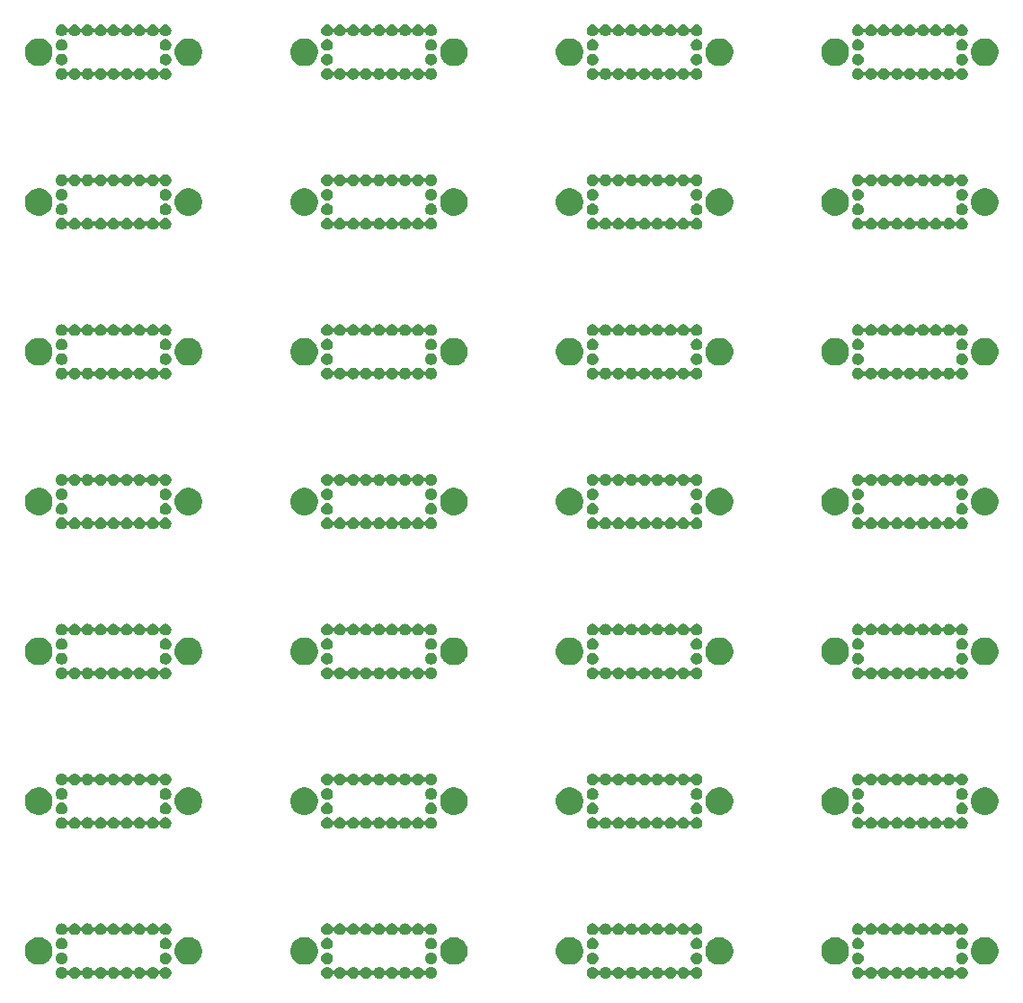
<source format=gbr>
G04 #@! TF.GenerationSoftware,KiCad,Pcbnew,5.1.5+dfsg1-2build2*
G04 #@! TF.CreationDate,2022-07-25T22:52:27-05:00*
G04 #@! TF.ProjectId,,58585858-5858-4585-9858-585858585858,rev?*
G04 #@! TF.SameCoordinates,Original*
G04 #@! TF.FileFunction,Soldermask,Bot*
G04 #@! TF.FilePolarity,Negative*
%FSLAX46Y46*%
G04 Gerber Fmt 4.6, Leading zero omitted, Abs format (unit mm)*
G04 Created by KiCad (PCBNEW 5.1.5+dfsg1-2build2) date 2022-07-25 22:52:27*
%MOMM*%
%LPD*%
G04 APERTURE LIST*
%ADD10C,0.100000*%
G04 APERTURE END LIST*
D10*
G36*
X144696281Y-137899774D02*
G01*
X144796555Y-137941309D01*
X144796556Y-137941310D01*
X144886802Y-138001610D01*
X144963550Y-138078358D01*
X144963551Y-138078360D01*
X145023851Y-138168605D01*
X145032576Y-138189669D01*
X145044127Y-138211279D01*
X145059672Y-138230221D01*
X145078614Y-138245767D01*
X145100225Y-138257318D01*
X145123674Y-138264431D01*
X145148060Y-138266833D01*
X145172446Y-138264431D01*
X145195895Y-138257318D01*
X145217505Y-138245767D01*
X145236447Y-138230222D01*
X145251993Y-138211280D01*
X145263544Y-138189669D01*
X145272269Y-138168605D01*
X145332569Y-138078360D01*
X145332570Y-138078358D01*
X145409318Y-138001610D01*
X145499564Y-137941310D01*
X145499565Y-137941309D01*
X145599839Y-137899774D01*
X145706290Y-137878600D01*
X145814830Y-137878600D01*
X145921281Y-137899774D01*
X146021555Y-137941309D01*
X146021556Y-137941310D01*
X146111802Y-138001610D01*
X146188550Y-138078358D01*
X146188551Y-138078360D01*
X146248851Y-138168605D01*
X146257576Y-138189669D01*
X146269127Y-138211279D01*
X146284672Y-138230221D01*
X146303614Y-138245767D01*
X146325225Y-138257318D01*
X146348674Y-138264431D01*
X146373060Y-138266833D01*
X146397446Y-138264431D01*
X146420895Y-138257318D01*
X146442505Y-138245767D01*
X146461447Y-138230222D01*
X146476993Y-138211280D01*
X146488544Y-138189669D01*
X146497269Y-138168605D01*
X146557569Y-138078360D01*
X146557570Y-138078358D01*
X146634318Y-138001610D01*
X146724564Y-137941310D01*
X146724565Y-137941309D01*
X146824839Y-137899774D01*
X146931290Y-137878600D01*
X147039830Y-137878600D01*
X147146281Y-137899774D01*
X147246555Y-137941309D01*
X147246556Y-137941310D01*
X147336802Y-138001610D01*
X147413550Y-138078358D01*
X147413551Y-138078360D01*
X147473851Y-138168605D01*
X147482576Y-138189669D01*
X147494127Y-138211279D01*
X147509672Y-138230221D01*
X147528614Y-138245767D01*
X147550225Y-138257318D01*
X147573674Y-138264431D01*
X147598060Y-138266833D01*
X147622446Y-138264431D01*
X147645895Y-138257318D01*
X147667505Y-138245767D01*
X147686447Y-138230222D01*
X147701993Y-138211280D01*
X147713544Y-138189669D01*
X147722269Y-138168605D01*
X147782569Y-138078360D01*
X147782570Y-138078358D01*
X147859318Y-138001610D01*
X147949564Y-137941310D01*
X147949565Y-137941309D01*
X148049839Y-137899774D01*
X148156290Y-137878600D01*
X148264830Y-137878600D01*
X148371281Y-137899774D01*
X148471555Y-137941309D01*
X148471556Y-137941310D01*
X148561802Y-138001610D01*
X148638550Y-138078358D01*
X148638551Y-138078360D01*
X148698851Y-138168605D01*
X148707576Y-138189669D01*
X148719127Y-138211279D01*
X148734672Y-138230221D01*
X148753614Y-138245767D01*
X148775225Y-138257318D01*
X148798674Y-138264431D01*
X148823060Y-138266833D01*
X148847446Y-138264431D01*
X148870895Y-138257318D01*
X148892505Y-138245767D01*
X148911447Y-138230222D01*
X148926993Y-138211280D01*
X148938544Y-138189669D01*
X148947269Y-138168605D01*
X149007569Y-138078360D01*
X149007570Y-138078358D01*
X149084318Y-138001610D01*
X149174564Y-137941310D01*
X149174565Y-137941309D01*
X149274839Y-137899774D01*
X149381290Y-137878600D01*
X149489830Y-137878600D01*
X149596281Y-137899774D01*
X149696555Y-137941309D01*
X149696556Y-137941310D01*
X149786802Y-138001610D01*
X149863550Y-138078358D01*
X149863551Y-138078360D01*
X149923851Y-138168605D01*
X149932576Y-138189669D01*
X149944127Y-138211279D01*
X149959672Y-138230221D01*
X149978614Y-138245767D01*
X150000225Y-138257318D01*
X150023674Y-138264431D01*
X150048060Y-138266833D01*
X150072446Y-138264431D01*
X150095895Y-138257318D01*
X150117505Y-138245767D01*
X150136447Y-138230222D01*
X150151993Y-138211280D01*
X150163544Y-138189669D01*
X150172269Y-138168605D01*
X150232569Y-138078360D01*
X150232570Y-138078358D01*
X150309318Y-138001610D01*
X150399564Y-137941310D01*
X150399565Y-137941309D01*
X150499839Y-137899774D01*
X150606290Y-137878600D01*
X150714830Y-137878600D01*
X150821281Y-137899774D01*
X150921555Y-137941309D01*
X150921556Y-137941310D01*
X151011802Y-138001610D01*
X151088550Y-138078358D01*
X151088551Y-138078360D01*
X151148851Y-138168605D01*
X151157576Y-138189669D01*
X151169127Y-138211279D01*
X151184672Y-138230221D01*
X151203614Y-138245767D01*
X151225225Y-138257318D01*
X151248674Y-138264431D01*
X151273060Y-138266833D01*
X151297446Y-138264431D01*
X151320895Y-138257318D01*
X151342505Y-138245767D01*
X151361447Y-138230222D01*
X151376993Y-138211280D01*
X151388544Y-138189669D01*
X151397269Y-138168605D01*
X151457569Y-138078360D01*
X151457570Y-138078358D01*
X151534318Y-138001610D01*
X151624564Y-137941310D01*
X151624565Y-137941309D01*
X151724839Y-137899774D01*
X151831290Y-137878600D01*
X151939830Y-137878600D01*
X152046281Y-137899774D01*
X152146555Y-137941309D01*
X152146556Y-137941310D01*
X152236802Y-138001610D01*
X152313550Y-138078358D01*
X152313551Y-138078360D01*
X152373851Y-138168605D01*
X152382576Y-138189669D01*
X152394127Y-138211279D01*
X152409672Y-138230221D01*
X152428614Y-138245767D01*
X152450225Y-138257318D01*
X152473674Y-138264431D01*
X152498060Y-138266833D01*
X152522446Y-138264431D01*
X152545895Y-138257318D01*
X152567505Y-138245767D01*
X152586447Y-138230222D01*
X152601993Y-138211280D01*
X152613544Y-138189669D01*
X152622269Y-138168605D01*
X152682569Y-138078360D01*
X152682570Y-138078358D01*
X152759318Y-138001610D01*
X152849564Y-137941310D01*
X152849565Y-137941309D01*
X152949839Y-137899774D01*
X153056290Y-137878600D01*
X153164830Y-137878600D01*
X153271281Y-137899774D01*
X153371555Y-137941309D01*
X153371556Y-137941310D01*
X153461802Y-138001610D01*
X153538550Y-138078358D01*
X153538551Y-138078360D01*
X153598851Y-138168605D01*
X153607576Y-138189669D01*
X153619127Y-138211279D01*
X153634672Y-138230221D01*
X153653614Y-138245767D01*
X153675225Y-138257318D01*
X153698674Y-138264431D01*
X153723060Y-138266833D01*
X153747446Y-138264431D01*
X153770895Y-138257318D01*
X153792505Y-138245767D01*
X153811447Y-138230222D01*
X153826993Y-138211280D01*
X153838544Y-138189669D01*
X153847269Y-138168605D01*
X153907569Y-138078360D01*
X153907570Y-138078358D01*
X153984318Y-138001610D01*
X154074564Y-137941310D01*
X154074565Y-137941309D01*
X154174839Y-137899774D01*
X154281290Y-137878600D01*
X154389830Y-137878600D01*
X154496281Y-137899774D01*
X154596555Y-137941309D01*
X154596556Y-137941310D01*
X154686802Y-138001610D01*
X154763550Y-138078358D01*
X154763551Y-138078360D01*
X154823851Y-138168605D01*
X154865386Y-138268879D01*
X154886560Y-138375330D01*
X154886560Y-138483870D01*
X154865386Y-138590321D01*
X154823851Y-138690595D01*
X154823850Y-138690596D01*
X154763550Y-138780842D01*
X154686802Y-138857590D01*
X154641372Y-138887945D01*
X154596555Y-138917891D01*
X154496281Y-138959426D01*
X154389830Y-138980600D01*
X154281290Y-138980600D01*
X154174839Y-138959426D01*
X154074565Y-138917891D01*
X154029748Y-138887945D01*
X153984318Y-138857590D01*
X153907570Y-138780842D01*
X153847270Y-138690596D01*
X153847269Y-138690595D01*
X153838544Y-138669531D01*
X153826993Y-138647921D01*
X153811448Y-138628979D01*
X153792506Y-138613433D01*
X153770895Y-138601882D01*
X153747446Y-138594769D01*
X153723060Y-138592367D01*
X153698674Y-138594769D01*
X153675225Y-138601882D01*
X153653615Y-138613433D01*
X153634673Y-138628978D01*
X153619127Y-138647920D01*
X153607576Y-138669531D01*
X153598851Y-138690595D01*
X153598850Y-138690596D01*
X153538550Y-138780842D01*
X153461802Y-138857590D01*
X153416372Y-138887945D01*
X153371555Y-138917891D01*
X153271281Y-138959426D01*
X153164830Y-138980600D01*
X153056290Y-138980600D01*
X152949839Y-138959426D01*
X152849565Y-138917891D01*
X152804748Y-138887945D01*
X152759318Y-138857590D01*
X152682570Y-138780842D01*
X152622270Y-138690596D01*
X152622269Y-138690595D01*
X152613544Y-138669531D01*
X152601993Y-138647921D01*
X152586448Y-138628979D01*
X152567506Y-138613433D01*
X152545895Y-138601882D01*
X152522446Y-138594769D01*
X152498060Y-138592367D01*
X152473674Y-138594769D01*
X152450225Y-138601882D01*
X152428615Y-138613433D01*
X152409673Y-138628978D01*
X152394127Y-138647920D01*
X152382576Y-138669531D01*
X152373851Y-138690595D01*
X152373850Y-138690596D01*
X152313550Y-138780842D01*
X152236802Y-138857590D01*
X152191372Y-138887945D01*
X152146555Y-138917891D01*
X152046281Y-138959426D01*
X151939830Y-138980600D01*
X151831290Y-138980600D01*
X151724839Y-138959426D01*
X151624565Y-138917891D01*
X151579748Y-138887945D01*
X151534318Y-138857590D01*
X151457570Y-138780842D01*
X151397270Y-138690596D01*
X151397269Y-138690595D01*
X151388544Y-138669531D01*
X151376993Y-138647921D01*
X151361448Y-138628979D01*
X151342506Y-138613433D01*
X151320895Y-138601882D01*
X151297446Y-138594769D01*
X151273060Y-138592367D01*
X151248674Y-138594769D01*
X151225225Y-138601882D01*
X151203615Y-138613433D01*
X151184673Y-138628978D01*
X151169127Y-138647920D01*
X151157576Y-138669531D01*
X151148851Y-138690595D01*
X151148850Y-138690596D01*
X151088550Y-138780842D01*
X151011802Y-138857590D01*
X150966372Y-138887945D01*
X150921555Y-138917891D01*
X150821281Y-138959426D01*
X150714830Y-138980600D01*
X150606290Y-138980600D01*
X150499839Y-138959426D01*
X150399565Y-138917891D01*
X150354748Y-138887945D01*
X150309318Y-138857590D01*
X150232570Y-138780842D01*
X150172270Y-138690596D01*
X150172269Y-138690595D01*
X150163544Y-138669531D01*
X150151993Y-138647921D01*
X150136448Y-138628979D01*
X150117506Y-138613433D01*
X150095895Y-138601882D01*
X150072446Y-138594769D01*
X150048060Y-138592367D01*
X150023674Y-138594769D01*
X150000225Y-138601882D01*
X149978615Y-138613433D01*
X149959673Y-138628978D01*
X149944127Y-138647920D01*
X149932576Y-138669531D01*
X149923851Y-138690595D01*
X149923850Y-138690596D01*
X149863550Y-138780842D01*
X149786802Y-138857590D01*
X149741372Y-138887945D01*
X149696555Y-138917891D01*
X149596281Y-138959426D01*
X149489830Y-138980600D01*
X149381290Y-138980600D01*
X149274839Y-138959426D01*
X149174565Y-138917891D01*
X149129748Y-138887945D01*
X149084318Y-138857590D01*
X149007570Y-138780842D01*
X148947270Y-138690596D01*
X148947269Y-138690595D01*
X148938544Y-138669531D01*
X148926993Y-138647921D01*
X148911448Y-138628979D01*
X148892506Y-138613433D01*
X148870895Y-138601882D01*
X148847446Y-138594769D01*
X148823060Y-138592367D01*
X148798674Y-138594769D01*
X148775225Y-138601882D01*
X148753615Y-138613433D01*
X148734673Y-138628978D01*
X148719127Y-138647920D01*
X148707576Y-138669531D01*
X148698851Y-138690595D01*
X148698850Y-138690596D01*
X148638550Y-138780842D01*
X148561802Y-138857590D01*
X148516372Y-138887945D01*
X148471555Y-138917891D01*
X148371281Y-138959426D01*
X148264830Y-138980600D01*
X148156290Y-138980600D01*
X148049839Y-138959426D01*
X147949565Y-138917891D01*
X147904748Y-138887945D01*
X147859318Y-138857590D01*
X147782570Y-138780842D01*
X147722270Y-138690596D01*
X147722269Y-138690595D01*
X147713544Y-138669531D01*
X147701993Y-138647921D01*
X147686448Y-138628979D01*
X147667506Y-138613433D01*
X147645895Y-138601882D01*
X147622446Y-138594769D01*
X147598060Y-138592367D01*
X147573674Y-138594769D01*
X147550225Y-138601882D01*
X147528615Y-138613433D01*
X147509673Y-138628978D01*
X147494127Y-138647920D01*
X147482576Y-138669531D01*
X147473851Y-138690595D01*
X147473850Y-138690596D01*
X147413550Y-138780842D01*
X147336802Y-138857590D01*
X147291372Y-138887945D01*
X147246555Y-138917891D01*
X147146281Y-138959426D01*
X147039830Y-138980600D01*
X146931290Y-138980600D01*
X146824839Y-138959426D01*
X146724565Y-138917891D01*
X146679748Y-138887945D01*
X146634318Y-138857590D01*
X146557570Y-138780842D01*
X146497270Y-138690596D01*
X146497269Y-138690595D01*
X146488544Y-138669531D01*
X146476993Y-138647921D01*
X146461448Y-138628979D01*
X146442506Y-138613433D01*
X146420895Y-138601882D01*
X146397446Y-138594769D01*
X146373060Y-138592367D01*
X146348674Y-138594769D01*
X146325225Y-138601882D01*
X146303615Y-138613433D01*
X146284673Y-138628978D01*
X146269127Y-138647920D01*
X146257576Y-138669531D01*
X146248851Y-138690595D01*
X146248850Y-138690596D01*
X146188550Y-138780842D01*
X146111802Y-138857590D01*
X146066372Y-138887945D01*
X146021555Y-138917891D01*
X145921281Y-138959426D01*
X145814830Y-138980600D01*
X145706290Y-138980600D01*
X145599839Y-138959426D01*
X145499565Y-138917891D01*
X145454748Y-138887945D01*
X145409318Y-138857590D01*
X145332570Y-138780842D01*
X145272270Y-138690596D01*
X145272269Y-138690595D01*
X145263544Y-138669531D01*
X145251993Y-138647921D01*
X145236448Y-138628979D01*
X145217506Y-138613433D01*
X145195895Y-138601882D01*
X145172446Y-138594769D01*
X145148060Y-138592367D01*
X145123674Y-138594769D01*
X145100225Y-138601882D01*
X145078615Y-138613433D01*
X145059673Y-138628978D01*
X145044127Y-138647920D01*
X145032576Y-138669531D01*
X145023851Y-138690595D01*
X145023850Y-138690596D01*
X144963550Y-138780842D01*
X144886802Y-138857590D01*
X144841372Y-138887945D01*
X144796555Y-138917891D01*
X144696281Y-138959426D01*
X144589830Y-138980600D01*
X144481290Y-138980600D01*
X144374839Y-138959426D01*
X144274565Y-138917891D01*
X144229748Y-138887945D01*
X144184318Y-138857590D01*
X144107570Y-138780842D01*
X144047270Y-138690596D01*
X144047269Y-138690595D01*
X144005734Y-138590321D01*
X143984560Y-138483870D01*
X143984560Y-138375330D01*
X144005734Y-138268879D01*
X144047269Y-138168605D01*
X144107569Y-138078360D01*
X144107570Y-138078358D01*
X144184318Y-138001610D01*
X144274564Y-137941310D01*
X144274565Y-137941309D01*
X144374839Y-137899774D01*
X144481290Y-137878600D01*
X144589830Y-137878600D01*
X144696281Y-137899774D01*
G37*
G36*
X69696281Y-137899774D02*
G01*
X69796555Y-137941309D01*
X69796556Y-137941310D01*
X69886802Y-138001610D01*
X69963550Y-138078358D01*
X69963551Y-138078360D01*
X70023851Y-138168605D01*
X70032576Y-138189669D01*
X70044127Y-138211279D01*
X70059672Y-138230221D01*
X70078614Y-138245767D01*
X70100225Y-138257318D01*
X70123674Y-138264431D01*
X70148060Y-138266833D01*
X70172446Y-138264431D01*
X70195895Y-138257318D01*
X70217505Y-138245767D01*
X70236447Y-138230222D01*
X70251993Y-138211280D01*
X70263544Y-138189669D01*
X70272269Y-138168605D01*
X70332569Y-138078360D01*
X70332570Y-138078358D01*
X70409318Y-138001610D01*
X70499564Y-137941310D01*
X70499565Y-137941309D01*
X70599839Y-137899774D01*
X70706290Y-137878600D01*
X70814830Y-137878600D01*
X70921281Y-137899774D01*
X71021555Y-137941309D01*
X71021556Y-137941310D01*
X71111802Y-138001610D01*
X71188550Y-138078358D01*
X71188551Y-138078360D01*
X71248851Y-138168605D01*
X71257576Y-138189669D01*
X71269127Y-138211279D01*
X71284672Y-138230221D01*
X71303614Y-138245767D01*
X71325225Y-138257318D01*
X71348674Y-138264431D01*
X71373060Y-138266833D01*
X71397446Y-138264431D01*
X71420895Y-138257318D01*
X71442505Y-138245767D01*
X71461447Y-138230222D01*
X71476993Y-138211280D01*
X71488544Y-138189669D01*
X71497269Y-138168605D01*
X71557569Y-138078360D01*
X71557570Y-138078358D01*
X71634318Y-138001610D01*
X71724564Y-137941310D01*
X71724565Y-137941309D01*
X71824839Y-137899774D01*
X71931290Y-137878600D01*
X72039830Y-137878600D01*
X72146281Y-137899774D01*
X72246555Y-137941309D01*
X72246556Y-137941310D01*
X72336802Y-138001610D01*
X72413550Y-138078358D01*
X72413551Y-138078360D01*
X72473851Y-138168605D01*
X72482576Y-138189669D01*
X72494127Y-138211279D01*
X72509672Y-138230221D01*
X72528614Y-138245767D01*
X72550225Y-138257318D01*
X72573674Y-138264431D01*
X72598060Y-138266833D01*
X72622446Y-138264431D01*
X72645895Y-138257318D01*
X72667505Y-138245767D01*
X72686447Y-138230222D01*
X72701993Y-138211280D01*
X72713544Y-138189669D01*
X72722269Y-138168605D01*
X72782569Y-138078360D01*
X72782570Y-138078358D01*
X72859318Y-138001610D01*
X72949564Y-137941310D01*
X72949565Y-137941309D01*
X73049839Y-137899774D01*
X73156290Y-137878600D01*
X73264830Y-137878600D01*
X73371281Y-137899774D01*
X73471555Y-137941309D01*
X73471556Y-137941310D01*
X73561802Y-138001610D01*
X73638550Y-138078358D01*
X73638551Y-138078360D01*
X73698851Y-138168605D01*
X73707576Y-138189669D01*
X73719127Y-138211279D01*
X73734672Y-138230221D01*
X73753614Y-138245767D01*
X73775225Y-138257318D01*
X73798674Y-138264431D01*
X73823060Y-138266833D01*
X73847446Y-138264431D01*
X73870895Y-138257318D01*
X73892505Y-138245767D01*
X73911447Y-138230222D01*
X73926993Y-138211280D01*
X73938544Y-138189669D01*
X73947269Y-138168605D01*
X74007569Y-138078360D01*
X74007570Y-138078358D01*
X74084318Y-138001610D01*
X74174564Y-137941310D01*
X74174565Y-137941309D01*
X74274839Y-137899774D01*
X74381290Y-137878600D01*
X74489830Y-137878600D01*
X74596281Y-137899774D01*
X74696555Y-137941309D01*
X74696556Y-137941310D01*
X74786802Y-138001610D01*
X74863550Y-138078358D01*
X74863551Y-138078360D01*
X74923851Y-138168605D01*
X74932576Y-138189669D01*
X74944127Y-138211279D01*
X74959672Y-138230221D01*
X74978614Y-138245767D01*
X75000225Y-138257318D01*
X75023674Y-138264431D01*
X75048060Y-138266833D01*
X75072446Y-138264431D01*
X75095895Y-138257318D01*
X75117505Y-138245767D01*
X75136447Y-138230222D01*
X75151993Y-138211280D01*
X75163544Y-138189669D01*
X75172269Y-138168605D01*
X75232569Y-138078360D01*
X75232570Y-138078358D01*
X75309318Y-138001610D01*
X75399564Y-137941310D01*
X75399565Y-137941309D01*
X75499839Y-137899774D01*
X75606290Y-137878600D01*
X75714830Y-137878600D01*
X75821281Y-137899774D01*
X75921555Y-137941309D01*
X75921556Y-137941310D01*
X76011802Y-138001610D01*
X76088550Y-138078358D01*
X76088551Y-138078360D01*
X76148851Y-138168605D01*
X76157576Y-138189669D01*
X76169127Y-138211279D01*
X76184672Y-138230221D01*
X76203614Y-138245767D01*
X76225225Y-138257318D01*
X76248674Y-138264431D01*
X76273060Y-138266833D01*
X76297446Y-138264431D01*
X76320895Y-138257318D01*
X76342505Y-138245767D01*
X76361447Y-138230222D01*
X76376993Y-138211280D01*
X76388544Y-138189669D01*
X76397269Y-138168605D01*
X76457569Y-138078360D01*
X76457570Y-138078358D01*
X76534318Y-138001610D01*
X76624564Y-137941310D01*
X76624565Y-137941309D01*
X76724839Y-137899774D01*
X76831290Y-137878600D01*
X76939830Y-137878600D01*
X77046281Y-137899774D01*
X77146555Y-137941309D01*
X77146556Y-137941310D01*
X77236802Y-138001610D01*
X77313550Y-138078358D01*
X77313551Y-138078360D01*
X77373851Y-138168605D01*
X77382576Y-138189669D01*
X77394127Y-138211279D01*
X77409672Y-138230221D01*
X77428614Y-138245767D01*
X77450225Y-138257318D01*
X77473674Y-138264431D01*
X77498060Y-138266833D01*
X77522446Y-138264431D01*
X77545895Y-138257318D01*
X77567505Y-138245767D01*
X77586447Y-138230222D01*
X77601993Y-138211280D01*
X77613544Y-138189669D01*
X77622269Y-138168605D01*
X77682569Y-138078360D01*
X77682570Y-138078358D01*
X77759318Y-138001610D01*
X77849564Y-137941310D01*
X77849565Y-137941309D01*
X77949839Y-137899774D01*
X78056290Y-137878600D01*
X78164830Y-137878600D01*
X78271281Y-137899774D01*
X78371555Y-137941309D01*
X78371556Y-137941310D01*
X78461802Y-138001610D01*
X78538550Y-138078358D01*
X78538551Y-138078360D01*
X78598851Y-138168605D01*
X78607576Y-138189669D01*
X78619127Y-138211279D01*
X78634672Y-138230221D01*
X78653614Y-138245767D01*
X78675225Y-138257318D01*
X78698674Y-138264431D01*
X78723060Y-138266833D01*
X78747446Y-138264431D01*
X78770895Y-138257318D01*
X78792505Y-138245767D01*
X78811447Y-138230222D01*
X78826993Y-138211280D01*
X78838544Y-138189669D01*
X78847269Y-138168605D01*
X78907569Y-138078360D01*
X78907570Y-138078358D01*
X78984318Y-138001610D01*
X79074564Y-137941310D01*
X79074565Y-137941309D01*
X79174839Y-137899774D01*
X79281290Y-137878600D01*
X79389830Y-137878600D01*
X79496281Y-137899774D01*
X79596555Y-137941309D01*
X79596556Y-137941310D01*
X79686802Y-138001610D01*
X79763550Y-138078358D01*
X79763551Y-138078360D01*
X79823851Y-138168605D01*
X79865386Y-138268879D01*
X79886560Y-138375330D01*
X79886560Y-138483870D01*
X79865386Y-138590321D01*
X79823851Y-138690595D01*
X79823850Y-138690596D01*
X79763550Y-138780842D01*
X79686802Y-138857590D01*
X79641372Y-138887945D01*
X79596555Y-138917891D01*
X79496281Y-138959426D01*
X79389830Y-138980600D01*
X79281290Y-138980600D01*
X79174839Y-138959426D01*
X79074565Y-138917891D01*
X79029748Y-138887945D01*
X78984318Y-138857590D01*
X78907570Y-138780842D01*
X78847270Y-138690596D01*
X78847269Y-138690595D01*
X78838544Y-138669531D01*
X78826993Y-138647921D01*
X78811448Y-138628979D01*
X78792506Y-138613433D01*
X78770895Y-138601882D01*
X78747446Y-138594769D01*
X78723060Y-138592367D01*
X78698674Y-138594769D01*
X78675225Y-138601882D01*
X78653615Y-138613433D01*
X78634673Y-138628978D01*
X78619127Y-138647920D01*
X78607576Y-138669531D01*
X78598851Y-138690595D01*
X78598850Y-138690596D01*
X78538550Y-138780842D01*
X78461802Y-138857590D01*
X78416372Y-138887945D01*
X78371555Y-138917891D01*
X78271281Y-138959426D01*
X78164830Y-138980600D01*
X78056290Y-138980600D01*
X77949839Y-138959426D01*
X77849565Y-138917891D01*
X77804748Y-138887945D01*
X77759318Y-138857590D01*
X77682570Y-138780842D01*
X77622270Y-138690596D01*
X77622269Y-138690595D01*
X77613544Y-138669531D01*
X77601993Y-138647921D01*
X77586448Y-138628979D01*
X77567506Y-138613433D01*
X77545895Y-138601882D01*
X77522446Y-138594769D01*
X77498060Y-138592367D01*
X77473674Y-138594769D01*
X77450225Y-138601882D01*
X77428615Y-138613433D01*
X77409673Y-138628978D01*
X77394127Y-138647920D01*
X77382576Y-138669531D01*
X77373851Y-138690595D01*
X77373850Y-138690596D01*
X77313550Y-138780842D01*
X77236802Y-138857590D01*
X77191372Y-138887945D01*
X77146555Y-138917891D01*
X77046281Y-138959426D01*
X76939830Y-138980600D01*
X76831290Y-138980600D01*
X76724839Y-138959426D01*
X76624565Y-138917891D01*
X76579748Y-138887945D01*
X76534318Y-138857590D01*
X76457570Y-138780842D01*
X76397270Y-138690596D01*
X76397269Y-138690595D01*
X76388544Y-138669531D01*
X76376993Y-138647921D01*
X76361448Y-138628979D01*
X76342506Y-138613433D01*
X76320895Y-138601882D01*
X76297446Y-138594769D01*
X76273060Y-138592367D01*
X76248674Y-138594769D01*
X76225225Y-138601882D01*
X76203615Y-138613433D01*
X76184673Y-138628978D01*
X76169127Y-138647920D01*
X76157576Y-138669531D01*
X76148851Y-138690595D01*
X76148850Y-138690596D01*
X76088550Y-138780842D01*
X76011802Y-138857590D01*
X75966372Y-138887945D01*
X75921555Y-138917891D01*
X75821281Y-138959426D01*
X75714830Y-138980600D01*
X75606290Y-138980600D01*
X75499839Y-138959426D01*
X75399565Y-138917891D01*
X75354748Y-138887945D01*
X75309318Y-138857590D01*
X75232570Y-138780842D01*
X75172270Y-138690596D01*
X75172269Y-138690595D01*
X75163544Y-138669531D01*
X75151993Y-138647921D01*
X75136448Y-138628979D01*
X75117506Y-138613433D01*
X75095895Y-138601882D01*
X75072446Y-138594769D01*
X75048060Y-138592367D01*
X75023674Y-138594769D01*
X75000225Y-138601882D01*
X74978615Y-138613433D01*
X74959673Y-138628978D01*
X74944127Y-138647920D01*
X74932576Y-138669531D01*
X74923851Y-138690595D01*
X74923850Y-138690596D01*
X74863550Y-138780842D01*
X74786802Y-138857590D01*
X74741372Y-138887945D01*
X74696555Y-138917891D01*
X74596281Y-138959426D01*
X74489830Y-138980600D01*
X74381290Y-138980600D01*
X74274839Y-138959426D01*
X74174565Y-138917891D01*
X74129748Y-138887945D01*
X74084318Y-138857590D01*
X74007570Y-138780842D01*
X73947270Y-138690596D01*
X73947269Y-138690595D01*
X73938544Y-138669531D01*
X73926993Y-138647921D01*
X73911448Y-138628979D01*
X73892506Y-138613433D01*
X73870895Y-138601882D01*
X73847446Y-138594769D01*
X73823060Y-138592367D01*
X73798674Y-138594769D01*
X73775225Y-138601882D01*
X73753615Y-138613433D01*
X73734673Y-138628978D01*
X73719127Y-138647920D01*
X73707576Y-138669531D01*
X73698851Y-138690595D01*
X73698850Y-138690596D01*
X73638550Y-138780842D01*
X73561802Y-138857590D01*
X73516372Y-138887945D01*
X73471555Y-138917891D01*
X73371281Y-138959426D01*
X73264830Y-138980600D01*
X73156290Y-138980600D01*
X73049839Y-138959426D01*
X72949565Y-138917891D01*
X72904748Y-138887945D01*
X72859318Y-138857590D01*
X72782570Y-138780842D01*
X72722270Y-138690596D01*
X72722269Y-138690595D01*
X72713544Y-138669531D01*
X72701993Y-138647921D01*
X72686448Y-138628979D01*
X72667506Y-138613433D01*
X72645895Y-138601882D01*
X72622446Y-138594769D01*
X72598060Y-138592367D01*
X72573674Y-138594769D01*
X72550225Y-138601882D01*
X72528615Y-138613433D01*
X72509673Y-138628978D01*
X72494127Y-138647920D01*
X72482576Y-138669531D01*
X72473851Y-138690595D01*
X72473850Y-138690596D01*
X72413550Y-138780842D01*
X72336802Y-138857590D01*
X72291372Y-138887945D01*
X72246555Y-138917891D01*
X72146281Y-138959426D01*
X72039830Y-138980600D01*
X71931290Y-138980600D01*
X71824839Y-138959426D01*
X71724565Y-138917891D01*
X71679748Y-138887945D01*
X71634318Y-138857590D01*
X71557570Y-138780842D01*
X71497270Y-138690596D01*
X71497269Y-138690595D01*
X71488544Y-138669531D01*
X71476993Y-138647921D01*
X71461448Y-138628979D01*
X71442506Y-138613433D01*
X71420895Y-138601882D01*
X71397446Y-138594769D01*
X71373060Y-138592367D01*
X71348674Y-138594769D01*
X71325225Y-138601882D01*
X71303615Y-138613433D01*
X71284673Y-138628978D01*
X71269127Y-138647920D01*
X71257576Y-138669531D01*
X71248851Y-138690595D01*
X71248850Y-138690596D01*
X71188550Y-138780842D01*
X71111802Y-138857590D01*
X71066372Y-138887945D01*
X71021555Y-138917891D01*
X70921281Y-138959426D01*
X70814830Y-138980600D01*
X70706290Y-138980600D01*
X70599839Y-138959426D01*
X70499565Y-138917891D01*
X70454748Y-138887945D01*
X70409318Y-138857590D01*
X70332570Y-138780842D01*
X70272270Y-138690596D01*
X70272269Y-138690595D01*
X70263544Y-138669531D01*
X70251993Y-138647921D01*
X70236448Y-138628979D01*
X70217506Y-138613433D01*
X70195895Y-138601882D01*
X70172446Y-138594769D01*
X70148060Y-138592367D01*
X70123674Y-138594769D01*
X70100225Y-138601882D01*
X70078615Y-138613433D01*
X70059673Y-138628978D01*
X70044127Y-138647920D01*
X70032576Y-138669531D01*
X70023851Y-138690595D01*
X70023850Y-138690596D01*
X69963550Y-138780842D01*
X69886802Y-138857590D01*
X69841372Y-138887945D01*
X69796555Y-138917891D01*
X69696281Y-138959426D01*
X69589830Y-138980600D01*
X69481290Y-138980600D01*
X69374839Y-138959426D01*
X69274565Y-138917891D01*
X69229748Y-138887945D01*
X69184318Y-138857590D01*
X69107570Y-138780842D01*
X69047270Y-138690596D01*
X69047269Y-138690595D01*
X69005734Y-138590321D01*
X68984560Y-138483870D01*
X68984560Y-138375330D01*
X69005734Y-138268879D01*
X69047269Y-138168605D01*
X69107569Y-138078360D01*
X69107570Y-138078358D01*
X69184318Y-138001610D01*
X69274564Y-137941310D01*
X69274565Y-137941309D01*
X69374839Y-137899774D01*
X69481290Y-137878600D01*
X69589830Y-137878600D01*
X69696281Y-137899774D01*
G37*
G36*
X94696281Y-137899774D02*
G01*
X94796555Y-137941309D01*
X94796556Y-137941310D01*
X94886802Y-138001610D01*
X94963550Y-138078358D01*
X94963551Y-138078360D01*
X95023851Y-138168605D01*
X95032576Y-138189669D01*
X95044127Y-138211279D01*
X95059672Y-138230221D01*
X95078614Y-138245767D01*
X95100225Y-138257318D01*
X95123674Y-138264431D01*
X95148060Y-138266833D01*
X95172446Y-138264431D01*
X95195895Y-138257318D01*
X95217505Y-138245767D01*
X95236447Y-138230222D01*
X95251993Y-138211280D01*
X95263544Y-138189669D01*
X95272269Y-138168605D01*
X95332569Y-138078360D01*
X95332570Y-138078358D01*
X95409318Y-138001610D01*
X95499564Y-137941310D01*
X95499565Y-137941309D01*
X95599839Y-137899774D01*
X95706290Y-137878600D01*
X95814830Y-137878600D01*
X95921281Y-137899774D01*
X96021555Y-137941309D01*
X96021556Y-137941310D01*
X96111802Y-138001610D01*
X96188550Y-138078358D01*
X96188551Y-138078360D01*
X96248851Y-138168605D01*
X96257576Y-138189669D01*
X96269127Y-138211279D01*
X96284672Y-138230221D01*
X96303614Y-138245767D01*
X96325225Y-138257318D01*
X96348674Y-138264431D01*
X96373060Y-138266833D01*
X96397446Y-138264431D01*
X96420895Y-138257318D01*
X96442505Y-138245767D01*
X96461447Y-138230222D01*
X96476993Y-138211280D01*
X96488544Y-138189669D01*
X96497269Y-138168605D01*
X96557569Y-138078360D01*
X96557570Y-138078358D01*
X96634318Y-138001610D01*
X96724564Y-137941310D01*
X96724565Y-137941309D01*
X96824839Y-137899774D01*
X96931290Y-137878600D01*
X97039830Y-137878600D01*
X97146281Y-137899774D01*
X97246555Y-137941309D01*
X97246556Y-137941310D01*
X97336802Y-138001610D01*
X97413550Y-138078358D01*
X97413551Y-138078360D01*
X97473851Y-138168605D01*
X97482576Y-138189669D01*
X97494127Y-138211279D01*
X97509672Y-138230221D01*
X97528614Y-138245767D01*
X97550225Y-138257318D01*
X97573674Y-138264431D01*
X97598060Y-138266833D01*
X97622446Y-138264431D01*
X97645895Y-138257318D01*
X97667505Y-138245767D01*
X97686447Y-138230222D01*
X97701993Y-138211280D01*
X97713544Y-138189669D01*
X97722269Y-138168605D01*
X97782569Y-138078360D01*
X97782570Y-138078358D01*
X97859318Y-138001610D01*
X97949564Y-137941310D01*
X97949565Y-137941309D01*
X98049839Y-137899774D01*
X98156290Y-137878600D01*
X98264830Y-137878600D01*
X98371281Y-137899774D01*
X98471555Y-137941309D01*
X98471556Y-137941310D01*
X98561802Y-138001610D01*
X98638550Y-138078358D01*
X98638551Y-138078360D01*
X98698851Y-138168605D01*
X98707576Y-138189669D01*
X98719127Y-138211279D01*
X98734672Y-138230221D01*
X98753614Y-138245767D01*
X98775225Y-138257318D01*
X98798674Y-138264431D01*
X98823060Y-138266833D01*
X98847446Y-138264431D01*
X98870895Y-138257318D01*
X98892505Y-138245767D01*
X98911447Y-138230222D01*
X98926993Y-138211280D01*
X98938544Y-138189669D01*
X98947269Y-138168605D01*
X99007569Y-138078360D01*
X99007570Y-138078358D01*
X99084318Y-138001610D01*
X99174564Y-137941310D01*
X99174565Y-137941309D01*
X99274839Y-137899774D01*
X99381290Y-137878600D01*
X99489830Y-137878600D01*
X99596281Y-137899774D01*
X99696555Y-137941309D01*
X99696556Y-137941310D01*
X99786802Y-138001610D01*
X99863550Y-138078358D01*
X99863551Y-138078360D01*
X99923851Y-138168605D01*
X99932576Y-138189669D01*
X99944127Y-138211279D01*
X99959672Y-138230221D01*
X99978614Y-138245767D01*
X100000225Y-138257318D01*
X100023674Y-138264431D01*
X100048060Y-138266833D01*
X100072446Y-138264431D01*
X100095895Y-138257318D01*
X100117505Y-138245767D01*
X100136447Y-138230222D01*
X100151993Y-138211280D01*
X100163544Y-138189669D01*
X100172269Y-138168605D01*
X100232569Y-138078360D01*
X100232570Y-138078358D01*
X100309318Y-138001610D01*
X100399564Y-137941310D01*
X100399565Y-137941309D01*
X100499839Y-137899774D01*
X100606290Y-137878600D01*
X100714830Y-137878600D01*
X100821281Y-137899774D01*
X100921555Y-137941309D01*
X100921556Y-137941310D01*
X101011802Y-138001610D01*
X101088550Y-138078358D01*
X101088551Y-138078360D01*
X101148851Y-138168605D01*
X101157576Y-138189669D01*
X101169127Y-138211279D01*
X101184672Y-138230221D01*
X101203614Y-138245767D01*
X101225225Y-138257318D01*
X101248674Y-138264431D01*
X101273060Y-138266833D01*
X101297446Y-138264431D01*
X101320895Y-138257318D01*
X101342505Y-138245767D01*
X101361447Y-138230222D01*
X101376993Y-138211280D01*
X101388544Y-138189669D01*
X101397269Y-138168605D01*
X101457569Y-138078360D01*
X101457570Y-138078358D01*
X101534318Y-138001610D01*
X101624564Y-137941310D01*
X101624565Y-137941309D01*
X101724839Y-137899774D01*
X101831290Y-137878600D01*
X101939830Y-137878600D01*
X102046281Y-137899774D01*
X102146555Y-137941309D01*
X102146556Y-137941310D01*
X102236802Y-138001610D01*
X102313550Y-138078358D01*
X102313551Y-138078360D01*
X102373851Y-138168605D01*
X102382576Y-138189669D01*
X102394127Y-138211279D01*
X102409672Y-138230221D01*
X102428614Y-138245767D01*
X102450225Y-138257318D01*
X102473674Y-138264431D01*
X102498060Y-138266833D01*
X102522446Y-138264431D01*
X102545895Y-138257318D01*
X102567505Y-138245767D01*
X102586447Y-138230222D01*
X102601993Y-138211280D01*
X102613544Y-138189669D01*
X102622269Y-138168605D01*
X102682569Y-138078360D01*
X102682570Y-138078358D01*
X102759318Y-138001610D01*
X102849564Y-137941310D01*
X102849565Y-137941309D01*
X102949839Y-137899774D01*
X103056290Y-137878600D01*
X103164830Y-137878600D01*
X103271281Y-137899774D01*
X103371555Y-137941309D01*
X103371556Y-137941310D01*
X103461802Y-138001610D01*
X103538550Y-138078358D01*
X103538551Y-138078360D01*
X103598851Y-138168605D01*
X103607576Y-138189669D01*
X103619127Y-138211279D01*
X103634672Y-138230221D01*
X103653614Y-138245767D01*
X103675225Y-138257318D01*
X103698674Y-138264431D01*
X103723060Y-138266833D01*
X103747446Y-138264431D01*
X103770895Y-138257318D01*
X103792505Y-138245767D01*
X103811447Y-138230222D01*
X103826993Y-138211280D01*
X103838544Y-138189669D01*
X103847269Y-138168605D01*
X103907569Y-138078360D01*
X103907570Y-138078358D01*
X103984318Y-138001610D01*
X104074564Y-137941310D01*
X104074565Y-137941309D01*
X104174839Y-137899774D01*
X104281290Y-137878600D01*
X104389830Y-137878600D01*
X104496281Y-137899774D01*
X104596555Y-137941309D01*
X104596556Y-137941310D01*
X104686802Y-138001610D01*
X104763550Y-138078358D01*
X104763551Y-138078360D01*
X104823851Y-138168605D01*
X104865386Y-138268879D01*
X104886560Y-138375330D01*
X104886560Y-138483870D01*
X104865386Y-138590321D01*
X104823851Y-138690595D01*
X104823850Y-138690596D01*
X104763550Y-138780842D01*
X104686802Y-138857590D01*
X104641372Y-138887945D01*
X104596555Y-138917891D01*
X104496281Y-138959426D01*
X104389830Y-138980600D01*
X104281290Y-138980600D01*
X104174839Y-138959426D01*
X104074565Y-138917891D01*
X104029748Y-138887945D01*
X103984318Y-138857590D01*
X103907570Y-138780842D01*
X103847270Y-138690596D01*
X103847269Y-138690595D01*
X103838544Y-138669531D01*
X103826993Y-138647921D01*
X103811448Y-138628979D01*
X103792506Y-138613433D01*
X103770895Y-138601882D01*
X103747446Y-138594769D01*
X103723060Y-138592367D01*
X103698674Y-138594769D01*
X103675225Y-138601882D01*
X103653615Y-138613433D01*
X103634673Y-138628978D01*
X103619127Y-138647920D01*
X103607576Y-138669531D01*
X103598851Y-138690595D01*
X103598850Y-138690596D01*
X103538550Y-138780842D01*
X103461802Y-138857590D01*
X103416372Y-138887945D01*
X103371555Y-138917891D01*
X103271281Y-138959426D01*
X103164830Y-138980600D01*
X103056290Y-138980600D01*
X102949839Y-138959426D01*
X102849565Y-138917891D01*
X102804748Y-138887945D01*
X102759318Y-138857590D01*
X102682570Y-138780842D01*
X102622270Y-138690596D01*
X102622269Y-138690595D01*
X102613544Y-138669531D01*
X102601993Y-138647921D01*
X102586448Y-138628979D01*
X102567506Y-138613433D01*
X102545895Y-138601882D01*
X102522446Y-138594769D01*
X102498060Y-138592367D01*
X102473674Y-138594769D01*
X102450225Y-138601882D01*
X102428615Y-138613433D01*
X102409673Y-138628978D01*
X102394127Y-138647920D01*
X102382576Y-138669531D01*
X102373851Y-138690595D01*
X102373850Y-138690596D01*
X102313550Y-138780842D01*
X102236802Y-138857590D01*
X102191372Y-138887945D01*
X102146555Y-138917891D01*
X102046281Y-138959426D01*
X101939830Y-138980600D01*
X101831290Y-138980600D01*
X101724839Y-138959426D01*
X101624565Y-138917891D01*
X101579748Y-138887945D01*
X101534318Y-138857590D01*
X101457570Y-138780842D01*
X101397270Y-138690596D01*
X101397269Y-138690595D01*
X101388544Y-138669531D01*
X101376993Y-138647921D01*
X101361448Y-138628979D01*
X101342506Y-138613433D01*
X101320895Y-138601882D01*
X101297446Y-138594769D01*
X101273060Y-138592367D01*
X101248674Y-138594769D01*
X101225225Y-138601882D01*
X101203615Y-138613433D01*
X101184673Y-138628978D01*
X101169127Y-138647920D01*
X101157576Y-138669531D01*
X101148851Y-138690595D01*
X101148850Y-138690596D01*
X101088550Y-138780842D01*
X101011802Y-138857590D01*
X100966372Y-138887945D01*
X100921555Y-138917891D01*
X100821281Y-138959426D01*
X100714830Y-138980600D01*
X100606290Y-138980600D01*
X100499839Y-138959426D01*
X100399565Y-138917891D01*
X100354748Y-138887945D01*
X100309318Y-138857590D01*
X100232570Y-138780842D01*
X100172270Y-138690596D01*
X100172269Y-138690595D01*
X100163544Y-138669531D01*
X100151993Y-138647921D01*
X100136448Y-138628979D01*
X100117506Y-138613433D01*
X100095895Y-138601882D01*
X100072446Y-138594769D01*
X100048060Y-138592367D01*
X100023674Y-138594769D01*
X100000225Y-138601882D01*
X99978615Y-138613433D01*
X99959673Y-138628978D01*
X99944127Y-138647920D01*
X99932576Y-138669531D01*
X99923851Y-138690595D01*
X99923850Y-138690596D01*
X99863550Y-138780842D01*
X99786802Y-138857590D01*
X99741372Y-138887945D01*
X99696555Y-138917891D01*
X99596281Y-138959426D01*
X99489830Y-138980600D01*
X99381290Y-138980600D01*
X99274839Y-138959426D01*
X99174565Y-138917891D01*
X99129748Y-138887945D01*
X99084318Y-138857590D01*
X99007570Y-138780842D01*
X98947270Y-138690596D01*
X98947269Y-138690595D01*
X98938544Y-138669531D01*
X98926993Y-138647921D01*
X98911448Y-138628979D01*
X98892506Y-138613433D01*
X98870895Y-138601882D01*
X98847446Y-138594769D01*
X98823060Y-138592367D01*
X98798674Y-138594769D01*
X98775225Y-138601882D01*
X98753615Y-138613433D01*
X98734673Y-138628978D01*
X98719127Y-138647920D01*
X98707576Y-138669531D01*
X98698851Y-138690595D01*
X98698850Y-138690596D01*
X98638550Y-138780842D01*
X98561802Y-138857590D01*
X98516372Y-138887945D01*
X98471555Y-138917891D01*
X98371281Y-138959426D01*
X98264830Y-138980600D01*
X98156290Y-138980600D01*
X98049839Y-138959426D01*
X97949565Y-138917891D01*
X97904748Y-138887945D01*
X97859318Y-138857590D01*
X97782570Y-138780842D01*
X97722270Y-138690596D01*
X97722269Y-138690595D01*
X97713544Y-138669531D01*
X97701993Y-138647921D01*
X97686448Y-138628979D01*
X97667506Y-138613433D01*
X97645895Y-138601882D01*
X97622446Y-138594769D01*
X97598060Y-138592367D01*
X97573674Y-138594769D01*
X97550225Y-138601882D01*
X97528615Y-138613433D01*
X97509673Y-138628978D01*
X97494127Y-138647920D01*
X97482576Y-138669531D01*
X97473851Y-138690595D01*
X97473850Y-138690596D01*
X97413550Y-138780842D01*
X97336802Y-138857590D01*
X97291372Y-138887945D01*
X97246555Y-138917891D01*
X97146281Y-138959426D01*
X97039830Y-138980600D01*
X96931290Y-138980600D01*
X96824839Y-138959426D01*
X96724565Y-138917891D01*
X96679748Y-138887945D01*
X96634318Y-138857590D01*
X96557570Y-138780842D01*
X96497270Y-138690596D01*
X96497269Y-138690595D01*
X96488544Y-138669531D01*
X96476993Y-138647921D01*
X96461448Y-138628979D01*
X96442506Y-138613433D01*
X96420895Y-138601882D01*
X96397446Y-138594769D01*
X96373060Y-138592367D01*
X96348674Y-138594769D01*
X96325225Y-138601882D01*
X96303615Y-138613433D01*
X96284673Y-138628978D01*
X96269127Y-138647920D01*
X96257576Y-138669531D01*
X96248851Y-138690595D01*
X96248850Y-138690596D01*
X96188550Y-138780842D01*
X96111802Y-138857590D01*
X96066372Y-138887945D01*
X96021555Y-138917891D01*
X95921281Y-138959426D01*
X95814830Y-138980600D01*
X95706290Y-138980600D01*
X95599839Y-138959426D01*
X95499565Y-138917891D01*
X95454748Y-138887945D01*
X95409318Y-138857590D01*
X95332570Y-138780842D01*
X95272270Y-138690596D01*
X95272269Y-138690595D01*
X95263544Y-138669531D01*
X95251993Y-138647921D01*
X95236448Y-138628979D01*
X95217506Y-138613433D01*
X95195895Y-138601882D01*
X95172446Y-138594769D01*
X95148060Y-138592367D01*
X95123674Y-138594769D01*
X95100225Y-138601882D01*
X95078615Y-138613433D01*
X95059673Y-138628978D01*
X95044127Y-138647920D01*
X95032576Y-138669531D01*
X95023851Y-138690595D01*
X95023850Y-138690596D01*
X94963550Y-138780842D01*
X94886802Y-138857590D01*
X94841372Y-138887945D01*
X94796555Y-138917891D01*
X94696281Y-138959426D01*
X94589830Y-138980600D01*
X94481290Y-138980600D01*
X94374839Y-138959426D01*
X94274565Y-138917891D01*
X94229748Y-138887945D01*
X94184318Y-138857590D01*
X94107570Y-138780842D01*
X94047270Y-138690596D01*
X94047269Y-138690595D01*
X94005734Y-138590321D01*
X93984560Y-138483870D01*
X93984560Y-138375330D01*
X94005734Y-138268879D01*
X94047269Y-138168605D01*
X94107569Y-138078360D01*
X94107570Y-138078358D01*
X94184318Y-138001610D01*
X94274564Y-137941310D01*
X94274565Y-137941309D01*
X94374839Y-137899774D01*
X94481290Y-137878600D01*
X94589830Y-137878600D01*
X94696281Y-137899774D01*
G37*
G36*
X119696281Y-137899774D02*
G01*
X119796555Y-137941309D01*
X119796556Y-137941310D01*
X119886802Y-138001610D01*
X119963550Y-138078358D01*
X119963551Y-138078360D01*
X120023851Y-138168605D01*
X120032576Y-138189669D01*
X120044127Y-138211279D01*
X120059672Y-138230221D01*
X120078614Y-138245767D01*
X120100225Y-138257318D01*
X120123674Y-138264431D01*
X120148060Y-138266833D01*
X120172446Y-138264431D01*
X120195895Y-138257318D01*
X120217505Y-138245767D01*
X120236447Y-138230222D01*
X120251993Y-138211280D01*
X120263544Y-138189669D01*
X120272269Y-138168605D01*
X120332569Y-138078360D01*
X120332570Y-138078358D01*
X120409318Y-138001610D01*
X120499564Y-137941310D01*
X120499565Y-137941309D01*
X120599839Y-137899774D01*
X120706290Y-137878600D01*
X120814830Y-137878600D01*
X120921281Y-137899774D01*
X121021555Y-137941309D01*
X121021556Y-137941310D01*
X121111802Y-138001610D01*
X121188550Y-138078358D01*
X121188551Y-138078360D01*
X121248851Y-138168605D01*
X121257576Y-138189669D01*
X121269127Y-138211279D01*
X121284672Y-138230221D01*
X121303614Y-138245767D01*
X121325225Y-138257318D01*
X121348674Y-138264431D01*
X121373060Y-138266833D01*
X121397446Y-138264431D01*
X121420895Y-138257318D01*
X121442505Y-138245767D01*
X121461447Y-138230222D01*
X121476993Y-138211280D01*
X121488544Y-138189669D01*
X121497269Y-138168605D01*
X121557569Y-138078360D01*
X121557570Y-138078358D01*
X121634318Y-138001610D01*
X121724564Y-137941310D01*
X121724565Y-137941309D01*
X121824839Y-137899774D01*
X121931290Y-137878600D01*
X122039830Y-137878600D01*
X122146281Y-137899774D01*
X122246555Y-137941309D01*
X122246556Y-137941310D01*
X122336802Y-138001610D01*
X122413550Y-138078358D01*
X122413551Y-138078360D01*
X122473851Y-138168605D01*
X122482576Y-138189669D01*
X122494127Y-138211279D01*
X122509672Y-138230221D01*
X122528614Y-138245767D01*
X122550225Y-138257318D01*
X122573674Y-138264431D01*
X122598060Y-138266833D01*
X122622446Y-138264431D01*
X122645895Y-138257318D01*
X122667505Y-138245767D01*
X122686447Y-138230222D01*
X122701993Y-138211280D01*
X122713544Y-138189669D01*
X122722269Y-138168605D01*
X122782569Y-138078360D01*
X122782570Y-138078358D01*
X122859318Y-138001610D01*
X122949564Y-137941310D01*
X122949565Y-137941309D01*
X123049839Y-137899774D01*
X123156290Y-137878600D01*
X123264830Y-137878600D01*
X123371281Y-137899774D01*
X123471555Y-137941309D01*
X123471556Y-137941310D01*
X123561802Y-138001610D01*
X123638550Y-138078358D01*
X123638551Y-138078360D01*
X123698851Y-138168605D01*
X123707576Y-138189669D01*
X123719127Y-138211279D01*
X123734672Y-138230221D01*
X123753614Y-138245767D01*
X123775225Y-138257318D01*
X123798674Y-138264431D01*
X123823060Y-138266833D01*
X123847446Y-138264431D01*
X123870895Y-138257318D01*
X123892505Y-138245767D01*
X123911447Y-138230222D01*
X123926993Y-138211280D01*
X123938544Y-138189669D01*
X123947269Y-138168605D01*
X124007569Y-138078360D01*
X124007570Y-138078358D01*
X124084318Y-138001610D01*
X124174564Y-137941310D01*
X124174565Y-137941309D01*
X124274839Y-137899774D01*
X124381290Y-137878600D01*
X124489830Y-137878600D01*
X124596281Y-137899774D01*
X124696555Y-137941309D01*
X124696556Y-137941310D01*
X124786802Y-138001610D01*
X124863550Y-138078358D01*
X124863551Y-138078360D01*
X124923851Y-138168605D01*
X124932576Y-138189669D01*
X124944127Y-138211279D01*
X124959672Y-138230221D01*
X124978614Y-138245767D01*
X125000225Y-138257318D01*
X125023674Y-138264431D01*
X125048060Y-138266833D01*
X125072446Y-138264431D01*
X125095895Y-138257318D01*
X125117505Y-138245767D01*
X125136447Y-138230222D01*
X125151993Y-138211280D01*
X125163544Y-138189669D01*
X125172269Y-138168605D01*
X125232569Y-138078360D01*
X125232570Y-138078358D01*
X125309318Y-138001610D01*
X125399564Y-137941310D01*
X125399565Y-137941309D01*
X125499839Y-137899774D01*
X125606290Y-137878600D01*
X125714830Y-137878600D01*
X125821281Y-137899774D01*
X125921555Y-137941309D01*
X125921556Y-137941310D01*
X126011802Y-138001610D01*
X126088550Y-138078358D01*
X126088551Y-138078360D01*
X126148851Y-138168605D01*
X126157576Y-138189669D01*
X126169127Y-138211279D01*
X126184672Y-138230221D01*
X126203614Y-138245767D01*
X126225225Y-138257318D01*
X126248674Y-138264431D01*
X126273060Y-138266833D01*
X126297446Y-138264431D01*
X126320895Y-138257318D01*
X126342505Y-138245767D01*
X126361447Y-138230222D01*
X126376993Y-138211280D01*
X126388544Y-138189669D01*
X126397269Y-138168605D01*
X126457569Y-138078360D01*
X126457570Y-138078358D01*
X126534318Y-138001610D01*
X126624564Y-137941310D01*
X126624565Y-137941309D01*
X126724839Y-137899774D01*
X126831290Y-137878600D01*
X126939830Y-137878600D01*
X127046281Y-137899774D01*
X127146555Y-137941309D01*
X127146556Y-137941310D01*
X127236802Y-138001610D01*
X127313550Y-138078358D01*
X127313551Y-138078360D01*
X127373851Y-138168605D01*
X127382576Y-138189669D01*
X127394127Y-138211279D01*
X127409672Y-138230221D01*
X127428614Y-138245767D01*
X127450225Y-138257318D01*
X127473674Y-138264431D01*
X127498060Y-138266833D01*
X127522446Y-138264431D01*
X127545895Y-138257318D01*
X127567505Y-138245767D01*
X127586447Y-138230222D01*
X127601993Y-138211280D01*
X127613544Y-138189669D01*
X127622269Y-138168605D01*
X127682569Y-138078360D01*
X127682570Y-138078358D01*
X127759318Y-138001610D01*
X127849564Y-137941310D01*
X127849565Y-137941309D01*
X127949839Y-137899774D01*
X128056290Y-137878600D01*
X128164830Y-137878600D01*
X128271281Y-137899774D01*
X128371555Y-137941309D01*
X128371556Y-137941310D01*
X128461802Y-138001610D01*
X128538550Y-138078358D01*
X128538551Y-138078360D01*
X128598851Y-138168605D01*
X128607576Y-138189669D01*
X128619127Y-138211279D01*
X128634672Y-138230221D01*
X128653614Y-138245767D01*
X128675225Y-138257318D01*
X128698674Y-138264431D01*
X128723060Y-138266833D01*
X128747446Y-138264431D01*
X128770895Y-138257318D01*
X128792505Y-138245767D01*
X128811447Y-138230222D01*
X128826993Y-138211280D01*
X128838544Y-138189669D01*
X128847269Y-138168605D01*
X128907569Y-138078360D01*
X128907570Y-138078358D01*
X128984318Y-138001610D01*
X129074564Y-137941310D01*
X129074565Y-137941309D01*
X129174839Y-137899774D01*
X129281290Y-137878600D01*
X129389830Y-137878600D01*
X129496281Y-137899774D01*
X129596555Y-137941309D01*
X129596556Y-137941310D01*
X129686802Y-138001610D01*
X129763550Y-138078358D01*
X129763551Y-138078360D01*
X129823851Y-138168605D01*
X129865386Y-138268879D01*
X129886560Y-138375330D01*
X129886560Y-138483870D01*
X129865386Y-138590321D01*
X129823851Y-138690595D01*
X129823850Y-138690596D01*
X129763550Y-138780842D01*
X129686802Y-138857590D01*
X129641372Y-138887945D01*
X129596555Y-138917891D01*
X129496281Y-138959426D01*
X129389830Y-138980600D01*
X129281290Y-138980600D01*
X129174839Y-138959426D01*
X129074565Y-138917891D01*
X129029748Y-138887945D01*
X128984318Y-138857590D01*
X128907570Y-138780842D01*
X128847270Y-138690596D01*
X128847269Y-138690595D01*
X128838544Y-138669531D01*
X128826993Y-138647921D01*
X128811448Y-138628979D01*
X128792506Y-138613433D01*
X128770895Y-138601882D01*
X128747446Y-138594769D01*
X128723060Y-138592367D01*
X128698674Y-138594769D01*
X128675225Y-138601882D01*
X128653615Y-138613433D01*
X128634673Y-138628978D01*
X128619127Y-138647920D01*
X128607576Y-138669531D01*
X128598851Y-138690595D01*
X128598850Y-138690596D01*
X128538550Y-138780842D01*
X128461802Y-138857590D01*
X128416372Y-138887945D01*
X128371555Y-138917891D01*
X128271281Y-138959426D01*
X128164830Y-138980600D01*
X128056290Y-138980600D01*
X127949839Y-138959426D01*
X127849565Y-138917891D01*
X127804748Y-138887945D01*
X127759318Y-138857590D01*
X127682570Y-138780842D01*
X127622270Y-138690596D01*
X127622269Y-138690595D01*
X127613544Y-138669531D01*
X127601993Y-138647921D01*
X127586448Y-138628979D01*
X127567506Y-138613433D01*
X127545895Y-138601882D01*
X127522446Y-138594769D01*
X127498060Y-138592367D01*
X127473674Y-138594769D01*
X127450225Y-138601882D01*
X127428615Y-138613433D01*
X127409673Y-138628978D01*
X127394127Y-138647920D01*
X127382576Y-138669531D01*
X127373851Y-138690595D01*
X127373850Y-138690596D01*
X127313550Y-138780842D01*
X127236802Y-138857590D01*
X127191372Y-138887945D01*
X127146555Y-138917891D01*
X127046281Y-138959426D01*
X126939830Y-138980600D01*
X126831290Y-138980600D01*
X126724839Y-138959426D01*
X126624565Y-138917891D01*
X126579748Y-138887945D01*
X126534318Y-138857590D01*
X126457570Y-138780842D01*
X126397270Y-138690596D01*
X126397269Y-138690595D01*
X126388544Y-138669531D01*
X126376993Y-138647921D01*
X126361448Y-138628979D01*
X126342506Y-138613433D01*
X126320895Y-138601882D01*
X126297446Y-138594769D01*
X126273060Y-138592367D01*
X126248674Y-138594769D01*
X126225225Y-138601882D01*
X126203615Y-138613433D01*
X126184673Y-138628978D01*
X126169127Y-138647920D01*
X126157576Y-138669531D01*
X126148851Y-138690595D01*
X126148850Y-138690596D01*
X126088550Y-138780842D01*
X126011802Y-138857590D01*
X125966372Y-138887945D01*
X125921555Y-138917891D01*
X125821281Y-138959426D01*
X125714830Y-138980600D01*
X125606290Y-138980600D01*
X125499839Y-138959426D01*
X125399565Y-138917891D01*
X125354748Y-138887945D01*
X125309318Y-138857590D01*
X125232570Y-138780842D01*
X125172270Y-138690596D01*
X125172269Y-138690595D01*
X125163544Y-138669531D01*
X125151993Y-138647921D01*
X125136448Y-138628979D01*
X125117506Y-138613433D01*
X125095895Y-138601882D01*
X125072446Y-138594769D01*
X125048060Y-138592367D01*
X125023674Y-138594769D01*
X125000225Y-138601882D01*
X124978615Y-138613433D01*
X124959673Y-138628978D01*
X124944127Y-138647920D01*
X124932576Y-138669531D01*
X124923851Y-138690595D01*
X124923850Y-138690596D01*
X124863550Y-138780842D01*
X124786802Y-138857590D01*
X124741372Y-138887945D01*
X124696555Y-138917891D01*
X124596281Y-138959426D01*
X124489830Y-138980600D01*
X124381290Y-138980600D01*
X124274839Y-138959426D01*
X124174565Y-138917891D01*
X124129748Y-138887945D01*
X124084318Y-138857590D01*
X124007570Y-138780842D01*
X123947270Y-138690596D01*
X123947269Y-138690595D01*
X123938544Y-138669531D01*
X123926993Y-138647921D01*
X123911448Y-138628979D01*
X123892506Y-138613433D01*
X123870895Y-138601882D01*
X123847446Y-138594769D01*
X123823060Y-138592367D01*
X123798674Y-138594769D01*
X123775225Y-138601882D01*
X123753615Y-138613433D01*
X123734673Y-138628978D01*
X123719127Y-138647920D01*
X123707576Y-138669531D01*
X123698851Y-138690595D01*
X123698850Y-138690596D01*
X123638550Y-138780842D01*
X123561802Y-138857590D01*
X123516372Y-138887945D01*
X123471555Y-138917891D01*
X123371281Y-138959426D01*
X123264830Y-138980600D01*
X123156290Y-138980600D01*
X123049839Y-138959426D01*
X122949565Y-138917891D01*
X122904748Y-138887945D01*
X122859318Y-138857590D01*
X122782570Y-138780842D01*
X122722270Y-138690596D01*
X122722269Y-138690595D01*
X122713544Y-138669531D01*
X122701993Y-138647921D01*
X122686448Y-138628979D01*
X122667506Y-138613433D01*
X122645895Y-138601882D01*
X122622446Y-138594769D01*
X122598060Y-138592367D01*
X122573674Y-138594769D01*
X122550225Y-138601882D01*
X122528615Y-138613433D01*
X122509673Y-138628978D01*
X122494127Y-138647920D01*
X122482576Y-138669531D01*
X122473851Y-138690595D01*
X122473850Y-138690596D01*
X122413550Y-138780842D01*
X122336802Y-138857590D01*
X122291372Y-138887945D01*
X122246555Y-138917891D01*
X122146281Y-138959426D01*
X122039830Y-138980600D01*
X121931290Y-138980600D01*
X121824839Y-138959426D01*
X121724565Y-138917891D01*
X121679748Y-138887945D01*
X121634318Y-138857590D01*
X121557570Y-138780842D01*
X121497270Y-138690596D01*
X121497269Y-138690595D01*
X121488544Y-138669531D01*
X121476993Y-138647921D01*
X121461448Y-138628979D01*
X121442506Y-138613433D01*
X121420895Y-138601882D01*
X121397446Y-138594769D01*
X121373060Y-138592367D01*
X121348674Y-138594769D01*
X121325225Y-138601882D01*
X121303615Y-138613433D01*
X121284673Y-138628978D01*
X121269127Y-138647920D01*
X121257576Y-138669531D01*
X121248851Y-138690595D01*
X121248850Y-138690596D01*
X121188550Y-138780842D01*
X121111802Y-138857590D01*
X121066372Y-138887945D01*
X121021555Y-138917891D01*
X120921281Y-138959426D01*
X120814830Y-138980600D01*
X120706290Y-138980600D01*
X120599839Y-138959426D01*
X120499565Y-138917891D01*
X120454748Y-138887945D01*
X120409318Y-138857590D01*
X120332570Y-138780842D01*
X120272270Y-138690596D01*
X120272269Y-138690595D01*
X120263544Y-138669531D01*
X120251993Y-138647921D01*
X120236448Y-138628979D01*
X120217506Y-138613433D01*
X120195895Y-138601882D01*
X120172446Y-138594769D01*
X120148060Y-138592367D01*
X120123674Y-138594769D01*
X120100225Y-138601882D01*
X120078615Y-138613433D01*
X120059673Y-138628978D01*
X120044127Y-138647920D01*
X120032576Y-138669531D01*
X120023851Y-138690595D01*
X120023850Y-138690596D01*
X119963550Y-138780842D01*
X119886802Y-138857590D01*
X119841372Y-138887945D01*
X119796555Y-138917891D01*
X119696281Y-138959426D01*
X119589830Y-138980600D01*
X119481290Y-138980600D01*
X119374839Y-138959426D01*
X119274565Y-138917891D01*
X119229748Y-138887945D01*
X119184318Y-138857590D01*
X119107570Y-138780842D01*
X119047270Y-138690596D01*
X119047269Y-138690595D01*
X119005734Y-138590321D01*
X118984560Y-138483870D01*
X118984560Y-138375330D01*
X119005734Y-138268879D01*
X119047269Y-138168605D01*
X119107569Y-138078360D01*
X119107570Y-138078358D01*
X119184318Y-138001610D01*
X119274564Y-137941310D01*
X119274565Y-137941309D01*
X119374839Y-137899774D01*
X119481290Y-137878600D01*
X119589830Y-137878600D01*
X119696281Y-137899774D01*
G37*
G36*
X67764953Y-135128904D02*
G01*
X68001661Y-135226952D01*
X68001663Y-135226953D01*
X68214695Y-135369296D01*
X68395864Y-135550465D01*
X68538207Y-135763497D01*
X68538208Y-135763499D01*
X68636256Y-136000207D01*
X68686240Y-136251493D01*
X68686240Y-136507707D01*
X68636256Y-136758993D01*
X68574171Y-136908879D01*
X68538207Y-136995703D01*
X68395864Y-137208735D01*
X68214695Y-137389904D01*
X68001663Y-137532247D01*
X68001662Y-137532248D01*
X68001661Y-137532248D01*
X67764953Y-137630296D01*
X67513667Y-137680280D01*
X67257453Y-137680280D01*
X67006167Y-137630296D01*
X66769459Y-137532248D01*
X66769458Y-137532248D01*
X66769457Y-137532247D01*
X66556425Y-137389904D01*
X66375256Y-137208735D01*
X66232913Y-136995703D01*
X66196949Y-136908879D01*
X66134864Y-136758993D01*
X66084880Y-136507707D01*
X66084880Y-136251493D01*
X66134864Y-136000207D01*
X66232912Y-135763499D01*
X66232913Y-135763497D01*
X66375256Y-135550465D01*
X66556425Y-135369296D01*
X66769457Y-135226953D01*
X66769459Y-135226952D01*
X67006167Y-135128904D01*
X67257453Y-135078920D01*
X67513667Y-135078920D01*
X67764953Y-135128904D01*
G37*
G36*
X156864953Y-135128904D02*
G01*
X157101661Y-135226952D01*
X157101663Y-135226953D01*
X157314695Y-135369296D01*
X157495864Y-135550465D01*
X157638207Y-135763497D01*
X157638208Y-135763499D01*
X157736256Y-136000207D01*
X157786240Y-136251493D01*
X157786240Y-136507707D01*
X157736256Y-136758993D01*
X157674171Y-136908879D01*
X157638207Y-136995703D01*
X157495864Y-137208735D01*
X157314695Y-137389904D01*
X157101663Y-137532247D01*
X157101662Y-137532248D01*
X157101661Y-137532248D01*
X156864953Y-137630296D01*
X156613667Y-137680280D01*
X156357453Y-137680280D01*
X156106167Y-137630296D01*
X155869459Y-137532248D01*
X155869458Y-137532248D01*
X155869457Y-137532247D01*
X155656425Y-137389904D01*
X155475256Y-137208735D01*
X155332913Y-136995703D01*
X155296949Y-136908879D01*
X155234864Y-136758993D01*
X155184880Y-136507707D01*
X155184880Y-136251493D01*
X155234864Y-136000207D01*
X155332912Y-135763499D01*
X155332913Y-135763497D01*
X155475256Y-135550465D01*
X155656425Y-135369296D01*
X155869457Y-135226953D01*
X155869459Y-135226952D01*
X156106167Y-135128904D01*
X156357453Y-135078920D01*
X156613667Y-135078920D01*
X156864953Y-135128904D01*
G37*
G36*
X142764953Y-135128904D02*
G01*
X143001661Y-135226952D01*
X143001663Y-135226953D01*
X143214695Y-135369296D01*
X143395864Y-135550465D01*
X143538207Y-135763497D01*
X143538208Y-135763499D01*
X143636256Y-136000207D01*
X143686240Y-136251493D01*
X143686240Y-136507707D01*
X143636256Y-136758993D01*
X143574171Y-136908879D01*
X143538207Y-136995703D01*
X143395864Y-137208735D01*
X143214695Y-137389904D01*
X143001663Y-137532247D01*
X143001662Y-137532248D01*
X143001661Y-137532248D01*
X142764953Y-137630296D01*
X142513667Y-137680280D01*
X142257453Y-137680280D01*
X142006167Y-137630296D01*
X141769459Y-137532248D01*
X141769458Y-137532248D01*
X141769457Y-137532247D01*
X141556425Y-137389904D01*
X141375256Y-137208735D01*
X141232913Y-136995703D01*
X141196949Y-136908879D01*
X141134864Y-136758993D01*
X141084880Y-136507707D01*
X141084880Y-136251493D01*
X141134864Y-136000207D01*
X141232912Y-135763499D01*
X141232913Y-135763497D01*
X141375256Y-135550465D01*
X141556425Y-135369296D01*
X141769457Y-135226953D01*
X141769459Y-135226952D01*
X142006167Y-135128904D01*
X142257453Y-135078920D01*
X142513667Y-135078920D01*
X142764953Y-135128904D01*
G37*
G36*
X131864953Y-135128904D02*
G01*
X132101661Y-135226952D01*
X132101663Y-135226953D01*
X132314695Y-135369296D01*
X132495864Y-135550465D01*
X132638207Y-135763497D01*
X132638208Y-135763499D01*
X132736256Y-136000207D01*
X132786240Y-136251493D01*
X132786240Y-136507707D01*
X132736256Y-136758993D01*
X132674171Y-136908879D01*
X132638207Y-136995703D01*
X132495864Y-137208735D01*
X132314695Y-137389904D01*
X132101663Y-137532247D01*
X132101662Y-137532248D01*
X132101661Y-137532248D01*
X131864953Y-137630296D01*
X131613667Y-137680280D01*
X131357453Y-137680280D01*
X131106167Y-137630296D01*
X130869459Y-137532248D01*
X130869458Y-137532248D01*
X130869457Y-137532247D01*
X130656425Y-137389904D01*
X130475256Y-137208735D01*
X130332913Y-136995703D01*
X130296949Y-136908879D01*
X130234864Y-136758993D01*
X130184880Y-136507707D01*
X130184880Y-136251493D01*
X130234864Y-136000207D01*
X130332912Y-135763499D01*
X130332913Y-135763497D01*
X130475256Y-135550465D01*
X130656425Y-135369296D01*
X130869457Y-135226953D01*
X130869459Y-135226952D01*
X131106167Y-135128904D01*
X131357453Y-135078920D01*
X131613667Y-135078920D01*
X131864953Y-135128904D01*
G37*
G36*
X92764953Y-135128904D02*
G01*
X93001661Y-135226952D01*
X93001663Y-135226953D01*
X93214695Y-135369296D01*
X93395864Y-135550465D01*
X93538207Y-135763497D01*
X93538208Y-135763499D01*
X93636256Y-136000207D01*
X93686240Y-136251493D01*
X93686240Y-136507707D01*
X93636256Y-136758993D01*
X93574171Y-136908879D01*
X93538207Y-136995703D01*
X93395864Y-137208735D01*
X93214695Y-137389904D01*
X93001663Y-137532247D01*
X93001662Y-137532248D01*
X93001661Y-137532248D01*
X92764953Y-137630296D01*
X92513667Y-137680280D01*
X92257453Y-137680280D01*
X92006167Y-137630296D01*
X91769459Y-137532248D01*
X91769458Y-137532248D01*
X91769457Y-137532247D01*
X91556425Y-137389904D01*
X91375256Y-137208735D01*
X91232913Y-136995703D01*
X91196949Y-136908879D01*
X91134864Y-136758993D01*
X91084880Y-136507707D01*
X91084880Y-136251493D01*
X91134864Y-136000207D01*
X91232912Y-135763499D01*
X91232913Y-135763497D01*
X91375256Y-135550465D01*
X91556425Y-135369296D01*
X91769457Y-135226953D01*
X91769459Y-135226952D01*
X92006167Y-135128904D01*
X92257453Y-135078920D01*
X92513667Y-135078920D01*
X92764953Y-135128904D01*
G37*
G36*
X106864953Y-135128904D02*
G01*
X107101661Y-135226952D01*
X107101663Y-135226953D01*
X107314695Y-135369296D01*
X107495864Y-135550465D01*
X107638207Y-135763497D01*
X107638208Y-135763499D01*
X107736256Y-136000207D01*
X107786240Y-136251493D01*
X107786240Y-136507707D01*
X107736256Y-136758993D01*
X107674171Y-136908879D01*
X107638207Y-136995703D01*
X107495864Y-137208735D01*
X107314695Y-137389904D01*
X107101663Y-137532247D01*
X107101662Y-137532248D01*
X107101661Y-137532248D01*
X106864953Y-137630296D01*
X106613667Y-137680280D01*
X106357453Y-137680280D01*
X106106167Y-137630296D01*
X105869459Y-137532248D01*
X105869458Y-137532248D01*
X105869457Y-137532247D01*
X105656425Y-137389904D01*
X105475256Y-137208735D01*
X105332913Y-136995703D01*
X105296949Y-136908879D01*
X105234864Y-136758993D01*
X105184880Y-136507707D01*
X105184880Y-136251493D01*
X105234864Y-136000207D01*
X105332912Y-135763499D01*
X105332913Y-135763497D01*
X105475256Y-135550465D01*
X105656425Y-135369296D01*
X105869457Y-135226953D01*
X105869459Y-135226952D01*
X106106167Y-135128904D01*
X106357453Y-135078920D01*
X106613667Y-135078920D01*
X106864953Y-135128904D01*
G37*
G36*
X117764953Y-135128904D02*
G01*
X118001661Y-135226952D01*
X118001663Y-135226953D01*
X118214695Y-135369296D01*
X118395864Y-135550465D01*
X118538207Y-135763497D01*
X118538208Y-135763499D01*
X118636256Y-136000207D01*
X118686240Y-136251493D01*
X118686240Y-136507707D01*
X118636256Y-136758993D01*
X118574171Y-136908879D01*
X118538207Y-136995703D01*
X118395864Y-137208735D01*
X118214695Y-137389904D01*
X118001663Y-137532247D01*
X118001662Y-137532248D01*
X118001661Y-137532248D01*
X117764953Y-137630296D01*
X117513667Y-137680280D01*
X117257453Y-137680280D01*
X117006167Y-137630296D01*
X116769459Y-137532248D01*
X116769458Y-137532248D01*
X116769457Y-137532247D01*
X116556425Y-137389904D01*
X116375256Y-137208735D01*
X116232913Y-136995703D01*
X116196949Y-136908879D01*
X116134864Y-136758993D01*
X116084880Y-136507707D01*
X116084880Y-136251493D01*
X116134864Y-136000207D01*
X116232912Y-135763499D01*
X116232913Y-135763497D01*
X116375256Y-135550465D01*
X116556425Y-135369296D01*
X116769457Y-135226953D01*
X116769459Y-135226952D01*
X117006167Y-135128904D01*
X117257453Y-135078920D01*
X117513667Y-135078920D01*
X117764953Y-135128904D01*
G37*
G36*
X81864953Y-135128904D02*
G01*
X82101661Y-135226952D01*
X82101663Y-135226953D01*
X82314695Y-135369296D01*
X82495864Y-135550465D01*
X82638207Y-135763497D01*
X82638208Y-135763499D01*
X82736256Y-136000207D01*
X82786240Y-136251493D01*
X82786240Y-136507707D01*
X82736256Y-136758993D01*
X82674171Y-136908879D01*
X82638207Y-136995703D01*
X82495864Y-137208735D01*
X82314695Y-137389904D01*
X82101663Y-137532247D01*
X82101662Y-137532248D01*
X82101661Y-137532248D01*
X81864953Y-137630296D01*
X81613667Y-137680280D01*
X81357453Y-137680280D01*
X81106167Y-137630296D01*
X80869459Y-137532248D01*
X80869458Y-137532248D01*
X80869457Y-137532247D01*
X80656425Y-137389904D01*
X80475256Y-137208735D01*
X80332913Y-136995703D01*
X80296949Y-136908879D01*
X80234864Y-136758993D01*
X80184880Y-136507707D01*
X80184880Y-136251493D01*
X80234864Y-136000207D01*
X80332912Y-135763499D01*
X80332913Y-135763497D01*
X80475256Y-135550465D01*
X80656425Y-135369296D01*
X80869457Y-135226953D01*
X80869459Y-135226952D01*
X81106167Y-135128904D01*
X81357453Y-135078920D01*
X81613667Y-135078920D01*
X81864953Y-135128904D01*
G37*
G36*
X154496281Y-136539774D02*
G01*
X154596555Y-136581309D01*
X154596556Y-136581310D01*
X154686802Y-136641610D01*
X154763550Y-136718358D01*
X154763551Y-136718360D01*
X154823851Y-136808605D01*
X154865386Y-136908879D01*
X154886560Y-137015330D01*
X154886560Y-137123870D01*
X154865386Y-137230321D01*
X154823851Y-137330595D01*
X154823850Y-137330596D01*
X154763550Y-137420842D01*
X154686802Y-137497590D01*
X154641372Y-137527945D01*
X154596555Y-137557891D01*
X154496281Y-137599426D01*
X154389830Y-137620600D01*
X154281290Y-137620600D01*
X154174839Y-137599426D01*
X154074565Y-137557891D01*
X154029748Y-137527945D01*
X153984318Y-137497590D01*
X153907570Y-137420842D01*
X153847270Y-137330596D01*
X153847269Y-137330595D01*
X153805734Y-137230321D01*
X153784560Y-137123870D01*
X153784560Y-137015330D01*
X153805734Y-136908879D01*
X153847269Y-136808605D01*
X153907569Y-136718360D01*
X153907570Y-136718358D01*
X153984318Y-136641610D01*
X154074564Y-136581310D01*
X154074565Y-136581309D01*
X154174839Y-136539774D01*
X154281290Y-136518600D01*
X154389830Y-136518600D01*
X154496281Y-136539774D01*
G37*
G36*
X144696281Y-136539774D02*
G01*
X144796555Y-136581309D01*
X144796556Y-136581310D01*
X144886802Y-136641610D01*
X144963550Y-136718358D01*
X144963551Y-136718360D01*
X145023851Y-136808605D01*
X145065386Y-136908879D01*
X145086560Y-137015330D01*
X145086560Y-137123870D01*
X145065386Y-137230321D01*
X145023851Y-137330595D01*
X145023850Y-137330596D01*
X144963550Y-137420842D01*
X144886802Y-137497590D01*
X144841372Y-137527945D01*
X144796555Y-137557891D01*
X144696281Y-137599426D01*
X144589830Y-137620600D01*
X144481290Y-137620600D01*
X144374839Y-137599426D01*
X144274565Y-137557891D01*
X144229748Y-137527945D01*
X144184318Y-137497590D01*
X144107570Y-137420842D01*
X144047270Y-137330596D01*
X144047269Y-137330595D01*
X144005734Y-137230321D01*
X143984560Y-137123870D01*
X143984560Y-137015330D01*
X144005734Y-136908879D01*
X144047269Y-136808605D01*
X144107569Y-136718360D01*
X144107570Y-136718358D01*
X144184318Y-136641610D01*
X144274564Y-136581310D01*
X144274565Y-136581309D01*
X144374839Y-136539774D01*
X144481290Y-136518600D01*
X144589830Y-136518600D01*
X144696281Y-136539774D01*
G37*
G36*
X69696281Y-136539774D02*
G01*
X69796555Y-136581309D01*
X69796556Y-136581310D01*
X69886802Y-136641610D01*
X69963550Y-136718358D01*
X69963551Y-136718360D01*
X70023851Y-136808605D01*
X70065386Y-136908879D01*
X70086560Y-137015330D01*
X70086560Y-137123870D01*
X70065386Y-137230321D01*
X70023851Y-137330595D01*
X70023850Y-137330596D01*
X69963550Y-137420842D01*
X69886802Y-137497590D01*
X69841372Y-137527945D01*
X69796555Y-137557891D01*
X69696281Y-137599426D01*
X69589830Y-137620600D01*
X69481290Y-137620600D01*
X69374839Y-137599426D01*
X69274565Y-137557891D01*
X69229748Y-137527945D01*
X69184318Y-137497590D01*
X69107570Y-137420842D01*
X69047270Y-137330596D01*
X69047269Y-137330595D01*
X69005734Y-137230321D01*
X68984560Y-137123870D01*
X68984560Y-137015330D01*
X69005734Y-136908879D01*
X69047269Y-136808605D01*
X69107569Y-136718360D01*
X69107570Y-136718358D01*
X69184318Y-136641610D01*
X69274564Y-136581310D01*
X69274565Y-136581309D01*
X69374839Y-136539774D01*
X69481290Y-136518600D01*
X69589830Y-136518600D01*
X69696281Y-136539774D01*
G37*
G36*
X129496281Y-136539774D02*
G01*
X129596555Y-136581309D01*
X129596556Y-136581310D01*
X129686802Y-136641610D01*
X129763550Y-136718358D01*
X129763551Y-136718360D01*
X129823851Y-136808605D01*
X129865386Y-136908879D01*
X129886560Y-137015330D01*
X129886560Y-137123870D01*
X129865386Y-137230321D01*
X129823851Y-137330595D01*
X129823850Y-137330596D01*
X129763550Y-137420842D01*
X129686802Y-137497590D01*
X129641372Y-137527945D01*
X129596555Y-137557891D01*
X129496281Y-137599426D01*
X129389830Y-137620600D01*
X129281290Y-137620600D01*
X129174839Y-137599426D01*
X129074565Y-137557891D01*
X129029748Y-137527945D01*
X128984318Y-137497590D01*
X128907570Y-137420842D01*
X128847270Y-137330596D01*
X128847269Y-137330595D01*
X128805734Y-137230321D01*
X128784560Y-137123870D01*
X128784560Y-137015330D01*
X128805734Y-136908879D01*
X128847269Y-136808605D01*
X128907569Y-136718360D01*
X128907570Y-136718358D01*
X128984318Y-136641610D01*
X129074564Y-136581310D01*
X129074565Y-136581309D01*
X129174839Y-136539774D01*
X129281290Y-136518600D01*
X129389830Y-136518600D01*
X129496281Y-136539774D01*
G37*
G36*
X104496281Y-136539774D02*
G01*
X104596555Y-136581309D01*
X104596556Y-136581310D01*
X104686802Y-136641610D01*
X104763550Y-136718358D01*
X104763551Y-136718360D01*
X104823851Y-136808605D01*
X104865386Y-136908879D01*
X104886560Y-137015330D01*
X104886560Y-137123870D01*
X104865386Y-137230321D01*
X104823851Y-137330595D01*
X104823850Y-137330596D01*
X104763550Y-137420842D01*
X104686802Y-137497590D01*
X104641372Y-137527945D01*
X104596555Y-137557891D01*
X104496281Y-137599426D01*
X104389830Y-137620600D01*
X104281290Y-137620600D01*
X104174839Y-137599426D01*
X104074565Y-137557891D01*
X104029748Y-137527945D01*
X103984318Y-137497590D01*
X103907570Y-137420842D01*
X103847270Y-137330596D01*
X103847269Y-137330595D01*
X103805734Y-137230321D01*
X103784560Y-137123870D01*
X103784560Y-137015330D01*
X103805734Y-136908879D01*
X103847269Y-136808605D01*
X103907569Y-136718360D01*
X103907570Y-136718358D01*
X103984318Y-136641610D01*
X104074564Y-136581310D01*
X104074565Y-136581309D01*
X104174839Y-136539774D01*
X104281290Y-136518600D01*
X104389830Y-136518600D01*
X104496281Y-136539774D01*
G37*
G36*
X79496281Y-136539774D02*
G01*
X79596555Y-136581309D01*
X79596556Y-136581310D01*
X79686802Y-136641610D01*
X79763550Y-136718358D01*
X79763551Y-136718360D01*
X79823851Y-136808605D01*
X79865386Y-136908879D01*
X79886560Y-137015330D01*
X79886560Y-137123870D01*
X79865386Y-137230321D01*
X79823851Y-137330595D01*
X79823850Y-137330596D01*
X79763550Y-137420842D01*
X79686802Y-137497590D01*
X79641372Y-137527945D01*
X79596555Y-137557891D01*
X79496281Y-137599426D01*
X79389830Y-137620600D01*
X79281290Y-137620600D01*
X79174839Y-137599426D01*
X79074565Y-137557891D01*
X79029748Y-137527945D01*
X78984318Y-137497590D01*
X78907570Y-137420842D01*
X78847270Y-137330596D01*
X78847269Y-137330595D01*
X78805734Y-137230321D01*
X78784560Y-137123870D01*
X78784560Y-137015330D01*
X78805734Y-136908879D01*
X78847269Y-136808605D01*
X78907569Y-136718360D01*
X78907570Y-136718358D01*
X78984318Y-136641610D01*
X79074564Y-136581310D01*
X79074565Y-136581309D01*
X79174839Y-136539774D01*
X79281290Y-136518600D01*
X79389830Y-136518600D01*
X79496281Y-136539774D01*
G37*
G36*
X94696281Y-136539774D02*
G01*
X94796555Y-136581309D01*
X94796556Y-136581310D01*
X94886802Y-136641610D01*
X94963550Y-136718358D01*
X94963551Y-136718360D01*
X95023851Y-136808605D01*
X95065386Y-136908879D01*
X95086560Y-137015330D01*
X95086560Y-137123870D01*
X95065386Y-137230321D01*
X95023851Y-137330595D01*
X95023850Y-137330596D01*
X94963550Y-137420842D01*
X94886802Y-137497590D01*
X94841372Y-137527945D01*
X94796555Y-137557891D01*
X94696281Y-137599426D01*
X94589830Y-137620600D01*
X94481290Y-137620600D01*
X94374839Y-137599426D01*
X94274565Y-137557891D01*
X94229748Y-137527945D01*
X94184318Y-137497590D01*
X94107570Y-137420842D01*
X94047270Y-137330596D01*
X94047269Y-137330595D01*
X94005734Y-137230321D01*
X93984560Y-137123870D01*
X93984560Y-137015330D01*
X94005734Y-136908879D01*
X94047269Y-136808605D01*
X94107569Y-136718360D01*
X94107570Y-136718358D01*
X94184318Y-136641610D01*
X94274564Y-136581310D01*
X94274565Y-136581309D01*
X94374839Y-136539774D01*
X94481290Y-136518600D01*
X94589830Y-136518600D01*
X94696281Y-136539774D01*
G37*
G36*
X119696281Y-136539774D02*
G01*
X119796555Y-136581309D01*
X119796556Y-136581310D01*
X119886802Y-136641610D01*
X119963550Y-136718358D01*
X119963551Y-136718360D01*
X120023851Y-136808605D01*
X120065386Y-136908879D01*
X120086560Y-137015330D01*
X120086560Y-137123870D01*
X120065386Y-137230321D01*
X120023851Y-137330595D01*
X120023850Y-137330596D01*
X119963550Y-137420842D01*
X119886802Y-137497590D01*
X119841372Y-137527945D01*
X119796555Y-137557891D01*
X119696281Y-137599426D01*
X119589830Y-137620600D01*
X119481290Y-137620600D01*
X119374839Y-137599426D01*
X119274565Y-137557891D01*
X119229748Y-137527945D01*
X119184318Y-137497590D01*
X119107570Y-137420842D01*
X119047270Y-137330596D01*
X119047269Y-137330595D01*
X119005734Y-137230321D01*
X118984560Y-137123870D01*
X118984560Y-137015330D01*
X119005734Y-136908879D01*
X119047269Y-136808605D01*
X119107569Y-136718360D01*
X119107570Y-136718358D01*
X119184318Y-136641610D01*
X119274564Y-136581310D01*
X119274565Y-136581309D01*
X119374839Y-136539774D01*
X119481290Y-136518600D01*
X119589830Y-136518600D01*
X119696281Y-136539774D01*
G37*
G36*
X119696281Y-135159774D02*
G01*
X119796555Y-135201309D01*
X119796556Y-135201310D01*
X119886802Y-135261610D01*
X119963550Y-135338358D01*
X119963551Y-135338360D01*
X120023851Y-135428605D01*
X120065386Y-135528879D01*
X120086560Y-135635330D01*
X120086560Y-135743870D01*
X120065386Y-135850321D01*
X120023851Y-135950595D01*
X120023850Y-135950596D01*
X119963550Y-136040842D01*
X119886802Y-136117590D01*
X119841372Y-136147945D01*
X119796555Y-136177891D01*
X119696281Y-136219426D01*
X119589830Y-136240600D01*
X119481290Y-136240600D01*
X119374839Y-136219426D01*
X119274565Y-136177891D01*
X119229748Y-136147945D01*
X119184318Y-136117590D01*
X119107570Y-136040842D01*
X119047270Y-135950596D01*
X119047269Y-135950595D01*
X119005734Y-135850321D01*
X118984560Y-135743870D01*
X118984560Y-135635330D01*
X119005734Y-135528879D01*
X119047269Y-135428605D01*
X119107569Y-135338360D01*
X119107570Y-135338358D01*
X119184318Y-135261610D01*
X119274564Y-135201310D01*
X119274565Y-135201309D01*
X119374839Y-135159774D01*
X119481290Y-135138600D01*
X119589830Y-135138600D01*
X119696281Y-135159774D01*
G37*
G36*
X79496281Y-135159774D02*
G01*
X79596555Y-135201309D01*
X79596556Y-135201310D01*
X79686802Y-135261610D01*
X79763550Y-135338358D01*
X79763551Y-135338360D01*
X79823851Y-135428605D01*
X79865386Y-135528879D01*
X79886560Y-135635330D01*
X79886560Y-135743870D01*
X79865386Y-135850321D01*
X79823851Y-135950595D01*
X79823850Y-135950596D01*
X79763550Y-136040842D01*
X79686802Y-136117590D01*
X79641372Y-136147945D01*
X79596555Y-136177891D01*
X79496281Y-136219426D01*
X79389830Y-136240600D01*
X79281290Y-136240600D01*
X79174839Y-136219426D01*
X79074565Y-136177891D01*
X79029748Y-136147945D01*
X78984318Y-136117590D01*
X78907570Y-136040842D01*
X78847270Y-135950596D01*
X78847269Y-135950595D01*
X78805734Y-135850321D01*
X78784560Y-135743870D01*
X78784560Y-135635330D01*
X78805734Y-135528879D01*
X78847269Y-135428605D01*
X78907569Y-135338360D01*
X78907570Y-135338358D01*
X78984318Y-135261610D01*
X79074564Y-135201310D01*
X79074565Y-135201309D01*
X79174839Y-135159774D01*
X79281290Y-135138600D01*
X79389830Y-135138600D01*
X79496281Y-135159774D01*
G37*
G36*
X104496281Y-135159774D02*
G01*
X104596555Y-135201309D01*
X104596556Y-135201310D01*
X104686802Y-135261610D01*
X104763550Y-135338358D01*
X104763551Y-135338360D01*
X104823851Y-135428605D01*
X104865386Y-135528879D01*
X104886560Y-135635330D01*
X104886560Y-135743870D01*
X104865386Y-135850321D01*
X104823851Y-135950595D01*
X104823850Y-135950596D01*
X104763550Y-136040842D01*
X104686802Y-136117590D01*
X104641372Y-136147945D01*
X104596555Y-136177891D01*
X104496281Y-136219426D01*
X104389830Y-136240600D01*
X104281290Y-136240600D01*
X104174839Y-136219426D01*
X104074565Y-136177891D01*
X104029748Y-136147945D01*
X103984318Y-136117590D01*
X103907570Y-136040842D01*
X103847270Y-135950596D01*
X103847269Y-135950595D01*
X103805734Y-135850321D01*
X103784560Y-135743870D01*
X103784560Y-135635330D01*
X103805734Y-135528879D01*
X103847269Y-135428605D01*
X103907569Y-135338360D01*
X103907570Y-135338358D01*
X103984318Y-135261610D01*
X104074564Y-135201310D01*
X104074565Y-135201309D01*
X104174839Y-135159774D01*
X104281290Y-135138600D01*
X104389830Y-135138600D01*
X104496281Y-135159774D01*
G37*
G36*
X129496281Y-135159774D02*
G01*
X129596555Y-135201309D01*
X129596556Y-135201310D01*
X129686802Y-135261610D01*
X129763550Y-135338358D01*
X129763551Y-135338360D01*
X129823851Y-135428605D01*
X129865386Y-135528879D01*
X129886560Y-135635330D01*
X129886560Y-135743870D01*
X129865386Y-135850321D01*
X129823851Y-135950595D01*
X129823850Y-135950596D01*
X129763550Y-136040842D01*
X129686802Y-136117590D01*
X129641372Y-136147945D01*
X129596555Y-136177891D01*
X129496281Y-136219426D01*
X129389830Y-136240600D01*
X129281290Y-136240600D01*
X129174839Y-136219426D01*
X129074565Y-136177891D01*
X129029748Y-136147945D01*
X128984318Y-136117590D01*
X128907570Y-136040842D01*
X128847270Y-135950596D01*
X128847269Y-135950595D01*
X128805734Y-135850321D01*
X128784560Y-135743870D01*
X128784560Y-135635330D01*
X128805734Y-135528879D01*
X128847269Y-135428605D01*
X128907569Y-135338360D01*
X128907570Y-135338358D01*
X128984318Y-135261610D01*
X129074564Y-135201310D01*
X129074565Y-135201309D01*
X129174839Y-135159774D01*
X129281290Y-135138600D01*
X129389830Y-135138600D01*
X129496281Y-135159774D01*
G37*
G36*
X154496281Y-135159774D02*
G01*
X154596555Y-135201309D01*
X154596556Y-135201310D01*
X154686802Y-135261610D01*
X154763550Y-135338358D01*
X154763551Y-135338360D01*
X154823851Y-135428605D01*
X154865386Y-135528879D01*
X154886560Y-135635330D01*
X154886560Y-135743870D01*
X154865386Y-135850321D01*
X154823851Y-135950595D01*
X154823850Y-135950596D01*
X154763550Y-136040842D01*
X154686802Y-136117590D01*
X154641372Y-136147945D01*
X154596555Y-136177891D01*
X154496281Y-136219426D01*
X154389830Y-136240600D01*
X154281290Y-136240600D01*
X154174839Y-136219426D01*
X154074565Y-136177891D01*
X154029748Y-136147945D01*
X153984318Y-136117590D01*
X153907570Y-136040842D01*
X153847270Y-135950596D01*
X153847269Y-135950595D01*
X153805734Y-135850321D01*
X153784560Y-135743870D01*
X153784560Y-135635330D01*
X153805734Y-135528879D01*
X153847269Y-135428605D01*
X153907569Y-135338360D01*
X153907570Y-135338358D01*
X153984318Y-135261610D01*
X154074564Y-135201310D01*
X154074565Y-135201309D01*
X154174839Y-135159774D01*
X154281290Y-135138600D01*
X154389830Y-135138600D01*
X154496281Y-135159774D01*
G37*
G36*
X94696281Y-135159774D02*
G01*
X94796555Y-135201309D01*
X94796556Y-135201310D01*
X94886802Y-135261610D01*
X94963550Y-135338358D01*
X94963551Y-135338360D01*
X95023851Y-135428605D01*
X95065386Y-135528879D01*
X95086560Y-135635330D01*
X95086560Y-135743870D01*
X95065386Y-135850321D01*
X95023851Y-135950595D01*
X95023850Y-135950596D01*
X94963550Y-136040842D01*
X94886802Y-136117590D01*
X94841372Y-136147945D01*
X94796555Y-136177891D01*
X94696281Y-136219426D01*
X94589830Y-136240600D01*
X94481290Y-136240600D01*
X94374839Y-136219426D01*
X94274565Y-136177891D01*
X94229748Y-136147945D01*
X94184318Y-136117590D01*
X94107570Y-136040842D01*
X94047270Y-135950596D01*
X94047269Y-135950595D01*
X94005734Y-135850321D01*
X93984560Y-135743870D01*
X93984560Y-135635330D01*
X94005734Y-135528879D01*
X94047269Y-135428605D01*
X94107569Y-135338360D01*
X94107570Y-135338358D01*
X94184318Y-135261610D01*
X94274564Y-135201310D01*
X94274565Y-135201309D01*
X94374839Y-135159774D01*
X94481290Y-135138600D01*
X94589830Y-135138600D01*
X94696281Y-135159774D01*
G37*
G36*
X69696281Y-135159774D02*
G01*
X69796555Y-135201309D01*
X69796556Y-135201310D01*
X69886802Y-135261610D01*
X69963550Y-135338358D01*
X69963551Y-135338360D01*
X70023851Y-135428605D01*
X70065386Y-135528879D01*
X70086560Y-135635330D01*
X70086560Y-135743870D01*
X70065386Y-135850321D01*
X70023851Y-135950595D01*
X70023850Y-135950596D01*
X69963550Y-136040842D01*
X69886802Y-136117590D01*
X69841372Y-136147945D01*
X69796555Y-136177891D01*
X69696281Y-136219426D01*
X69589830Y-136240600D01*
X69481290Y-136240600D01*
X69374839Y-136219426D01*
X69274565Y-136177891D01*
X69229748Y-136147945D01*
X69184318Y-136117590D01*
X69107570Y-136040842D01*
X69047270Y-135950596D01*
X69047269Y-135950595D01*
X69005734Y-135850321D01*
X68984560Y-135743870D01*
X68984560Y-135635330D01*
X69005734Y-135528879D01*
X69047269Y-135428605D01*
X69107569Y-135338360D01*
X69107570Y-135338358D01*
X69184318Y-135261610D01*
X69274564Y-135201310D01*
X69274565Y-135201309D01*
X69374839Y-135159774D01*
X69481290Y-135138600D01*
X69589830Y-135138600D01*
X69696281Y-135159774D01*
G37*
G36*
X144696281Y-135159774D02*
G01*
X144796555Y-135201309D01*
X144796556Y-135201310D01*
X144886802Y-135261610D01*
X144963550Y-135338358D01*
X144963551Y-135338360D01*
X145023851Y-135428605D01*
X145065386Y-135528879D01*
X145086560Y-135635330D01*
X145086560Y-135743870D01*
X145065386Y-135850321D01*
X145023851Y-135950595D01*
X145023850Y-135950596D01*
X144963550Y-136040842D01*
X144886802Y-136117590D01*
X144841372Y-136147945D01*
X144796555Y-136177891D01*
X144696281Y-136219426D01*
X144589830Y-136240600D01*
X144481290Y-136240600D01*
X144374839Y-136219426D01*
X144274565Y-136177891D01*
X144229748Y-136147945D01*
X144184318Y-136117590D01*
X144107570Y-136040842D01*
X144047270Y-135950596D01*
X144047269Y-135950595D01*
X144005734Y-135850321D01*
X143984560Y-135743870D01*
X143984560Y-135635330D01*
X144005734Y-135528879D01*
X144047269Y-135428605D01*
X144107569Y-135338360D01*
X144107570Y-135338358D01*
X144184318Y-135261610D01*
X144274564Y-135201310D01*
X144274565Y-135201309D01*
X144374839Y-135159774D01*
X144481290Y-135138600D01*
X144589830Y-135138600D01*
X144696281Y-135159774D01*
G37*
G36*
X94696281Y-133799774D02*
G01*
X94796555Y-133841309D01*
X94796556Y-133841310D01*
X94886802Y-133901610D01*
X94963550Y-133978358D01*
X94963551Y-133978360D01*
X95023851Y-134068605D01*
X95032576Y-134089669D01*
X95044127Y-134111279D01*
X95059672Y-134130221D01*
X95078614Y-134145767D01*
X95100225Y-134157318D01*
X95123674Y-134164431D01*
X95148060Y-134166833D01*
X95172446Y-134164431D01*
X95195895Y-134157318D01*
X95217505Y-134145767D01*
X95236447Y-134130222D01*
X95251993Y-134111280D01*
X95263544Y-134089669D01*
X95272269Y-134068605D01*
X95332569Y-133978360D01*
X95332570Y-133978358D01*
X95409318Y-133901610D01*
X95499564Y-133841310D01*
X95499565Y-133841309D01*
X95599839Y-133799774D01*
X95706290Y-133778600D01*
X95814830Y-133778600D01*
X95921281Y-133799774D01*
X96021555Y-133841309D01*
X96021556Y-133841310D01*
X96111802Y-133901610D01*
X96188550Y-133978358D01*
X96188551Y-133978360D01*
X96248851Y-134068605D01*
X96257576Y-134089669D01*
X96269127Y-134111279D01*
X96284672Y-134130221D01*
X96303614Y-134145767D01*
X96325225Y-134157318D01*
X96348674Y-134164431D01*
X96373060Y-134166833D01*
X96397446Y-134164431D01*
X96420895Y-134157318D01*
X96442505Y-134145767D01*
X96461447Y-134130222D01*
X96476993Y-134111280D01*
X96488544Y-134089669D01*
X96497269Y-134068605D01*
X96557569Y-133978360D01*
X96557570Y-133978358D01*
X96634318Y-133901610D01*
X96724564Y-133841310D01*
X96724565Y-133841309D01*
X96824839Y-133799774D01*
X96931290Y-133778600D01*
X97039830Y-133778600D01*
X97146281Y-133799774D01*
X97246555Y-133841309D01*
X97246556Y-133841310D01*
X97336802Y-133901610D01*
X97413550Y-133978358D01*
X97413551Y-133978360D01*
X97473851Y-134068605D01*
X97482576Y-134089669D01*
X97494127Y-134111279D01*
X97509672Y-134130221D01*
X97528614Y-134145767D01*
X97550225Y-134157318D01*
X97573674Y-134164431D01*
X97598060Y-134166833D01*
X97622446Y-134164431D01*
X97645895Y-134157318D01*
X97667505Y-134145767D01*
X97686447Y-134130222D01*
X97701993Y-134111280D01*
X97713544Y-134089669D01*
X97722269Y-134068605D01*
X97782569Y-133978360D01*
X97782570Y-133978358D01*
X97859318Y-133901610D01*
X97949564Y-133841310D01*
X97949565Y-133841309D01*
X98049839Y-133799774D01*
X98156290Y-133778600D01*
X98264830Y-133778600D01*
X98371281Y-133799774D01*
X98471555Y-133841309D01*
X98471556Y-133841310D01*
X98561802Y-133901610D01*
X98638550Y-133978358D01*
X98638551Y-133978360D01*
X98698851Y-134068605D01*
X98707576Y-134089669D01*
X98719127Y-134111279D01*
X98734672Y-134130221D01*
X98753614Y-134145767D01*
X98775225Y-134157318D01*
X98798674Y-134164431D01*
X98823060Y-134166833D01*
X98847446Y-134164431D01*
X98870895Y-134157318D01*
X98892505Y-134145767D01*
X98911447Y-134130222D01*
X98926993Y-134111280D01*
X98938544Y-134089669D01*
X98947269Y-134068605D01*
X99007569Y-133978360D01*
X99007570Y-133978358D01*
X99084318Y-133901610D01*
X99174564Y-133841310D01*
X99174565Y-133841309D01*
X99274839Y-133799774D01*
X99381290Y-133778600D01*
X99489830Y-133778600D01*
X99596281Y-133799774D01*
X99696555Y-133841309D01*
X99696556Y-133841310D01*
X99786802Y-133901610D01*
X99863550Y-133978358D01*
X99863551Y-133978360D01*
X99923851Y-134068605D01*
X99932576Y-134089669D01*
X99944127Y-134111279D01*
X99959672Y-134130221D01*
X99978614Y-134145767D01*
X100000225Y-134157318D01*
X100023674Y-134164431D01*
X100048060Y-134166833D01*
X100072446Y-134164431D01*
X100095895Y-134157318D01*
X100117505Y-134145767D01*
X100136447Y-134130222D01*
X100151993Y-134111280D01*
X100163544Y-134089669D01*
X100172269Y-134068605D01*
X100232569Y-133978360D01*
X100232570Y-133978358D01*
X100309318Y-133901610D01*
X100399564Y-133841310D01*
X100399565Y-133841309D01*
X100499839Y-133799774D01*
X100606290Y-133778600D01*
X100714830Y-133778600D01*
X100821281Y-133799774D01*
X100921555Y-133841309D01*
X100921556Y-133841310D01*
X101011802Y-133901610D01*
X101088550Y-133978358D01*
X101088551Y-133978360D01*
X101148851Y-134068605D01*
X101157576Y-134089669D01*
X101169127Y-134111279D01*
X101184672Y-134130221D01*
X101203614Y-134145767D01*
X101225225Y-134157318D01*
X101248674Y-134164431D01*
X101273060Y-134166833D01*
X101297446Y-134164431D01*
X101320895Y-134157318D01*
X101342505Y-134145767D01*
X101361447Y-134130222D01*
X101376993Y-134111280D01*
X101388544Y-134089669D01*
X101397269Y-134068605D01*
X101457569Y-133978360D01*
X101457570Y-133978358D01*
X101534318Y-133901610D01*
X101624564Y-133841310D01*
X101624565Y-133841309D01*
X101724839Y-133799774D01*
X101831290Y-133778600D01*
X101939830Y-133778600D01*
X102046281Y-133799774D01*
X102146555Y-133841309D01*
X102146556Y-133841310D01*
X102236802Y-133901610D01*
X102313550Y-133978358D01*
X102313551Y-133978360D01*
X102373851Y-134068605D01*
X102382576Y-134089669D01*
X102394127Y-134111279D01*
X102409672Y-134130221D01*
X102428614Y-134145767D01*
X102450225Y-134157318D01*
X102473674Y-134164431D01*
X102498060Y-134166833D01*
X102522446Y-134164431D01*
X102545895Y-134157318D01*
X102567505Y-134145767D01*
X102586447Y-134130222D01*
X102601993Y-134111280D01*
X102613544Y-134089669D01*
X102622269Y-134068605D01*
X102682569Y-133978360D01*
X102682570Y-133978358D01*
X102759318Y-133901610D01*
X102849564Y-133841310D01*
X102849565Y-133841309D01*
X102949839Y-133799774D01*
X103056290Y-133778600D01*
X103164830Y-133778600D01*
X103271281Y-133799774D01*
X103371555Y-133841309D01*
X103371556Y-133841310D01*
X103461802Y-133901610D01*
X103538550Y-133978358D01*
X103538551Y-133978360D01*
X103598851Y-134068605D01*
X103607576Y-134089669D01*
X103619127Y-134111279D01*
X103634672Y-134130221D01*
X103653614Y-134145767D01*
X103675225Y-134157318D01*
X103698674Y-134164431D01*
X103723060Y-134166833D01*
X103747446Y-134164431D01*
X103770895Y-134157318D01*
X103792505Y-134145767D01*
X103811447Y-134130222D01*
X103826993Y-134111280D01*
X103838544Y-134089669D01*
X103847269Y-134068605D01*
X103907569Y-133978360D01*
X103907570Y-133978358D01*
X103984318Y-133901610D01*
X104074564Y-133841310D01*
X104074565Y-133841309D01*
X104174839Y-133799774D01*
X104281290Y-133778600D01*
X104389830Y-133778600D01*
X104496281Y-133799774D01*
X104596555Y-133841309D01*
X104596556Y-133841310D01*
X104686802Y-133901610D01*
X104763550Y-133978358D01*
X104763551Y-133978360D01*
X104823851Y-134068605D01*
X104865386Y-134168879D01*
X104886560Y-134275330D01*
X104886560Y-134383870D01*
X104865386Y-134490321D01*
X104823851Y-134590595D01*
X104823850Y-134590596D01*
X104763550Y-134680842D01*
X104686802Y-134757590D01*
X104641372Y-134787945D01*
X104596555Y-134817891D01*
X104496281Y-134859426D01*
X104389830Y-134880600D01*
X104281290Y-134880600D01*
X104174839Y-134859426D01*
X104074565Y-134817891D01*
X104029748Y-134787945D01*
X103984318Y-134757590D01*
X103907570Y-134680842D01*
X103847270Y-134590596D01*
X103847269Y-134590595D01*
X103838544Y-134569531D01*
X103826993Y-134547921D01*
X103811448Y-134528979D01*
X103792506Y-134513433D01*
X103770895Y-134501882D01*
X103747446Y-134494769D01*
X103723060Y-134492367D01*
X103698674Y-134494769D01*
X103675225Y-134501882D01*
X103653615Y-134513433D01*
X103634673Y-134528978D01*
X103619127Y-134547920D01*
X103607576Y-134569531D01*
X103598851Y-134590595D01*
X103598850Y-134590596D01*
X103538550Y-134680842D01*
X103461802Y-134757590D01*
X103416372Y-134787945D01*
X103371555Y-134817891D01*
X103271281Y-134859426D01*
X103164830Y-134880600D01*
X103056290Y-134880600D01*
X102949839Y-134859426D01*
X102849565Y-134817891D01*
X102804748Y-134787945D01*
X102759318Y-134757590D01*
X102682570Y-134680842D01*
X102622270Y-134590596D01*
X102622269Y-134590595D01*
X102613544Y-134569531D01*
X102601993Y-134547921D01*
X102586448Y-134528979D01*
X102567506Y-134513433D01*
X102545895Y-134501882D01*
X102522446Y-134494769D01*
X102498060Y-134492367D01*
X102473674Y-134494769D01*
X102450225Y-134501882D01*
X102428615Y-134513433D01*
X102409673Y-134528978D01*
X102394127Y-134547920D01*
X102382576Y-134569531D01*
X102373851Y-134590595D01*
X102373850Y-134590596D01*
X102313550Y-134680842D01*
X102236802Y-134757590D01*
X102191372Y-134787945D01*
X102146555Y-134817891D01*
X102046281Y-134859426D01*
X101939830Y-134880600D01*
X101831290Y-134880600D01*
X101724839Y-134859426D01*
X101624565Y-134817891D01*
X101579748Y-134787945D01*
X101534318Y-134757590D01*
X101457570Y-134680842D01*
X101397270Y-134590596D01*
X101397269Y-134590595D01*
X101388544Y-134569531D01*
X101376993Y-134547921D01*
X101361448Y-134528979D01*
X101342506Y-134513433D01*
X101320895Y-134501882D01*
X101297446Y-134494769D01*
X101273060Y-134492367D01*
X101248674Y-134494769D01*
X101225225Y-134501882D01*
X101203615Y-134513433D01*
X101184673Y-134528978D01*
X101169127Y-134547920D01*
X101157576Y-134569531D01*
X101148851Y-134590595D01*
X101148850Y-134590596D01*
X101088550Y-134680842D01*
X101011802Y-134757590D01*
X100966372Y-134787945D01*
X100921555Y-134817891D01*
X100821281Y-134859426D01*
X100714830Y-134880600D01*
X100606290Y-134880600D01*
X100499839Y-134859426D01*
X100399565Y-134817891D01*
X100354748Y-134787945D01*
X100309318Y-134757590D01*
X100232570Y-134680842D01*
X100172270Y-134590596D01*
X100172269Y-134590595D01*
X100163544Y-134569531D01*
X100151993Y-134547921D01*
X100136448Y-134528979D01*
X100117506Y-134513433D01*
X100095895Y-134501882D01*
X100072446Y-134494769D01*
X100048060Y-134492367D01*
X100023674Y-134494769D01*
X100000225Y-134501882D01*
X99978615Y-134513433D01*
X99959673Y-134528978D01*
X99944127Y-134547920D01*
X99932576Y-134569531D01*
X99923851Y-134590595D01*
X99923850Y-134590596D01*
X99863550Y-134680842D01*
X99786802Y-134757590D01*
X99741372Y-134787945D01*
X99696555Y-134817891D01*
X99596281Y-134859426D01*
X99489830Y-134880600D01*
X99381290Y-134880600D01*
X99274839Y-134859426D01*
X99174565Y-134817891D01*
X99129748Y-134787945D01*
X99084318Y-134757590D01*
X99007570Y-134680842D01*
X98947270Y-134590596D01*
X98947269Y-134590595D01*
X98938544Y-134569531D01*
X98926993Y-134547921D01*
X98911448Y-134528979D01*
X98892506Y-134513433D01*
X98870895Y-134501882D01*
X98847446Y-134494769D01*
X98823060Y-134492367D01*
X98798674Y-134494769D01*
X98775225Y-134501882D01*
X98753615Y-134513433D01*
X98734673Y-134528978D01*
X98719127Y-134547920D01*
X98707576Y-134569531D01*
X98698851Y-134590595D01*
X98698850Y-134590596D01*
X98638550Y-134680842D01*
X98561802Y-134757590D01*
X98516372Y-134787945D01*
X98471555Y-134817891D01*
X98371281Y-134859426D01*
X98264830Y-134880600D01*
X98156290Y-134880600D01*
X98049839Y-134859426D01*
X97949565Y-134817891D01*
X97904748Y-134787945D01*
X97859318Y-134757590D01*
X97782570Y-134680842D01*
X97722270Y-134590596D01*
X97722269Y-134590595D01*
X97713544Y-134569531D01*
X97701993Y-134547921D01*
X97686448Y-134528979D01*
X97667506Y-134513433D01*
X97645895Y-134501882D01*
X97622446Y-134494769D01*
X97598060Y-134492367D01*
X97573674Y-134494769D01*
X97550225Y-134501882D01*
X97528615Y-134513433D01*
X97509673Y-134528978D01*
X97494127Y-134547920D01*
X97482576Y-134569531D01*
X97473851Y-134590595D01*
X97473850Y-134590596D01*
X97413550Y-134680842D01*
X97336802Y-134757590D01*
X97291372Y-134787945D01*
X97246555Y-134817891D01*
X97146281Y-134859426D01*
X97039830Y-134880600D01*
X96931290Y-134880600D01*
X96824839Y-134859426D01*
X96724565Y-134817891D01*
X96679748Y-134787945D01*
X96634318Y-134757590D01*
X96557570Y-134680842D01*
X96497270Y-134590596D01*
X96497269Y-134590595D01*
X96488544Y-134569531D01*
X96476993Y-134547921D01*
X96461448Y-134528979D01*
X96442506Y-134513433D01*
X96420895Y-134501882D01*
X96397446Y-134494769D01*
X96373060Y-134492367D01*
X96348674Y-134494769D01*
X96325225Y-134501882D01*
X96303615Y-134513433D01*
X96284673Y-134528978D01*
X96269127Y-134547920D01*
X96257576Y-134569531D01*
X96248851Y-134590595D01*
X96248850Y-134590596D01*
X96188550Y-134680842D01*
X96111802Y-134757590D01*
X96066372Y-134787945D01*
X96021555Y-134817891D01*
X95921281Y-134859426D01*
X95814830Y-134880600D01*
X95706290Y-134880600D01*
X95599839Y-134859426D01*
X95499565Y-134817891D01*
X95454748Y-134787945D01*
X95409318Y-134757590D01*
X95332570Y-134680842D01*
X95272270Y-134590596D01*
X95272269Y-134590595D01*
X95263544Y-134569531D01*
X95251993Y-134547921D01*
X95236448Y-134528979D01*
X95217506Y-134513433D01*
X95195895Y-134501882D01*
X95172446Y-134494769D01*
X95148060Y-134492367D01*
X95123674Y-134494769D01*
X95100225Y-134501882D01*
X95078615Y-134513433D01*
X95059673Y-134528978D01*
X95044127Y-134547920D01*
X95032576Y-134569531D01*
X95023851Y-134590595D01*
X95023850Y-134590596D01*
X94963550Y-134680842D01*
X94886802Y-134757590D01*
X94841372Y-134787945D01*
X94796555Y-134817891D01*
X94696281Y-134859426D01*
X94589830Y-134880600D01*
X94481290Y-134880600D01*
X94374839Y-134859426D01*
X94274565Y-134817891D01*
X94229748Y-134787945D01*
X94184318Y-134757590D01*
X94107570Y-134680842D01*
X94047270Y-134590596D01*
X94047269Y-134590595D01*
X94005734Y-134490321D01*
X93984560Y-134383870D01*
X93984560Y-134275330D01*
X94005734Y-134168879D01*
X94047269Y-134068605D01*
X94107569Y-133978360D01*
X94107570Y-133978358D01*
X94184318Y-133901610D01*
X94274564Y-133841310D01*
X94274565Y-133841309D01*
X94374839Y-133799774D01*
X94481290Y-133778600D01*
X94589830Y-133778600D01*
X94696281Y-133799774D01*
G37*
G36*
X144696281Y-133799774D02*
G01*
X144796555Y-133841309D01*
X144796556Y-133841310D01*
X144886802Y-133901610D01*
X144963550Y-133978358D01*
X144963551Y-133978360D01*
X145023851Y-134068605D01*
X145032576Y-134089669D01*
X145044127Y-134111279D01*
X145059672Y-134130221D01*
X145078614Y-134145767D01*
X145100225Y-134157318D01*
X145123674Y-134164431D01*
X145148060Y-134166833D01*
X145172446Y-134164431D01*
X145195895Y-134157318D01*
X145217505Y-134145767D01*
X145236447Y-134130222D01*
X145251993Y-134111280D01*
X145263544Y-134089669D01*
X145272269Y-134068605D01*
X145332569Y-133978360D01*
X145332570Y-133978358D01*
X145409318Y-133901610D01*
X145499564Y-133841310D01*
X145499565Y-133841309D01*
X145599839Y-133799774D01*
X145706290Y-133778600D01*
X145814830Y-133778600D01*
X145921281Y-133799774D01*
X146021555Y-133841309D01*
X146021556Y-133841310D01*
X146111802Y-133901610D01*
X146188550Y-133978358D01*
X146188551Y-133978360D01*
X146248851Y-134068605D01*
X146257576Y-134089669D01*
X146269127Y-134111279D01*
X146284672Y-134130221D01*
X146303614Y-134145767D01*
X146325225Y-134157318D01*
X146348674Y-134164431D01*
X146373060Y-134166833D01*
X146397446Y-134164431D01*
X146420895Y-134157318D01*
X146442505Y-134145767D01*
X146461447Y-134130222D01*
X146476993Y-134111280D01*
X146488544Y-134089669D01*
X146497269Y-134068605D01*
X146557569Y-133978360D01*
X146557570Y-133978358D01*
X146634318Y-133901610D01*
X146724564Y-133841310D01*
X146724565Y-133841309D01*
X146824839Y-133799774D01*
X146931290Y-133778600D01*
X147039830Y-133778600D01*
X147146281Y-133799774D01*
X147246555Y-133841309D01*
X147246556Y-133841310D01*
X147336802Y-133901610D01*
X147413550Y-133978358D01*
X147413551Y-133978360D01*
X147473851Y-134068605D01*
X147482576Y-134089669D01*
X147494127Y-134111279D01*
X147509672Y-134130221D01*
X147528614Y-134145767D01*
X147550225Y-134157318D01*
X147573674Y-134164431D01*
X147598060Y-134166833D01*
X147622446Y-134164431D01*
X147645895Y-134157318D01*
X147667505Y-134145767D01*
X147686447Y-134130222D01*
X147701993Y-134111280D01*
X147713544Y-134089669D01*
X147722269Y-134068605D01*
X147782569Y-133978360D01*
X147782570Y-133978358D01*
X147859318Y-133901610D01*
X147949564Y-133841310D01*
X147949565Y-133841309D01*
X148049839Y-133799774D01*
X148156290Y-133778600D01*
X148264830Y-133778600D01*
X148371281Y-133799774D01*
X148471555Y-133841309D01*
X148471556Y-133841310D01*
X148561802Y-133901610D01*
X148638550Y-133978358D01*
X148638551Y-133978360D01*
X148698851Y-134068605D01*
X148707576Y-134089669D01*
X148719127Y-134111279D01*
X148734672Y-134130221D01*
X148753614Y-134145767D01*
X148775225Y-134157318D01*
X148798674Y-134164431D01*
X148823060Y-134166833D01*
X148847446Y-134164431D01*
X148870895Y-134157318D01*
X148892505Y-134145767D01*
X148911447Y-134130222D01*
X148926993Y-134111280D01*
X148938544Y-134089669D01*
X148947269Y-134068605D01*
X149007569Y-133978360D01*
X149007570Y-133978358D01*
X149084318Y-133901610D01*
X149174564Y-133841310D01*
X149174565Y-133841309D01*
X149274839Y-133799774D01*
X149381290Y-133778600D01*
X149489830Y-133778600D01*
X149596281Y-133799774D01*
X149696555Y-133841309D01*
X149696556Y-133841310D01*
X149786802Y-133901610D01*
X149863550Y-133978358D01*
X149863551Y-133978360D01*
X149923851Y-134068605D01*
X149932576Y-134089669D01*
X149944127Y-134111279D01*
X149959672Y-134130221D01*
X149978614Y-134145767D01*
X150000225Y-134157318D01*
X150023674Y-134164431D01*
X150048060Y-134166833D01*
X150072446Y-134164431D01*
X150095895Y-134157318D01*
X150117505Y-134145767D01*
X150136447Y-134130222D01*
X150151993Y-134111280D01*
X150163544Y-134089669D01*
X150172269Y-134068605D01*
X150232569Y-133978360D01*
X150232570Y-133978358D01*
X150309318Y-133901610D01*
X150399564Y-133841310D01*
X150399565Y-133841309D01*
X150499839Y-133799774D01*
X150606290Y-133778600D01*
X150714830Y-133778600D01*
X150821281Y-133799774D01*
X150921555Y-133841309D01*
X150921556Y-133841310D01*
X151011802Y-133901610D01*
X151088550Y-133978358D01*
X151088551Y-133978360D01*
X151148851Y-134068605D01*
X151157576Y-134089669D01*
X151169127Y-134111279D01*
X151184672Y-134130221D01*
X151203614Y-134145767D01*
X151225225Y-134157318D01*
X151248674Y-134164431D01*
X151273060Y-134166833D01*
X151297446Y-134164431D01*
X151320895Y-134157318D01*
X151342505Y-134145767D01*
X151361447Y-134130222D01*
X151376993Y-134111280D01*
X151388544Y-134089669D01*
X151397269Y-134068605D01*
X151457569Y-133978360D01*
X151457570Y-133978358D01*
X151534318Y-133901610D01*
X151624564Y-133841310D01*
X151624565Y-133841309D01*
X151724839Y-133799774D01*
X151831290Y-133778600D01*
X151939830Y-133778600D01*
X152046281Y-133799774D01*
X152146555Y-133841309D01*
X152146556Y-133841310D01*
X152236802Y-133901610D01*
X152313550Y-133978358D01*
X152313551Y-133978360D01*
X152373851Y-134068605D01*
X152382576Y-134089669D01*
X152394127Y-134111279D01*
X152409672Y-134130221D01*
X152428614Y-134145767D01*
X152450225Y-134157318D01*
X152473674Y-134164431D01*
X152498060Y-134166833D01*
X152522446Y-134164431D01*
X152545895Y-134157318D01*
X152567505Y-134145767D01*
X152586447Y-134130222D01*
X152601993Y-134111280D01*
X152613544Y-134089669D01*
X152622269Y-134068605D01*
X152682569Y-133978360D01*
X152682570Y-133978358D01*
X152759318Y-133901610D01*
X152849564Y-133841310D01*
X152849565Y-133841309D01*
X152949839Y-133799774D01*
X153056290Y-133778600D01*
X153164830Y-133778600D01*
X153271281Y-133799774D01*
X153371555Y-133841309D01*
X153371556Y-133841310D01*
X153461802Y-133901610D01*
X153538550Y-133978358D01*
X153538551Y-133978360D01*
X153598851Y-134068605D01*
X153607576Y-134089669D01*
X153619127Y-134111279D01*
X153634672Y-134130221D01*
X153653614Y-134145767D01*
X153675225Y-134157318D01*
X153698674Y-134164431D01*
X153723060Y-134166833D01*
X153747446Y-134164431D01*
X153770895Y-134157318D01*
X153792505Y-134145767D01*
X153811447Y-134130222D01*
X153826993Y-134111280D01*
X153838544Y-134089669D01*
X153847269Y-134068605D01*
X153907569Y-133978360D01*
X153907570Y-133978358D01*
X153984318Y-133901610D01*
X154074564Y-133841310D01*
X154074565Y-133841309D01*
X154174839Y-133799774D01*
X154281290Y-133778600D01*
X154389830Y-133778600D01*
X154496281Y-133799774D01*
X154596555Y-133841309D01*
X154596556Y-133841310D01*
X154686802Y-133901610D01*
X154763550Y-133978358D01*
X154763551Y-133978360D01*
X154823851Y-134068605D01*
X154865386Y-134168879D01*
X154886560Y-134275330D01*
X154886560Y-134383870D01*
X154865386Y-134490321D01*
X154823851Y-134590595D01*
X154823850Y-134590596D01*
X154763550Y-134680842D01*
X154686802Y-134757590D01*
X154641372Y-134787945D01*
X154596555Y-134817891D01*
X154496281Y-134859426D01*
X154389830Y-134880600D01*
X154281290Y-134880600D01*
X154174839Y-134859426D01*
X154074565Y-134817891D01*
X154029748Y-134787945D01*
X153984318Y-134757590D01*
X153907570Y-134680842D01*
X153847270Y-134590596D01*
X153847269Y-134590595D01*
X153838544Y-134569531D01*
X153826993Y-134547921D01*
X153811448Y-134528979D01*
X153792506Y-134513433D01*
X153770895Y-134501882D01*
X153747446Y-134494769D01*
X153723060Y-134492367D01*
X153698674Y-134494769D01*
X153675225Y-134501882D01*
X153653615Y-134513433D01*
X153634673Y-134528978D01*
X153619127Y-134547920D01*
X153607576Y-134569531D01*
X153598851Y-134590595D01*
X153598850Y-134590596D01*
X153538550Y-134680842D01*
X153461802Y-134757590D01*
X153416372Y-134787945D01*
X153371555Y-134817891D01*
X153271281Y-134859426D01*
X153164830Y-134880600D01*
X153056290Y-134880600D01*
X152949839Y-134859426D01*
X152849565Y-134817891D01*
X152804748Y-134787945D01*
X152759318Y-134757590D01*
X152682570Y-134680842D01*
X152622270Y-134590596D01*
X152622269Y-134590595D01*
X152613544Y-134569531D01*
X152601993Y-134547921D01*
X152586448Y-134528979D01*
X152567506Y-134513433D01*
X152545895Y-134501882D01*
X152522446Y-134494769D01*
X152498060Y-134492367D01*
X152473674Y-134494769D01*
X152450225Y-134501882D01*
X152428615Y-134513433D01*
X152409673Y-134528978D01*
X152394127Y-134547920D01*
X152382576Y-134569531D01*
X152373851Y-134590595D01*
X152373850Y-134590596D01*
X152313550Y-134680842D01*
X152236802Y-134757590D01*
X152191372Y-134787945D01*
X152146555Y-134817891D01*
X152046281Y-134859426D01*
X151939830Y-134880600D01*
X151831290Y-134880600D01*
X151724839Y-134859426D01*
X151624565Y-134817891D01*
X151579748Y-134787945D01*
X151534318Y-134757590D01*
X151457570Y-134680842D01*
X151397270Y-134590596D01*
X151397269Y-134590595D01*
X151388544Y-134569531D01*
X151376993Y-134547921D01*
X151361448Y-134528979D01*
X151342506Y-134513433D01*
X151320895Y-134501882D01*
X151297446Y-134494769D01*
X151273060Y-134492367D01*
X151248674Y-134494769D01*
X151225225Y-134501882D01*
X151203615Y-134513433D01*
X151184673Y-134528978D01*
X151169127Y-134547920D01*
X151157576Y-134569531D01*
X151148851Y-134590595D01*
X151148850Y-134590596D01*
X151088550Y-134680842D01*
X151011802Y-134757590D01*
X150966372Y-134787945D01*
X150921555Y-134817891D01*
X150821281Y-134859426D01*
X150714830Y-134880600D01*
X150606290Y-134880600D01*
X150499839Y-134859426D01*
X150399565Y-134817891D01*
X150354748Y-134787945D01*
X150309318Y-134757590D01*
X150232570Y-134680842D01*
X150172270Y-134590596D01*
X150172269Y-134590595D01*
X150163544Y-134569531D01*
X150151993Y-134547921D01*
X150136448Y-134528979D01*
X150117506Y-134513433D01*
X150095895Y-134501882D01*
X150072446Y-134494769D01*
X150048060Y-134492367D01*
X150023674Y-134494769D01*
X150000225Y-134501882D01*
X149978615Y-134513433D01*
X149959673Y-134528978D01*
X149944127Y-134547920D01*
X149932576Y-134569531D01*
X149923851Y-134590595D01*
X149923850Y-134590596D01*
X149863550Y-134680842D01*
X149786802Y-134757590D01*
X149741372Y-134787945D01*
X149696555Y-134817891D01*
X149596281Y-134859426D01*
X149489830Y-134880600D01*
X149381290Y-134880600D01*
X149274839Y-134859426D01*
X149174565Y-134817891D01*
X149129748Y-134787945D01*
X149084318Y-134757590D01*
X149007570Y-134680842D01*
X148947270Y-134590596D01*
X148947269Y-134590595D01*
X148938544Y-134569531D01*
X148926993Y-134547921D01*
X148911448Y-134528979D01*
X148892506Y-134513433D01*
X148870895Y-134501882D01*
X148847446Y-134494769D01*
X148823060Y-134492367D01*
X148798674Y-134494769D01*
X148775225Y-134501882D01*
X148753615Y-134513433D01*
X148734673Y-134528978D01*
X148719127Y-134547920D01*
X148707576Y-134569531D01*
X148698851Y-134590595D01*
X148698850Y-134590596D01*
X148638550Y-134680842D01*
X148561802Y-134757590D01*
X148516372Y-134787945D01*
X148471555Y-134817891D01*
X148371281Y-134859426D01*
X148264830Y-134880600D01*
X148156290Y-134880600D01*
X148049839Y-134859426D01*
X147949565Y-134817891D01*
X147904748Y-134787945D01*
X147859318Y-134757590D01*
X147782570Y-134680842D01*
X147722270Y-134590596D01*
X147722269Y-134590595D01*
X147713544Y-134569531D01*
X147701993Y-134547921D01*
X147686448Y-134528979D01*
X147667506Y-134513433D01*
X147645895Y-134501882D01*
X147622446Y-134494769D01*
X147598060Y-134492367D01*
X147573674Y-134494769D01*
X147550225Y-134501882D01*
X147528615Y-134513433D01*
X147509673Y-134528978D01*
X147494127Y-134547920D01*
X147482576Y-134569531D01*
X147473851Y-134590595D01*
X147473850Y-134590596D01*
X147413550Y-134680842D01*
X147336802Y-134757590D01*
X147291372Y-134787945D01*
X147246555Y-134817891D01*
X147146281Y-134859426D01*
X147039830Y-134880600D01*
X146931290Y-134880600D01*
X146824839Y-134859426D01*
X146724565Y-134817891D01*
X146679748Y-134787945D01*
X146634318Y-134757590D01*
X146557570Y-134680842D01*
X146497270Y-134590596D01*
X146497269Y-134590595D01*
X146488544Y-134569531D01*
X146476993Y-134547921D01*
X146461448Y-134528979D01*
X146442506Y-134513433D01*
X146420895Y-134501882D01*
X146397446Y-134494769D01*
X146373060Y-134492367D01*
X146348674Y-134494769D01*
X146325225Y-134501882D01*
X146303615Y-134513433D01*
X146284673Y-134528978D01*
X146269127Y-134547920D01*
X146257576Y-134569531D01*
X146248851Y-134590595D01*
X146248850Y-134590596D01*
X146188550Y-134680842D01*
X146111802Y-134757590D01*
X146066372Y-134787945D01*
X146021555Y-134817891D01*
X145921281Y-134859426D01*
X145814830Y-134880600D01*
X145706290Y-134880600D01*
X145599839Y-134859426D01*
X145499565Y-134817891D01*
X145454748Y-134787945D01*
X145409318Y-134757590D01*
X145332570Y-134680842D01*
X145272270Y-134590596D01*
X145272269Y-134590595D01*
X145263544Y-134569531D01*
X145251993Y-134547921D01*
X145236448Y-134528979D01*
X145217506Y-134513433D01*
X145195895Y-134501882D01*
X145172446Y-134494769D01*
X145148060Y-134492367D01*
X145123674Y-134494769D01*
X145100225Y-134501882D01*
X145078615Y-134513433D01*
X145059673Y-134528978D01*
X145044127Y-134547920D01*
X145032576Y-134569531D01*
X145023851Y-134590595D01*
X145023850Y-134590596D01*
X144963550Y-134680842D01*
X144886802Y-134757590D01*
X144841372Y-134787945D01*
X144796555Y-134817891D01*
X144696281Y-134859426D01*
X144589830Y-134880600D01*
X144481290Y-134880600D01*
X144374839Y-134859426D01*
X144274565Y-134817891D01*
X144229748Y-134787945D01*
X144184318Y-134757590D01*
X144107570Y-134680842D01*
X144047270Y-134590596D01*
X144047269Y-134590595D01*
X144005734Y-134490321D01*
X143984560Y-134383870D01*
X143984560Y-134275330D01*
X144005734Y-134168879D01*
X144047269Y-134068605D01*
X144107569Y-133978360D01*
X144107570Y-133978358D01*
X144184318Y-133901610D01*
X144274564Y-133841310D01*
X144274565Y-133841309D01*
X144374839Y-133799774D01*
X144481290Y-133778600D01*
X144589830Y-133778600D01*
X144696281Y-133799774D01*
G37*
G36*
X119696281Y-133799774D02*
G01*
X119796555Y-133841309D01*
X119796556Y-133841310D01*
X119886802Y-133901610D01*
X119963550Y-133978358D01*
X119963551Y-133978360D01*
X120023851Y-134068605D01*
X120032576Y-134089669D01*
X120044127Y-134111279D01*
X120059672Y-134130221D01*
X120078614Y-134145767D01*
X120100225Y-134157318D01*
X120123674Y-134164431D01*
X120148060Y-134166833D01*
X120172446Y-134164431D01*
X120195895Y-134157318D01*
X120217505Y-134145767D01*
X120236447Y-134130222D01*
X120251993Y-134111280D01*
X120263544Y-134089669D01*
X120272269Y-134068605D01*
X120332569Y-133978360D01*
X120332570Y-133978358D01*
X120409318Y-133901610D01*
X120499564Y-133841310D01*
X120499565Y-133841309D01*
X120599839Y-133799774D01*
X120706290Y-133778600D01*
X120814830Y-133778600D01*
X120921281Y-133799774D01*
X121021555Y-133841309D01*
X121021556Y-133841310D01*
X121111802Y-133901610D01*
X121188550Y-133978358D01*
X121188551Y-133978360D01*
X121248851Y-134068605D01*
X121257576Y-134089669D01*
X121269127Y-134111279D01*
X121284672Y-134130221D01*
X121303614Y-134145767D01*
X121325225Y-134157318D01*
X121348674Y-134164431D01*
X121373060Y-134166833D01*
X121397446Y-134164431D01*
X121420895Y-134157318D01*
X121442505Y-134145767D01*
X121461447Y-134130222D01*
X121476993Y-134111280D01*
X121488544Y-134089669D01*
X121497269Y-134068605D01*
X121557569Y-133978360D01*
X121557570Y-133978358D01*
X121634318Y-133901610D01*
X121724564Y-133841310D01*
X121724565Y-133841309D01*
X121824839Y-133799774D01*
X121931290Y-133778600D01*
X122039830Y-133778600D01*
X122146281Y-133799774D01*
X122246555Y-133841309D01*
X122246556Y-133841310D01*
X122336802Y-133901610D01*
X122413550Y-133978358D01*
X122413551Y-133978360D01*
X122473851Y-134068605D01*
X122482576Y-134089669D01*
X122494127Y-134111279D01*
X122509672Y-134130221D01*
X122528614Y-134145767D01*
X122550225Y-134157318D01*
X122573674Y-134164431D01*
X122598060Y-134166833D01*
X122622446Y-134164431D01*
X122645895Y-134157318D01*
X122667505Y-134145767D01*
X122686447Y-134130222D01*
X122701993Y-134111280D01*
X122713544Y-134089669D01*
X122722269Y-134068605D01*
X122782569Y-133978360D01*
X122782570Y-133978358D01*
X122859318Y-133901610D01*
X122949564Y-133841310D01*
X122949565Y-133841309D01*
X123049839Y-133799774D01*
X123156290Y-133778600D01*
X123264830Y-133778600D01*
X123371281Y-133799774D01*
X123471555Y-133841309D01*
X123471556Y-133841310D01*
X123561802Y-133901610D01*
X123638550Y-133978358D01*
X123638551Y-133978360D01*
X123698851Y-134068605D01*
X123707576Y-134089669D01*
X123719127Y-134111279D01*
X123734672Y-134130221D01*
X123753614Y-134145767D01*
X123775225Y-134157318D01*
X123798674Y-134164431D01*
X123823060Y-134166833D01*
X123847446Y-134164431D01*
X123870895Y-134157318D01*
X123892505Y-134145767D01*
X123911447Y-134130222D01*
X123926993Y-134111280D01*
X123938544Y-134089669D01*
X123947269Y-134068605D01*
X124007569Y-133978360D01*
X124007570Y-133978358D01*
X124084318Y-133901610D01*
X124174564Y-133841310D01*
X124174565Y-133841309D01*
X124274839Y-133799774D01*
X124381290Y-133778600D01*
X124489830Y-133778600D01*
X124596281Y-133799774D01*
X124696555Y-133841309D01*
X124696556Y-133841310D01*
X124786802Y-133901610D01*
X124863550Y-133978358D01*
X124863551Y-133978360D01*
X124923851Y-134068605D01*
X124932576Y-134089669D01*
X124944127Y-134111279D01*
X124959672Y-134130221D01*
X124978614Y-134145767D01*
X125000225Y-134157318D01*
X125023674Y-134164431D01*
X125048060Y-134166833D01*
X125072446Y-134164431D01*
X125095895Y-134157318D01*
X125117505Y-134145767D01*
X125136447Y-134130222D01*
X125151993Y-134111280D01*
X125163544Y-134089669D01*
X125172269Y-134068605D01*
X125232569Y-133978360D01*
X125232570Y-133978358D01*
X125309318Y-133901610D01*
X125399564Y-133841310D01*
X125399565Y-133841309D01*
X125499839Y-133799774D01*
X125606290Y-133778600D01*
X125714830Y-133778600D01*
X125821281Y-133799774D01*
X125921555Y-133841309D01*
X125921556Y-133841310D01*
X126011802Y-133901610D01*
X126088550Y-133978358D01*
X126088551Y-133978360D01*
X126148851Y-134068605D01*
X126157576Y-134089669D01*
X126169127Y-134111279D01*
X126184672Y-134130221D01*
X126203614Y-134145767D01*
X126225225Y-134157318D01*
X126248674Y-134164431D01*
X126273060Y-134166833D01*
X126297446Y-134164431D01*
X126320895Y-134157318D01*
X126342505Y-134145767D01*
X126361447Y-134130222D01*
X126376993Y-134111280D01*
X126388544Y-134089669D01*
X126397269Y-134068605D01*
X126457569Y-133978360D01*
X126457570Y-133978358D01*
X126534318Y-133901610D01*
X126624564Y-133841310D01*
X126624565Y-133841309D01*
X126724839Y-133799774D01*
X126831290Y-133778600D01*
X126939830Y-133778600D01*
X127046281Y-133799774D01*
X127146555Y-133841309D01*
X127146556Y-133841310D01*
X127236802Y-133901610D01*
X127313550Y-133978358D01*
X127313551Y-133978360D01*
X127373851Y-134068605D01*
X127382576Y-134089669D01*
X127394127Y-134111279D01*
X127409672Y-134130221D01*
X127428614Y-134145767D01*
X127450225Y-134157318D01*
X127473674Y-134164431D01*
X127498060Y-134166833D01*
X127522446Y-134164431D01*
X127545895Y-134157318D01*
X127567505Y-134145767D01*
X127586447Y-134130222D01*
X127601993Y-134111280D01*
X127613544Y-134089669D01*
X127622269Y-134068605D01*
X127682569Y-133978360D01*
X127682570Y-133978358D01*
X127759318Y-133901610D01*
X127849564Y-133841310D01*
X127849565Y-133841309D01*
X127949839Y-133799774D01*
X128056290Y-133778600D01*
X128164830Y-133778600D01*
X128271281Y-133799774D01*
X128371555Y-133841309D01*
X128371556Y-133841310D01*
X128461802Y-133901610D01*
X128538550Y-133978358D01*
X128538551Y-133978360D01*
X128598851Y-134068605D01*
X128607576Y-134089669D01*
X128619127Y-134111279D01*
X128634672Y-134130221D01*
X128653614Y-134145767D01*
X128675225Y-134157318D01*
X128698674Y-134164431D01*
X128723060Y-134166833D01*
X128747446Y-134164431D01*
X128770895Y-134157318D01*
X128792505Y-134145767D01*
X128811447Y-134130222D01*
X128826993Y-134111280D01*
X128838544Y-134089669D01*
X128847269Y-134068605D01*
X128907569Y-133978360D01*
X128907570Y-133978358D01*
X128984318Y-133901610D01*
X129074564Y-133841310D01*
X129074565Y-133841309D01*
X129174839Y-133799774D01*
X129281290Y-133778600D01*
X129389830Y-133778600D01*
X129496281Y-133799774D01*
X129596555Y-133841309D01*
X129596556Y-133841310D01*
X129686802Y-133901610D01*
X129763550Y-133978358D01*
X129763551Y-133978360D01*
X129823851Y-134068605D01*
X129865386Y-134168879D01*
X129886560Y-134275330D01*
X129886560Y-134383870D01*
X129865386Y-134490321D01*
X129823851Y-134590595D01*
X129823850Y-134590596D01*
X129763550Y-134680842D01*
X129686802Y-134757590D01*
X129641372Y-134787945D01*
X129596555Y-134817891D01*
X129496281Y-134859426D01*
X129389830Y-134880600D01*
X129281290Y-134880600D01*
X129174839Y-134859426D01*
X129074565Y-134817891D01*
X129029748Y-134787945D01*
X128984318Y-134757590D01*
X128907570Y-134680842D01*
X128847270Y-134590596D01*
X128847269Y-134590595D01*
X128838544Y-134569531D01*
X128826993Y-134547921D01*
X128811448Y-134528979D01*
X128792506Y-134513433D01*
X128770895Y-134501882D01*
X128747446Y-134494769D01*
X128723060Y-134492367D01*
X128698674Y-134494769D01*
X128675225Y-134501882D01*
X128653615Y-134513433D01*
X128634673Y-134528978D01*
X128619127Y-134547920D01*
X128607576Y-134569531D01*
X128598851Y-134590595D01*
X128598850Y-134590596D01*
X128538550Y-134680842D01*
X128461802Y-134757590D01*
X128416372Y-134787945D01*
X128371555Y-134817891D01*
X128271281Y-134859426D01*
X128164830Y-134880600D01*
X128056290Y-134880600D01*
X127949839Y-134859426D01*
X127849565Y-134817891D01*
X127804748Y-134787945D01*
X127759318Y-134757590D01*
X127682570Y-134680842D01*
X127622270Y-134590596D01*
X127622269Y-134590595D01*
X127613544Y-134569531D01*
X127601993Y-134547921D01*
X127586448Y-134528979D01*
X127567506Y-134513433D01*
X127545895Y-134501882D01*
X127522446Y-134494769D01*
X127498060Y-134492367D01*
X127473674Y-134494769D01*
X127450225Y-134501882D01*
X127428615Y-134513433D01*
X127409673Y-134528978D01*
X127394127Y-134547920D01*
X127382576Y-134569531D01*
X127373851Y-134590595D01*
X127373850Y-134590596D01*
X127313550Y-134680842D01*
X127236802Y-134757590D01*
X127191372Y-134787945D01*
X127146555Y-134817891D01*
X127046281Y-134859426D01*
X126939830Y-134880600D01*
X126831290Y-134880600D01*
X126724839Y-134859426D01*
X126624565Y-134817891D01*
X126579748Y-134787945D01*
X126534318Y-134757590D01*
X126457570Y-134680842D01*
X126397270Y-134590596D01*
X126397269Y-134590595D01*
X126388544Y-134569531D01*
X126376993Y-134547921D01*
X126361448Y-134528979D01*
X126342506Y-134513433D01*
X126320895Y-134501882D01*
X126297446Y-134494769D01*
X126273060Y-134492367D01*
X126248674Y-134494769D01*
X126225225Y-134501882D01*
X126203615Y-134513433D01*
X126184673Y-134528978D01*
X126169127Y-134547920D01*
X126157576Y-134569531D01*
X126148851Y-134590595D01*
X126148850Y-134590596D01*
X126088550Y-134680842D01*
X126011802Y-134757590D01*
X125966372Y-134787945D01*
X125921555Y-134817891D01*
X125821281Y-134859426D01*
X125714830Y-134880600D01*
X125606290Y-134880600D01*
X125499839Y-134859426D01*
X125399565Y-134817891D01*
X125354748Y-134787945D01*
X125309318Y-134757590D01*
X125232570Y-134680842D01*
X125172270Y-134590596D01*
X125172269Y-134590595D01*
X125163544Y-134569531D01*
X125151993Y-134547921D01*
X125136448Y-134528979D01*
X125117506Y-134513433D01*
X125095895Y-134501882D01*
X125072446Y-134494769D01*
X125048060Y-134492367D01*
X125023674Y-134494769D01*
X125000225Y-134501882D01*
X124978615Y-134513433D01*
X124959673Y-134528978D01*
X124944127Y-134547920D01*
X124932576Y-134569531D01*
X124923851Y-134590595D01*
X124923850Y-134590596D01*
X124863550Y-134680842D01*
X124786802Y-134757590D01*
X124741372Y-134787945D01*
X124696555Y-134817891D01*
X124596281Y-134859426D01*
X124489830Y-134880600D01*
X124381290Y-134880600D01*
X124274839Y-134859426D01*
X124174565Y-134817891D01*
X124129748Y-134787945D01*
X124084318Y-134757590D01*
X124007570Y-134680842D01*
X123947270Y-134590596D01*
X123947269Y-134590595D01*
X123938544Y-134569531D01*
X123926993Y-134547921D01*
X123911448Y-134528979D01*
X123892506Y-134513433D01*
X123870895Y-134501882D01*
X123847446Y-134494769D01*
X123823060Y-134492367D01*
X123798674Y-134494769D01*
X123775225Y-134501882D01*
X123753615Y-134513433D01*
X123734673Y-134528978D01*
X123719127Y-134547920D01*
X123707576Y-134569531D01*
X123698851Y-134590595D01*
X123698850Y-134590596D01*
X123638550Y-134680842D01*
X123561802Y-134757590D01*
X123516372Y-134787945D01*
X123471555Y-134817891D01*
X123371281Y-134859426D01*
X123264830Y-134880600D01*
X123156290Y-134880600D01*
X123049839Y-134859426D01*
X122949565Y-134817891D01*
X122904748Y-134787945D01*
X122859318Y-134757590D01*
X122782570Y-134680842D01*
X122722270Y-134590596D01*
X122722269Y-134590595D01*
X122713544Y-134569531D01*
X122701993Y-134547921D01*
X122686448Y-134528979D01*
X122667506Y-134513433D01*
X122645895Y-134501882D01*
X122622446Y-134494769D01*
X122598060Y-134492367D01*
X122573674Y-134494769D01*
X122550225Y-134501882D01*
X122528615Y-134513433D01*
X122509673Y-134528978D01*
X122494127Y-134547920D01*
X122482576Y-134569531D01*
X122473851Y-134590595D01*
X122473850Y-134590596D01*
X122413550Y-134680842D01*
X122336802Y-134757590D01*
X122291372Y-134787945D01*
X122246555Y-134817891D01*
X122146281Y-134859426D01*
X122039830Y-134880600D01*
X121931290Y-134880600D01*
X121824839Y-134859426D01*
X121724565Y-134817891D01*
X121679748Y-134787945D01*
X121634318Y-134757590D01*
X121557570Y-134680842D01*
X121497270Y-134590596D01*
X121497269Y-134590595D01*
X121488544Y-134569531D01*
X121476993Y-134547921D01*
X121461448Y-134528979D01*
X121442506Y-134513433D01*
X121420895Y-134501882D01*
X121397446Y-134494769D01*
X121373060Y-134492367D01*
X121348674Y-134494769D01*
X121325225Y-134501882D01*
X121303615Y-134513433D01*
X121284673Y-134528978D01*
X121269127Y-134547920D01*
X121257576Y-134569531D01*
X121248851Y-134590595D01*
X121248850Y-134590596D01*
X121188550Y-134680842D01*
X121111802Y-134757590D01*
X121066372Y-134787945D01*
X121021555Y-134817891D01*
X120921281Y-134859426D01*
X120814830Y-134880600D01*
X120706290Y-134880600D01*
X120599839Y-134859426D01*
X120499565Y-134817891D01*
X120454748Y-134787945D01*
X120409318Y-134757590D01*
X120332570Y-134680842D01*
X120272270Y-134590596D01*
X120272269Y-134590595D01*
X120263544Y-134569531D01*
X120251993Y-134547921D01*
X120236448Y-134528979D01*
X120217506Y-134513433D01*
X120195895Y-134501882D01*
X120172446Y-134494769D01*
X120148060Y-134492367D01*
X120123674Y-134494769D01*
X120100225Y-134501882D01*
X120078615Y-134513433D01*
X120059673Y-134528978D01*
X120044127Y-134547920D01*
X120032576Y-134569531D01*
X120023851Y-134590595D01*
X120023850Y-134590596D01*
X119963550Y-134680842D01*
X119886802Y-134757590D01*
X119841372Y-134787945D01*
X119796555Y-134817891D01*
X119696281Y-134859426D01*
X119589830Y-134880600D01*
X119481290Y-134880600D01*
X119374839Y-134859426D01*
X119274565Y-134817891D01*
X119229748Y-134787945D01*
X119184318Y-134757590D01*
X119107570Y-134680842D01*
X119047270Y-134590596D01*
X119047269Y-134590595D01*
X119005734Y-134490321D01*
X118984560Y-134383870D01*
X118984560Y-134275330D01*
X119005734Y-134168879D01*
X119047269Y-134068605D01*
X119107569Y-133978360D01*
X119107570Y-133978358D01*
X119184318Y-133901610D01*
X119274564Y-133841310D01*
X119274565Y-133841309D01*
X119374839Y-133799774D01*
X119481290Y-133778600D01*
X119589830Y-133778600D01*
X119696281Y-133799774D01*
G37*
G36*
X69696281Y-133799774D02*
G01*
X69796555Y-133841309D01*
X69796556Y-133841310D01*
X69886802Y-133901610D01*
X69963550Y-133978358D01*
X69963551Y-133978360D01*
X70023851Y-134068605D01*
X70032576Y-134089669D01*
X70044127Y-134111279D01*
X70059672Y-134130221D01*
X70078614Y-134145767D01*
X70100225Y-134157318D01*
X70123674Y-134164431D01*
X70148060Y-134166833D01*
X70172446Y-134164431D01*
X70195895Y-134157318D01*
X70217505Y-134145767D01*
X70236447Y-134130222D01*
X70251993Y-134111280D01*
X70263544Y-134089669D01*
X70272269Y-134068605D01*
X70332569Y-133978360D01*
X70332570Y-133978358D01*
X70409318Y-133901610D01*
X70499564Y-133841310D01*
X70499565Y-133841309D01*
X70599839Y-133799774D01*
X70706290Y-133778600D01*
X70814830Y-133778600D01*
X70921281Y-133799774D01*
X71021555Y-133841309D01*
X71021556Y-133841310D01*
X71111802Y-133901610D01*
X71188550Y-133978358D01*
X71188551Y-133978360D01*
X71248851Y-134068605D01*
X71257576Y-134089669D01*
X71269127Y-134111279D01*
X71284672Y-134130221D01*
X71303614Y-134145767D01*
X71325225Y-134157318D01*
X71348674Y-134164431D01*
X71373060Y-134166833D01*
X71397446Y-134164431D01*
X71420895Y-134157318D01*
X71442505Y-134145767D01*
X71461447Y-134130222D01*
X71476993Y-134111280D01*
X71488544Y-134089669D01*
X71497269Y-134068605D01*
X71557569Y-133978360D01*
X71557570Y-133978358D01*
X71634318Y-133901610D01*
X71724564Y-133841310D01*
X71724565Y-133841309D01*
X71824839Y-133799774D01*
X71931290Y-133778600D01*
X72039830Y-133778600D01*
X72146281Y-133799774D01*
X72246555Y-133841309D01*
X72246556Y-133841310D01*
X72336802Y-133901610D01*
X72413550Y-133978358D01*
X72413551Y-133978360D01*
X72473851Y-134068605D01*
X72482576Y-134089669D01*
X72494127Y-134111279D01*
X72509672Y-134130221D01*
X72528614Y-134145767D01*
X72550225Y-134157318D01*
X72573674Y-134164431D01*
X72598060Y-134166833D01*
X72622446Y-134164431D01*
X72645895Y-134157318D01*
X72667505Y-134145767D01*
X72686447Y-134130222D01*
X72701993Y-134111280D01*
X72713544Y-134089669D01*
X72722269Y-134068605D01*
X72782569Y-133978360D01*
X72782570Y-133978358D01*
X72859318Y-133901610D01*
X72949564Y-133841310D01*
X72949565Y-133841309D01*
X73049839Y-133799774D01*
X73156290Y-133778600D01*
X73264830Y-133778600D01*
X73371281Y-133799774D01*
X73471555Y-133841309D01*
X73471556Y-133841310D01*
X73561802Y-133901610D01*
X73638550Y-133978358D01*
X73638551Y-133978360D01*
X73698851Y-134068605D01*
X73707576Y-134089669D01*
X73719127Y-134111279D01*
X73734672Y-134130221D01*
X73753614Y-134145767D01*
X73775225Y-134157318D01*
X73798674Y-134164431D01*
X73823060Y-134166833D01*
X73847446Y-134164431D01*
X73870895Y-134157318D01*
X73892505Y-134145767D01*
X73911447Y-134130222D01*
X73926993Y-134111280D01*
X73938544Y-134089669D01*
X73947269Y-134068605D01*
X74007569Y-133978360D01*
X74007570Y-133978358D01*
X74084318Y-133901610D01*
X74174564Y-133841310D01*
X74174565Y-133841309D01*
X74274839Y-133799774D01*
X74381290Y-133778600D01*
X74489830Y-133778600D01*
X74596281Y-133799774D01*
X74696555Y-133841309D01*
X74696556Y-133841310D01*
X74786802Y-133901610D01*
X74863550Y-133978358D01*
X74863551Y-133978360D01*
X74923851Y-134068605D01*
X74932576Y-134089669D01*
X74944127Y-134111279D01*
X74959672Y-134130221D01*
X74978614Y-134145767D01*
X75000225Y-134157318D01*
X75023674Y-134164431D01*
X75048060Y-134166833D01*
X75072446Y-134164431D01*
X75095895Y-134157318D01*
X75117505Y-134145767D01*
X75136447Y-134130222D01*
X75151993Y-134111280D01*
X75163544Y-134089669D01*
X75172269Y-134068605D01*
X75232569Y-133978360D01*
X75232570Y-133978358D01*
X75309318Y-133901610D01*
X75399564Y-133841310D01*
X75399565Y-133841309D01*
X75499839Y-133799774D01*
X75606290Y-133778600D01*
X75714830Y-133778600D01*
X75821281Y-133799774D01*
X75921555Y-133841309D01*
X75921556Y-133841310D01*
X76011802Y-133901610D01*
X76088550Y-133978358D01*
X76088551Y-133978360D01*
X76148851Y-134068605D01*
X76157576Y-134089669D01*
X76169127Y-134111279D01*
X76184672Y-134130221D01*
X76203614Y-134145767D01*
X76225225Y-134157318D01*
X76248674Y-134164431D01*
X76273060Y-134166833D01*
X76297446Y-134164431D01*
X76320895Y-134157318D01*
X76342505Y-134145767D01*
X76361447Y-134130222D01*
X76376993Y-134111280D01*
X76388544Y-134089669D01*
X76397269Y-134068605D01*
X76457569Y-133978360D01*
X76457570Y-133978358D01*
X76534318Y-133901610D01*
X76624564Y-133841310D01*
X76624565Y-133841309D01*
X76724839Y-133799774D01*
X76831290Y-133778600D01*
X76939830Y-133778600D01*
X77046281Y-133799774D01*
X77146555Y-133841309D01*
X77146556Y-133841310D01*
X77236802Y-133901610D01*
X77313550Y-133978358D01*
X77313551Y-133978360D01*
X77373851Y-134068605D01*
X77382576Y-134089669D01*
X77394127Y-134111279D01*
X77409672Y-134130221D01*
X77428614Y-134145767D01*
X77450225Y-134157318D01*
X77473674Y-134164431D01*
X77498060Y-134166833D01*
X77522446Y-134164431D01*
X77545895Y-134157318D01*
X77567505Y-134145767D01*
X77586447Y-134130222D01*
X77601993Y-134111280D01*
X77613544Y-134089669D01*
X77622269Y-134068605D01*
X77682569Y-133978360D01*
X77682570Y-133978358D01*
X77759318Y-133901610D01*
X77849564Y-133841310D01*
X77849565Y-133841309D01*
X77949839Y-133799774D01*
X78056290Y-133778600D01*
X78164830Y-133778600D01*
X78271281Y-133799774D01*
X78371555Y-133841309D01*
X78371556Y-133841310D01*
X78461802Y-133901610D01*
X78538550Y-133978358D01*
X78538551Y-133978360D01*
X78598851Y-134068605D01*
X78607576Y-134089669D01*
X78619127Y-134111279D01*
X78634672Y-134130221D01*
X78653614Y-134145767D01*
X78675225Y-134157318D01*
X78698674Y-134164431D01*
X78723060Y-134166833D01*
X78747446Y-134164431D01*
X78770895Y-134157318D01*
X78792505Y-134145767D01*
X78811447Y-134130222D01*
X78826993Y-134111280D01*
X78838544Y-134089669D01*
X78847269Y-134068605D01*
X78907569Y-133978360D01*
X78907570Y-133978358D01*
X78984318Y-133901610D01*
X79074564Y-133841310D01*
X79074565Y-133841309D01*
X79174839Y-133799774D01*
X79281290Y-133778600D01*
X79389830Y-133778600D01*
X79496281Y-133799774D01*
X79596555Y-133841309D01*
X79596556Y-133841310D01*
X79686802Y-133901610D01*
X79763550Y-133978358D01*
X79763551Y-133978360D01*
X79823851Y-134068605D01*
X79865386Y-134168879D01*
X79886560Y-134275330D01*
X79886560Y-134383870D01*
X79865386Y-134490321D01*
X79823851Y-134590595D01*
X79823850Y-134590596D01*
X79763550Y-134680842D01*
X79686802Y-134757590D01*
X79641372Y-134787945D01*
X79596555Y-134817891D01*
X79496281Y-134859426D01*
X79389830Y-134880600D01*
X79281290Y-134880600D01*
X79174839Y-134859426D01*
X79074565Y-134817891D01*
X79029748Y-134787945D01*
X78984318Y-134757590D01*
X78907570Y-134680842D01*
X78847270Y-134590596D01*
X78847269Y-134590595D01*
X78838544Y-134569531D01*
X78826993Y-134547921D01*
X78811448Y-134528979D01*
X78792506Y-134513433D01*
X78770895Y-134501882D01*
X78747446Y-134494769D01*
X78723060Y-134492367D01*
X78698674Y-134494769D01*
X78675225Y-134501882D01*
X78653615Y-134513433D01*
X78634673Y-134528978D01*
X78619127Y-134547920D01*
X78607576Y-134569531D01*
X78598851Y-134590595D01*
X78598850Y-134590596D01*
X78538550Y-134680842D01*
X78461802Y-134757590D01*
X78416372Y-134787945D01*
X78371555Y-134817891D01*
X78271281Y-134859426D01*
X78164830Y-134880600D01*
X78056290Y-134880600D01*
X77949839Y-134859426D01*
X77849565Y-134817891D01*
X77804748Y-134787945D01*
X77759318Y-134757590D01*
X77682570Y-134680842D01*
X77622270Y-134590596D01*
X77622269Y-134590595D01*
X77613544Y-134569531D01*
X77601993Y-134547921D01*
X77586448Y-134528979D01*
X77567506Y-134513433D01*
X77545895Y-134501882D01*
X77522446Y-134494769D01*
X77498060Y-134492367D01*
X77473674Y-134494769D01*
X77450225Y-134501882D01*
X77428615Y-134513433D01*
X77409673Y-134528978D01*
X77394127Y-134547920D01*
X77382576Y-134569531D01*
X77373851Y-134590595D01*
X77373850Y-134590596D01*
X77313550Y-134680842D01*
X77236802Y-134757590D01*
X77191372Y-134787945D01*
X77146555Y-134817891D01*
X77046281Y-134859426D01*
X76939830Y-134880600D01*
X76831290Y-134880600D01*
X76724839Y-134859426D01*
X76624565Y-134817891D01*
X76579748Y-134787945D01*
X76534318Y-134757590D01*
X76457570Y-134680842D01*
X76397270Y-134590596D01*
X76397269Y-134590595D01*
X76388544Y-134569531D01*
X76376993Y-134547921D01*
X76361448Y-134528979D01*
X76342506Y-134513433D01*
X76320895Y-134501882D01*
X76297446Y-134494769D01*
X76273060Y-134492367D01*
X76248674Y-134494769D01*
X76225225Y-134501882D01*
X76203615Y-134513433D01*
X76184673Y-134528978D01*
X76169127Y-134547920D01*
X76157576Y-134569531D01*
X76148851Y-134590595D01*
X76148850Y-134590596D01*
X76088550Y-134680842D01*
X76011802Y-134757590D01*
X75966372Y-134787945D01*
X75921555Y-134817891D01*
X75821281Y-134859426D01*
X75714830Y-134880600D01*
X75606290Y-134880600D01*
X75499839Y-134859426D01*
X75399565Y-134817891D01*
X75354748Y-134787945D01*
X75309318Y-134757590D01*
X75232570Y-134680842D01*
X75172270Y-134590596D01*
X75172269Y-134590595D01*
X75163544Y-134569531D01*
X75151993Y-134547921D01*
X75136448Y-134528979D01*
X75117506Y-134513433D01*
X75095895Y-134501882D01*
X75072446Y-134494769D01*
X75048060Y-134492367D01*
X75023674Y-134494769D01*
X75000225Y-134501882D01*
X74978615Y-134513433D01*
X74959673Y-134528978D01*
X74944127Y-134547920D01*
X74932576Y-134569531D01*
X74923851Y-134590595D01*
X74923850Y-134590596D01*
X74863550Y-134680842D01*
X74786802Y-134757590D01*
X74741372Y-134787945D01*
X74696555Y-134817891D01*
X74596281Y-134859426D01*
X74489830Y-134880600D01*
X74381290Y-134880600D01*
X74274839Y-134859426D01*
X74174565Y-134817891D01*
X74129748Y-134787945D01*
X74084318Y-134757590D01*
X74007570Y-134680842D01*
X73947270Y-134590596D01*
X73947269Y-134590595D01*
X73938544Y-134569531D01*
X73926993Y-134547921D01*
X73911448Y-134528979D01*
X73892506Y-134513433D01*
X73870895Y-134501882D01*
X73847446Y-134494769D01*
X73823060Y-134492367D01*
X73798674Y-134494769D01*
X73775225Y-134501882D01*
X73753615Y-134513433D01*
X73734673Y-134528978D01*
X73719127Y-134547920D01*
X73707576Y-134569531D01*
X73698851Y-134590595D01*
X73698850Y-134590596D01*
X73638550Y-134680842D01*
X73561802Y-134757590D01*
X73516372Y-134787945D01*
X73471555Y-134817891D01*
X73371281Y-134859426D01*
X73264830Y-134880600D01*
X73156290Y-134880600D01*
X73049839Y-134859426D01*
X72949565Y-134817891D01*
X72904748Y-134787945D01*
X72859318Y-134757590D01*
X72782570Y-134680842D01*
X72722270Y-134590596D01*
X72722269Y-134590595D01*
X72713544Y-134569531D01*
X72701993Y-134547921D01*
X72686448Y-134528979D01*
X72667506Y-134513433D01*
X72645895Y-134501882D01*
X72622446Y-134494769D01*
X72598060Y-134492367D01*
X72573674Y-134494769D01*
X72550225Y-134501882D01*
X72528615Y-134513433D01*
X72509673Y-134528978D01*
X72494127Y-134547920D01*
X72482576Y-134569531D01*
X72473851Y-134590595D01*
X72473850Y-134590596D01*
X72413550Y-134680842D01*
X72336802Y-134757590D01*
X72291372Y-134787945D01*
X72246555Y-134817891D01*
X72146281Y-134859426D01*
X72039830Y-134880600D01*
X71931290Y-134880600D01*
X71824839Y-134859426D01*
X71724565Y-134817891D01*
X71679748Y-134787945D01*
X71634318Y-134757590D01*
X71557570Y-134680842D01*
X71497270Y-134590596D01*
X71497269Y-134590595D01*
X71488544Y-134569531D01*
X71476993Y-134547921D01*
X71461448Y-134528979D01*
X71442506Y-134513433D01*
X71420895Y-134501882D01*
X71397446Y-134494769D01*
X71373060Y-134492367D01*
X71348674Y-134494769D01*
X71325225Y-134501882D01*
X71303615Y-134513433D01*
X71284673Y-134528978D01*
X71269127Y-134547920D01*
X71257576Y-134569531D01*
X71248851Y-134590595D01*
X71248850Y-134590596D01*
X71188550Y-134680842D01*
X71111802Y-134757590D01*
X71066372Y-134787945D01*
X71021555Y-134817891D01*
X70921281Y-134859426D01*
X70814830Y-134880600D01*
X70706290Y-134880600D01*
X70599839Y-134859426D01*
X70499565Y-134817891D01*
X70454748Y-134787945D01*
X70409318Y-134757590D01*
X70332570Y-134680842D01*
X70272270Y-134590596D01*
X70272269Y-134590595D01*
X70263544Y-134569531D01*
X70251993Y-134547921D01*
X70236448Y-134528979D01*
X70217506Y-134513433D01*
X70195895Y-134501882D01*
X70172446Y-134494769D01*
X70148060Y-134492367D01*
X70123674Y-134494769D01*
X70100225Y-134501882D01*
X70078615Y-134513433D01*
X70059673Y-134528978D01*
X70044127Y-134547920D01*
X70032576Y-134569531D01*
X70023851Y-134590595D01*
X70023850Y-134590596D01*
X69963550Y-134680842D01*
X69886802Y-134757590D01*
X69841372Y-134787945D01*
X69796555Y-134817891D01*
X69696281Y-134859426D01*
X69589830Y-134880600D01*
X69481290Y-134880600D01*
X69374839Y-134859426D01*
X69274565Y-134817891D01*
X69229748Y-134787945D01*
X69184318Y-134757590D01*
X69107570Y-134680842D01*
X69047270Y-134590596D01*
X69047269Y-134590595D01*
X69005734Y-134490321D01*
X68984560Y-134383870D01*
X68984560Y-134275330D01*
X69005734Y-134168879D01*
X69047269Y-134068605D01*
X69107569Y-133978360D01*
X69107570Y-133978358D01*
X69184318Y-133901610D01*
X69274564Y-133841310D01*
X69274565Y-133841309D01*
X69374839Y-133799774D01*
X69481290Y-133778600D01*
X69589830Y-133778600D01*
X69696281Y-133799774D01*
G37*
G36*
X119696281Y-123799774D02*
G01*
X119796555Y-123841309D01*
X119796556Y-123841310D01*
X119886802Y-123901610D01*
X119963550Y-123978358D01*
X119963551Y-123978360D01*
X120023851Y-124068605D01*
X120032576Y-124089669D01*
X120044127Y-124111279D01*
X120059672Y-124130221D01*
X120078614Y-124145767D01*
X120100225Y-124157318D01*
X120123674Y-124164431D01*
X120148060Y-124166833D01*
X120172446Y-124164431D01*
X120195895Y-124157318D01*
X120217505Y-124145767D01*
X120236447Y-124130222D01*
X120251993Y-124111280D01*
X120263544Y-124089669D01*
X120272269Y-124068605D01*
X120332569Y-123978360D01*
X120332570Y-123978358D01*
X120409318Y-123901610D01*
X120499564Y-123841310D01*
X120499565Y-123841309D01*
X120599839Y-123799774D01*
X120706290Y-123778600D01*
X120814830Y-123778600D01*
X120921281Y-123799774D01*
X121021555Y-123841309D01*
X121021556Y-123841310D01*
X121111802Y-123901610D01*
X121188550Y-123978358D01*
X121188551Y-123978360D01*
X121248851Y-124068605D01*
X121257576Y-124089669D01*
X121269127Y-124111279D01*
X121284672Y-124130221D01*
X121303614Y-124145767D01*
X121325225Y-124157318D01*
X121348674Y-124164431D01*
X121373060Y-124166833D01*
X121397446Y-124164431D01*
X121420895Y-124157318D01*
X121442505Y-124145767D01*
X121461447Y-124130222D01*
X121476993Y-124111280D01*
X121488544Y-124089669D01*
X121497269Y-124068605D01*
X121557569Y-123978360D01*
X121557570Y-123978358D01*
X121634318Y-123901610D01*
X121724564Y-123841310D01*
X121724565Y-123841309D01*
X121824839Y-123799774D01*
X121931290Y-123778600D01*
X122039830Y-123778600D01*
X122146281Y-123799774D01*
X122246555Y-123841309D01*
X122246556Y-123841310D01*
X122336802Y-123901610D01*
X122413550Y-123978358D01*
X122413551Y-123978360D01*
X122473851Y-124068605D01*
X122482576Y-124089669D01*
X122494127Y-124111279D01*
X122509672Y-124130221D01*
X122528614Y-124145767D01*
X122550225Y-124157318D01*
X122573674Y-124164431D01*
X122598060Y-124166833D01*
X122622446Y-124164431D01*
X122645895Y-124157318D01*
X122667505Y-124145767D01*
X122686447Y-124130222D01*
X122701993Y-124111280D01*
X122713544Y-124089669D01*
X122722269Y-124068605D01*
X122782569Y-123978360D01*
X122782570Y-123978358D01*
X122859318Y-123901610D01*
X122949564Y-123841310D01*
X122949565Y-123841309D01*
X123049839Y-123799774D01*
X123156290Y-123778600D01*
X123264830Y-123778600D01*
X123371281Y-123799774D01*
X123471555Y-123841309D01*
X123471556Y-123841310D01*
X123561802Y-123901610D01*
X123638550Y-123978358D01*
X123638551Y-123978360D01*
X123698851Y-124068605D01*
X123707576Y-124089669D01*
X123719127Y-124111279D01*
X123734672Y-124130221D01*
X123753614Y-124145767D01*
X123775225Y-124157318D01*
X123798674Y-124164431D01*
X123823060Y-124166833D01*
X123847446Y-124164431D01*
X123870895Y-124157318D01*
X123892505Y-124145767D01*
X123911447Y-124130222D01*
X123926993Y-124111280D01*
X123938544Y-124089669D01*
X123947269Y-124068605D01*
X124007569Y-123978360D01*
X124007570Y-123978358D01*
X124084318Y-123901610D01*
X124174564Y-123841310D01*
X124174565Y-123841309D01*
X124274839Y-123799774D01*
X124381290Y-123778600D01*
X124489830Y-123778600D01*
X124596281Y-123799774D01*
X124696555Y-123841309D01*
X124696556Y-123841310D01*
X124786802Y-123901610D01*
X124863550Y-123978358D01*
X124863551Y-123978360D01*
X124923851Y-124068605D01*
X124932576Y-124089669D01*
X124944127Y-124111279D01*
X124959672Y-124130221D01*
X124978614Y-124145767D01*
X125000225Y-124157318D01*
X125023674Y-124164431D01*
X125048060Y-124166833D01*
X125072446Y-124164431D01*
X125095895Y-124157318D01*
X125117505Y-124145767D01*
X125136447Y-124130222D01*
X125151993Y-124111280D01*
X125163544Y-124089669D01*
X125172269Y-124068605D01*
X125232569Y-123978360D01*
X125232570Y-123978358D01*
X125309318Y-123901610D01*
X125399564Y-123841310D01*
X125399565Y-123841309D01*
X125499839Y-123799774D01*
X125606290Y-123778600D01*
X125714830Y-123778600D01*
X125821281Y-123799774D01*
X125921555Y-123841309D01*
X125921556Y-123841310D01*
X126011802Y-123901610D01*
X126088550Y-123978358D01*
X126088551Y-123978360D01*
X126148851Y-124068605D01*
X126157576Y-124089669D01*
X126169127Y-124111279D01*
X126184672Y-124130221D01*
X126203614Y-124145767D01*
X126225225Y-124157318D01*
X126248674Y-124164431D01*
X126273060Y-124166833D01*
X126297446Y-124164431D01*
X126320895Y-124157318D01*
X126342505Y-124145767D01*
X126361447Y-124130222D01*
X126376993Y-124111280D01*
X126388544Y-124089669D01*
X126397269Y-124068605D01*
X126457569Y-123978360D01*
X126457570Y-123978358D01*
X126534318Y-123901610D01*
X126624564Y-123841310D01*
X126624565Y-123841309D01*
X126724839Y-123799774D01*
X126831290Y-123778600D01*
X126939830Y-123778600D01*
X127046281Y-123799774D01*
X127146555Y-123841309D01*
X127146556Y-123841310D01*
X127236802Y-123901610D01*
X127313550Y-123978358D01*
X127313551Y-123978360D01*
X127373851Y-124068605D01*
X127382576Y-124089669D01*
X127394127Y-124111279D01*
X127409672Y-124130221D01*
X127428614Y-124145767D01*
X127450225Y-124157318D01*
X127473674Y-124164431D01*
X127498060Y-124166833D01*
X127522446Y-124164431D01*
X127545895Y-124157318D01*
X127567505Y-124145767D01*
X127586447Y-124130222D01*
X127601993Y-124111280D01*
X127613544Y-124089669D01*
X127622269Y-124068605D01*
X127682569Y-123978360D01*
X127682570Y-123978358D01*
X127759318Y-123901610D01*
X127849564Y-123841310D01*
X127849565Y-123841309D01*
X127949839Y-123799774D01*
X128056290Y-123778600D01*
X128164830Y-123778600D01*
X128271281Y-123799774D01*
X128371555Y-123841309D01*
X128371556Y-123841310D01*
X128461802Y-123901610D01*
X128538550Y-123978358D01*
X128538551Y-123978360D01*
X128598851Y-124068605D01*
X128607576Y-124089669D01*
X128619127Y-124111279D01*
X128634672Y-124130221D01*
X128653614Y-124145767D01*
X128675225Y-124157318D01*
X128698674Y-124164431D01*
X128723060Y-124166833D01*
X128747446Y-124164431D01*
X128770895Y-124157318D01*
X128792505Y-124145767D01*
X128811447Y-124130222D01*
X128826993Y-124111280D01*
X128838544Y-124089669D01*
X128847269Y-124068605D01*
X128907569Y-123978360D01*
X128907570Y-123978358D01*
X128984318Y-123901610D01*
X129074564Y-123841310D01*
X129074565Y-123841309D01*
X129174839Y-123799774D01*
X129281290Y-123778600D01*
X129389830Y-123778600D01*
X129496281Y-123799774D01*
X129596555Y-123841309D01*
X129596556Y-123841310D01*
X129686802Y-123901610D01*
X129763550Y-123978358D01*
X129763551Y-123978360D01*
X129823851Y-124068605D01*
X129865386Y-124168879D01*
X129886560Y-124275330D01*
X129886560Y-124383870D01*
X129865386Y-124490321D01*
X129823851Y-124590595D01*
X129823850Y-124590596D01*
X129763550Y-124680842D01*
X129686802Y-124757590D01*
X129641372Y-124787945D01*
X129596555Y-124817891D01*
X129496281Y-124859426D01*
X129389830Y-124880600D01*
X129281290Y-124880600D01*
X129174839Y-124859426D01*
X129074565Y-124817891D01*
X129029748Y-124787945D01*
X128984318Y-124757590D01*
X128907570Y-124680842D01*
X128847270Y-124590596D01*
X128847269Y-124590595D01*
X128838544Y-124569531D01*
X128826993Y-124547921D01*
X128811448Y-124528979D01*
X128792506Y-124513433D01*
X128770895Y-124501882D01*
X128747446Y-124494769D01*
X128723060Y-124492367D01*
X128698674Y-124494769D01*
X128675225Y-124501882D01*
X128653615Y-124513433D01*
X128634673Y-124528978D01*
X128619127Y-124547920D01*
X128607576Y-124569531D01*
X128598851Y-124590595D01*
X128598850Y-124590596D01*
X128538550Y-124680842D01*
X128461802Y-124757590D01*
X128416372Y-124787945D01*
X128371555Y-124817891D01*
X128271281Y-124859426D01*
X128164830Y-124880600D01*
X128056290Y-124880600D01*
X127949839Y-124859426D01*
X127849565Y-124817891D01*
X127804748Y-124787945D01*
X127759318Y-124757590D01*
X127682570Y-124680842D01*
X127622270Y-124590596D01*
X127622269Y-124590595D01*
X127613544Y-124569531D01*
X127601993Y-124547921D01*
X127586448Y-124528979D01*
X127567506Y-124513433D01*
X127545895Y-124501882D01*
X127522446Y-124494769D01*
X127498060Y-124492367D01*
X127473674Y-124494769D01*
X127450225Y-124501882D01*
X127428615Y-124513433D01*
X127409673Y-124528978D01*
X127394127Y-124547920D01*
X127382576Y-124569531D01*
X127373851Y-124590595D01*
X127373850Y-124590596D01*
X127313550Y-124680842D01*
X127236802Y-124757590D01*
X127191372Y-124787945D01*
X127146555Y-124817891D01*
X127046281Y-124859426D01*
X126939830Y-124880600D01*
X126831290Y-124880600D01*
X126724839Y-124859426D01*
X126624565Y-124817891D01*
X126579748Y-124787945D01*
X126534318Y-124757590D01*
X126457570Y-124680842D01*
X126397270Y-124590596D01*
X126397269Y-124590595D01*
X126388544Y-124569531D01*
X126376993Y-124547921D01*
X126361448Y-124528979D01*
X126342506Y-124513433D01*
X126320895Y-124501882D01*
X126297446Y-124494769D01*
X126273060Y-124492367D01*
X126248674Y-124494769D01*
X126225225Y-124501882D01*
X126203615Y-124513433D01*
X126184673Y-124528978D01*
X126169127Y-124547920D01*
X126157576Y-124569531D01*
X126148851Y-124590595D01*
X126148850Y-124590596D01*
X126088550Y-124680842D01*
X126011802Y-124757590D01*
X125966372Y-124787945D01*
X125921555Y-124817891D01*
X125821281Y-124859426D01*
X125714830Y-124880600D01*
X125606290Y-124880600D01*
X125499839Y-124859426D01*
X125399565Y-124817891D01*
X125354748Y-124787945D01*
X125309318Y-124757590D01*
X125232570Y-124680842D01*
X125172270Y-124590596D01*
X125172269Y-124590595D01*
X125163544Y-124569531D01*
X125151993Y-124547921D01*
X125136448Y-124528979D01*
X125117506Y-124513433D01*
X125095895Y-124501882D01*
X125072446Y-124494769D01*
X125048060Y-124492367D01*
X125023674Y-124494769D01*
X125000225Y-124501882D01*
X124978615Y-124513433D01*
X124959673Y-124528978D01*
X124944127Y-124547920D01*
X124932576Y-124569531D01*
X124923851Y-124590595D01*
X124923850Y-124590596D01*
X124863550Y-124680842D01*
X124786802Y-124757590D01*
X124741372Y-124787945D01*
X124696555Y-124817891D01*
X124596281Y-124859426D01*
X124489830Y-124880600D01*
X124381290Y-124880600D01*
X124274839Y-124859426D01*
X124174565Y-124817891D01*
X124129748Y-124787945D01*
X124084318Y-124757590D01*
X124007570Y-124680842D01*
X123947270Y-124590596D01*
X123947269Y-124590595D01*
X123938544Y-124569531D01*
X123926993Y-124547921D01*
X123911448Y-124528979D01*
X123892506Y-124513433D01*
X123870895Y-124501882D01*
X123847446Y-124494769D01*
X123823060Y-124492367D01*
X123798674Y-124494769D01*
X123775225Y-124501882D01*
X123753615Y-124513433D01*
X123734673Y-124528978D01*
X123719127Y-124547920D01*
X123707576Y-124569531D01*
X123698851Y-124590595D01*
X123698850Y-124590596D01*
X123638550Y-124680842D01*
X123561802Y-124757590D01*
X123516372Y-124787945D01*
X123471555Y-124817891D01*
X123371281Y-124859426D01*
X123264830Y-124880600D01*
X123156290Y-124880600D01*
X123049839Y-124859426D01*
X122949565Y-124817891D01*
X122904748Y-124787945D01*
X122859318Y-124757590D01*
X122782570Y-124680842D01*
X122722270Y-124590596D01*
X122722269Y-124590595D01*
X122713544Y-124569531D01*
X122701993Y-124547921D01*
X122686448Y-124528979D01*
X122667506Y-124513433D01*
X122645895Y-124501882D01*
X122622446Y-124494769D01*
X122598060Y-124492367D01*
X122573674Y-124494769D01*
X122550225Y-124501882D01*
X122528615Y-124513433D01*
X122509673Y-124528978D01*
X122494127Y-124547920D01*
X122482576Y-124569531D01*
X122473851Y-124590595D01*
X122473850Y-124590596D01*
X122413550Y-124680842D01*
X122336802Y-124757590D01*
X122291372Y-124787945D01*
X122246555Y-124817891D01*
X122146281Y-124859426D01*
X122039830Y-124880600D01*
X121931290Y-124880600D01*
X121824839Y-124859426D01*
X121724565Y-124817891D01*
X121679748Y-124787945D01*
X121634318Y-124757590D01*
X121557570Y-124680842D01*
X121497270Y-124590596D01*
X121497269Y-124590595D01*
X121488544Y-124569531D01*
X121476993Y-124547921D01*
X121461448Y-124528979D01*
X121442506Y-124513433D01*
X121420895Y-124501882D01*
X121397446Y-124494769D01*
X121373060Y-124492367D01*
X121348674Y-124494769D01*
X121325225Y-124501882D01*
X121303615Y-124513433D01*
X121284673Y-124528978D01*
X121269127Y-124547920D01*
X121257576Y-124569531D01*
X121248851Y-124590595D01*
X121248850Y-124590596D01*
X121188550Y-124680842D01*
X121111802Y-124757590D01*
X121066372Y-124787945D01*
X121021555Y-124817891D01*
X120921281Y-124859426D01*
X120814830Y-124880600D01*
X120706290Y-124880600D01*
X120599839Y-124859426D01*
X120499565Y-124817891D01*
X120454748Y-124787945D01*
X120409318Y-124757590D01*
X120332570Y-124680842D01*
X120272270Y-124590596D01*
X120272269Y-124590595D01*
X120263544Y-124569531D01*
X120251993Y-124547921D01*
X120236448Y-124528979D01*
X120217506Y-124513433D01*
X120195895Y-124501882D01*
X120172446Y-124494769D01*
X120148060Y-124492367D01*
X120123674Y-124494769D01*
X120100225Y-124501882D01*
X120078615Y-124513433D01*
X120059673Y-124528978D01*
X120044127Y-124547920D01*
X120032576Y-124569531D01*
X120023851Y-124590595D01*
X120023850Y-124590596D01*
X119963550Y-124680842D01*
X119886802Y-124757590D01*
X119841372Y-124787945D01*
X119796555Y-124817891D01*
X119696281Y-124859426D01*
X119589830Y-124880600D01*
X119481290Y-124880600D01*
X119374839Y-124859426D01*
X119274565Y-124817891D01*
X119229748Y-124787945D01*
X119184318Y-124757590D01*
X119107570Y-124680842D01*
X119047270Y-124590596D01*
X119047269Y-124590595D01*
X119005734Y-124490321D01*
X118984560Y-124383870D01*
X118984560Y-124275330D01*
X119005734Y-124168879D01*
X119047269Y-124068605D01*
X119107569Y-123978360D01*
X119107570Y-123978358D01*
X119184318Y-123901610D01*
X119274564Y-123841310D01*
X119274565Y-123841309D01*
X119374839Y-123799774D01*
X119481290Y-123778600D01*
X119589830Y-123778600D01*
X119696281Y-123799774D01*
G37*
G36*
X144696281Y-123799774D02*
G01*
X144796555Y-123841309D01*
X144796556Y-123841310D01*
X144886802Y-123901610D01*
X144963550Y-123978358D01*
X144963551Y-123978360D01*
X145023851Y-124068605D01*
X145032576Y-124089669D01*
X145044127Y-124111279D01*
X145059672Y-124130221D01*
X145078614Y-124145767D01*
X145100225Y-124157318D01*
X145123674Y-124164431D01*
X145148060Y-124166833D01*
X145172446Y-124164431D01*
X145195895Y-124157318D01*
X145217505Y-124145767D01*
X145236447Y-124130222D01*
X145251993Y-124111280D01*
X145263544Y-124089669D01*
X145272269Y-124068605D01*
X145332569Y-123978360D01*
X145332570Y-123978358D01*
X145409318Y-123901610D01*
X145499564Y-123841310D01*
X145499565Y-123841309D01*
X145599839Y-123799774D01*
X145706290Y-123778600D01*
X145814830Y-123778600D01*
X145921281Y-123799774D01*
X146021555Y-123841309D01*
X146021556Y-123841310D01*
X146111802Y-123901610D01*
X146188550Y-123978358D01*
X146188551Y-123978360D01*
X146248851Y-124068605D01*
X146257576Y-124089669D01*
X146269127Y-124111279D01*
X146284672Y-124130221D01*
X146303614Y-124145767D01*
X146325225Y-124157318D01*
X146348674Y-124164431D01*
X146373060Y-124166833D01*
X146397446Y-124164431D01*
X146420895Y-124157318D01*
X146442505Y-124145767D01*
X146461447Y-124130222D01*
X146476993Y-124111280D01*
X146488544Y-124089669D01*
X146497269Y-124068605D01*
X146557569Y-123978360D01*
X146557570Y-123978358D01*
X146634318Y-123901610D01*
X146724564Y-123841310D01*
X146724565Y-123841309D01*
X146824839Y-123799774D01*
X146931290Y-123778600D01*
X147039830Y-123778600D01*
X147146281Y-123799774D01*
X147246555Y-123841309D01*
X147246556Y-123841310D01*
X147336802Y-123901610D01*
X147413550Y-123978358D01*
X147413551Y-123978360D01*
X147473851Y-124068605D01*
X147482576Y-124089669D01*
X147494127Y-124111279D01*
X147509672Y-124130221D01*
X147528614Y-124145767D01*
X147550225Y-124157318D01*
X147573674Y-124164431D01*
X147598060Y-124166833D01*
X147622446Y-124164431D01*
X147645895Y-124157318D01*
X147667505Y-124145767D01*
X147686447Y-124130222D01*
X147701993Y-124111280D01*
X147713544Y-124089669D01*
X147722269Y-124068605D01*
X147782569Y-123978360D01*
X147782570Y-123978358D01*
X147859318Y-123901610D01*
X147949564Y-123841310D01*
X147949565Y-123841309D01*
X148049839Y-123799774D01*
X148156290Y-123778600D01*
X148264830Y-123778600D01*
X148371281Y-123799774D01*
X148471555Y-123841309D01*
X148471556Y-123841310D01*
X148561802Y-123901610D01*
X148638550Y-123978358D01*
X148638551Y-123978360D01*
X148698851Y-124068605D01*
X148707576Y-124089669D01*
X148719127Y-124111279D01*
X148734672Y-124130221D01*
X148753614Y-124145767D01*
X148775225Y-124157318D01*
X148798674Y-124164431D01*
X148823060Y-124166833D01*
X148847446Y-124164431D01*
X148870895Y-124157318D01*
X148892505Y-124145767D01*
X148911447Y-124130222D01*
X148926993Y-124111280D01*
X148938544Y-124089669D01*
X148947269Y-124068605D01*
X149007569Y-123978360D01*
X149007570Y-123978358D01*
X149084318Y-123901610D01*
X149174564Y-123841310D01*
X149174565Y-123841309D01*
X149274839Y-123799774D01*
X149381290Y-123778600D01*
X149489830Y-123778600D01*
X149596281Y-123799774D01*
X149696555Y-123841309D01*
X149696556Y-123841310D01*
X149786802Y-123901610D01*
X149863550Y-123978358D01*
X149863551Y-123978360D01*
X149923851Y-124068605D01*
X149932576Y-124089669D01*
X149944127Y-124111279D01*
X149959672Y-124130221D01*
X149978614Y-124145767D01*
X150000225Y-124157318D01*
X150023674Y-124164431D01*
X150048060Y-124166833D01*
X150072446Y-124164431D01*
X150095895Y-124157318D01*
X150117505Y-124145767D01*
X150136447Y-124130222D01*
X150151993Y-124111280D01*
X150163544Y-124089669D01*
X150172269Y-124068605D01*
X150232569Y-123978360D01*
X150232570Y-123978358D01*
X150309318Y-123901610D01*
X150399564Y-123841310D01*
X150399565Y-123841309D01*
X150499839Y-123799774D01*
X150606290Y-123778600D01*
X150714830Y-123778600D01*
X150821281Y-123799774D01*
X150921555Y-123841309D01*
X150921556Y-123841310D01*
X151011802Y-123901610D01*
X151088550Y-123978358D01*
X151088551Y-123978360D01*
X151148851Y-124068605D01*
X151157576Y-124089669D01*
X151169127Y-124111279D01*
X151184672Y-124130221D01*
X151203614Y-124145767D01*
X151225225Y-124157318D01*
X151248674Y-124164431D01*
X151273060Y-124166833D01*
X151297446Y-124164431D01*
X151320895Y-124157318D01*
X151342505Y-124145767D01*
X151361447Y-124130222D01*
X151376993Y-124111280D01*
X151388544Y-124089669D01*
X151397269Y-124068605D01*
X151457569Y-123978360D01*
X151457570Y-123978358D01*
X151534318Y-123901610D01*
X151624564Y-123841310D01*
X151624565Y-123841309D01*
X151724839Y-123799774D01*
X151831290Y-123778600D01*
X151939830Y-123778600D01*
X152046281Y-123799774D01*
X152146555Y-123841309D01*
X152146556Y-123841310D01*
X152236802Y-123901610D01*
X152313550Y-123978358D01*
X152313551Y-123978360D01*
X152373851Y-124068605D01*
X152382576Y-124089669D01*
X152394127Y-124111279D01*
X152409672Y-124130221D01*
X152428614Y-124145767D01*
X152450225Y-124157318D01*
X152473674Y-124164431D01*
X152498060Y-124166833D01*
X152522446Y-124164431D01*
X152545895Y-124157318D01*
X152567505Y-124145767D01*
X152586447Y-124130222D01*
X152601993Y-124111280D01*
X152613544Y-124089669D01*
X152622269Y-124068605D01*
X152682569Y-123978360D01*
X152682570Y-123978358D01*
X152759318Y-123901610D01*
X152849564Y-123841310D01*
X152849565Y-123841309D01*
X152949839Y-123799774D01*
X153056290Y-123778600D01*
X153164830Y-123778600D01*
X153271281Y-123799774D01*
X153371555Y-123841309D01*
X153371556Y-123841310D01*
X153461802Y-123901610D01*
X153538550Y-123978358D01*
X153538551Y-123978360D01*
X153598851Y-124068605D01*
X153607576Y-124089669D01*
X153619127Y-124111279D01*
X153634672Y-124130221D01*
X153653614Y-124145767D01*
X153675225Y-124157318D01*
X153698674Y-124164431D01*
X153723060Y-124166833D01*
X153747446Y-124164431D01*
X153770895Y-124157318D01*
X153792505Y-124145767D01*
X153811447Y-124130222D01*
X153826993Y-124111280D01*
X153838544Y-124089669D01*
X153847269Y-124068605D01*
X153907569Y-123978360D01*
X153907570Y-123978358D01*
X153984318Y-123901610D01*
X154074564Y-123841310D01*
X154074565Y-123841309D01*
X154174839Y-123799774D01*
X154281290Y-123778600D01*
X154389830Y-123778600D01*
X154496281Y-123799774D01*
X154596555Y-123841309D01*
X154596556Y-123841310D01*
X154686802Y-123901610D01*
X154763550Y-123978358D01*
X154763551Y-123978360D01*
X154823851Y-124068605D01*
X154865386Y-124168879D01*
X154886560Y-124275330D01*
X154886560Y-124383870D01*
X154865386Y-124490321D01*
X154823851Y-124590595D01*
X154823850Y-124590596D01*
X154763550Y-124680842D01*
X154686802Y-124757590D01*
X154641372Y-124787945D01*
X154596555Y-124817891D01*
X154496281Y-124859426D01*
X154389830Y-124880600D01*
X154281290Y-124880600D01*
X154174839Y-124859426D01*
X154074565Y-124817891D01*
X154029748Y-124787945D01*
X153984318Y-124757590D01*
X153907570Y-124680842D01*
X153847270Y-124590596D01*
X153847269Y-124590595D01*
X153838544Y-124569531D01*
X153826993Y-124547921D01*
X153811448Y-124528979D01*
X153792506Y-124513433D01*
X153770895Y-124501882D01*
X153747446Y-124494769D01*
X153723060Y-124492367D01*
X153698674Y-124494769D01*
X153675225Y-124501882D01*
X153653615Y-124513433D01*
X153634673Y-124528978D01*
X153619127Y-124547920D01*
X153607576Y-124569531D01*
X153598851Y-124590595D01*
X153598850Y-124590596D01*
X153538550Y-124680842D01*
X153461802Y-124757590D01*
X153416372Y-124787945D01*
X153371555Y-124817891D01*
X153271281Y-124859426D01*
X153164830Y-124880600D01*
X153056290Y-124880600D01*
X152949839Y-124859426D01*
X152849565Y-124817891D01*
X152804748Y-124787945D01*
X152759318Y-124757590D01*
X152682570Y-124680842D01*
X152622270Y-124590596D01*
X152622269Y-124590595D01*
X152613544Y-124569531D01*
X152601993Y-124547921D01*
X152586448Y-124528979D01*
X152567506Y-124513433D01*
X152545895Y-124501882D01*
X152522446Y-124494769D01*
X152498060Y-124492367D01*
X152473674Y-124494769D01*
X152450225Y-124501882D01*
X152428615Y-124513433D01*
X152409673Y-124528978D01*
X152394127Y-124547920D01*
X152382576Y-124569531D01*
X152373851Y-124590595D01*
X152373850Y-124590596D01*
X152313550Y-124680842D01*
X152236802Y-124757590D01*
X152191372Y-124787945D01*
X152146555Y-124817891D01*
X152046281Y-124859426D01*
X151939830Y-124880600D01*
X151831290Y-124880600D01*
X151724839Y-124859426D01*
X151624565Y-124817891D01*
X151579748Y-124787945D01*
X151534318Y-124757590D01*
X151457570Y-124680842D01*
X151397270Y-124590596D01*
X151397269Y-124590595D01*
X151388544Y-124569531D01*
X151376993Y-124547921D01*
X151361448Y-124528979D01*
X151342506Y-124513433D01*
X151320895Y-124501882D01*
X151297446Y-124494769D01*
X151273060Y-124492367D01*
X151248674Y-124494769D01*
X151225225Y-124501882D01*
X151203615Y-124513433D01*
X151184673Y-124528978D01*
X151169127Y-124547920D01*
X151157576Y-124569531D01*
X151148851Y-124590595D01*
X151148850Y-124590596D01*
X151088550Y-124680842D01*
X151011802Y-124757590D01*
X150966372Y-124787945D01*
X150921555Y-124817891D01*
X150821281Y-124859426D01*
X150714830Y-124880600D01*
X150606290Y-124880600D01*
X150499839Y-124859426D01*
X150399565Y-124817891D01*
X150354748Y-124787945D01*
X150309318Y-124757590D01*
X150232570Y-124680842D01*
X150172270Y-124590596D01*
X150172269Y-124590595D01*
X150163544Y-124569531D01*
X150151993Y-124547921D01*
X150136448Y-124528979D01*
X150117506Y-124513433D01*
X150095895Y-124501882D01*
X150072446Y-124494769D01*
X150048060Y-124492367D01*
X150023674Y-124494769D01*
X150000225Y-124501882D01*
X149978615Y-124513433D01*
X149959673Y-124528978D01*
X149944127Y-124547920D01*
X149932576Y-124569531D01*
X149923851Y-124590595D01*
X149923850Y-124590596D01*
X149863550Y-124680842D01*
X149786802Y-124757590D01*
X149741372Y-124787945D01*
X149696555Y-124817891D01*
X149596281Y-124859426D01*
X149489830Y-124880600D01*
X149381290Y-124880600D01*
X149274839Y-124859426D01*
X149174565Y-124817891D01*
X149129748Y-124787945D01*
X149084318Y-124757590D01*
X149007570Y-124680842D01*
X148947270Y-124590596D01*
X148947269Y-124590595D01*
X148938544Y-124569531D01*
X148926993Y-124547921D01*
X148911448Y-124528979D01*
X148892506Y-124513433D01*
X148870895Y-124501882D01*
X148847446Y-124494769D01*
X148823060Y-124492367D01*
X148798674Y-124494769D01*
X148775225Y-124501882D01*
X148753615Y-124513433D01*
X148734673Y-124528978D01*
X148719127Y-124547920D01*
X148707576Y-124569531D01*
X148698851Y-124590595D01*
X148698850Y-124590596D01*
X148638550Y-124680842D01*
X148561802Y-124757590D01*
X148516372Y-124787945D01*
X148471555Y-124817891D01*
X148371281Y-124859426D01*
X148264830Y-124880600D01*
X148156290Y-124880600D01*
X148049839Y-124859426D01*
X147949565Y-124817891D01*
X147904748Y-124787945D01*
X147859318Y-124757590D01*
X147782570Y-124680842D01*
X147722270Y-124590596D01*
X147722269Y-124590595D01*
X147713544Y-124569531D01*
X147701993Y-124547921D01*
X147686448Y-124528979D01*
X147667506Y-124513433D01*
X147645895Y-124501882D01*
X147622446Y-124494769D01*
X147598060Y-124492367D01*
X147573674Y-124494769D01*
X147550225Y-124501882D01*
X147528615Y-124513433D01*
X147509673Y-124528978D01*
X147494127Y-124547920D01*
X147482576Y-124569531D01*
X147473851Y-124590595D01*
X147473850Y-124590596D01*
X147413550Y-124680842D01*
X147336802Y-124757590D01*
X147291372Y-124787945D01*
X147246555Y-124817891D01*
X147146281Y-124859426D01*
X147039830Y-124880600D01*
X146931290Y-124880600D01*
X146824839Y-124859426D01*
X146724565Y-124817891D01*
X146679748Y-124787945D01*
X146634318Y-124757590D01*
X146557570Y-124680842D01*
X146497270Y-124590596D01*
X146497269Y-124590595D01*
X146488544Y-124569531D01*
X146476993Y-124547921D01*
X146461448Y-124528979D01*
X146442506Y-124513433D01*
X146420895Y-124501882D01*
X146397446Y-124494769D01*
X146373060Y-124492367D01*
X146348674Y-124494769D01*
X146325225Y-124501882D01*
X146303615Y-124513433D01*
X146284673Y-124528978D01*
X146269127Y-124547920D01*
X146257576Y-124569531D01*
X146248851Y-124590595D01*
X146248850Y-124590596D01*
X146188550Y-124680842D01*
X146111802Y-124757590D01*
X146066372Y-124787945D01*
X146021555Y-124817891D01*
X145921281Y-124859426D01*
X145814830Y-124880600D01*
X145706290Y-124880600D01*
X145599839Y-124859426D01*
X145499565Y-124817891D01*
X145454748Y-124787945D01*
X145409318Y-124757590D01*
X145332570Y-124680842D01*
X145272270Y-124590596D01*
X145272269Y-124590595D01*
X145263544Y-124569531D01*
X145251993Y-124547921D01*
X145236448Y-124528979D01*
X145217506Y-124513433D01*
X145195895Y-124501882D01*
X145172446Y-124494769D01*
X145148060Y-124492367D01*
X145123674Y-124494769D01*
X145100225Y-124501882D01*
X145078615Y-124513433D01*
X145059673Y-124528978D01*
X145044127Y-124547920D01*
X145032576Y-124569531D01*
X145023851Y-124590595D01*
X145023850Y-124590596D01*
X144963550Y-124680842D01*
X144886802Y-124757590D01*
X144841372Y-124787945D01*
X144796555Y-124817891D01*
X144696281Y-124859426D01*
X144589830Y-124880600D01*
X144481290Y-124880600D01*
X144374839Y-124859426D01*
X144274565Y-124817891D01*
X144229748Y-124787945D01*
X144184318Y-124757590D01*
X144107570Y-124680842D01*
X144047270Y-124590596D01*
X144047269Y-124590595D01*
X144005734Y-124490321D01*
X143984560Y-124383870D01*
X143984560Y-124275330D01*
X144005734Y-124168879D01*
X144047269Y-124068605D01*
X144107569Y-123978360D01*
X144107570Y-123978358D01*
X144184318Y-123901610D01*
X144274564Y-123841310D01*
X144274565Y-123841309D01*
X144374839Y-123799774D01*
X144481290Y-123778600D01*
X144589830Y-123778600D01*
X144696281Y-123799774D01*
G37*
G36*
X94696281Y-123799774D02*
G01*
X94796555Y-123841309D01*
X94796556Y-123841310D01*
X94886802Y-123901610D01*
X94963550Y-123978358D01*
X94963551Y-123978360D01*
X95023851Y-124068605D01*
X95032576Y-124089669D01*
X95044127Y-124111279D01*
X95059672Y-124130221D01*
X95078614Y-124145767D01*
X95100225Y-124157318D01*
X95123674Y-124164431D01*
X95148060Y-124166833D01*
X95172446Y-124164431D01*
X95195895Y-124157318D01*
X95217505Y-124145767D01*
X95236447Y-124130222D01*
X95251993Y-124111280D01*
X95263544Y-124089669D01*
X95272269Y-124068605D01*
X95332569Y-123978360D01*
X95332570Y-123978358D01*
X95409318Y-123901610D01*
X95499564Y-123841310D01*
X95499565Y-123841309D01*
X95599839Y-123799774D01*
X95706290Y-123778600D01*
X95814830Y-123778600D01*
X95921281Y-123799774D01*
X96021555Y-123841309D01*
X96021556Y-123841310D01*
X96111802Y-123901610D01*
X96188550Y-123978358D01*
X96188551Y-123978360D01*
X96248851Y-124068605D01*
X96257576Y-124089669D01*
X96269127Y-124111279D01*
X96284672Y-124130221D01*
X96303614Y-124145767D01*
X96325225Y-124157318D01*
X96348674Y-124164431D01*
X96373060Y-124166833D01*
X96397446Y-124164431D01*
X96420895Y-124157318D01*
X96442505Y-124145767D01*
X96461447Y-124130222D01*
X96476993Y-124111280D01*
X96488544Y-124089669D01*
X96497269Y-124068605D01*
X96557569Y-123978360D01*
X96557570Y-123978358D01*
X96634318Y-123901610D01*
X96724564Y-123841310D01*
X96724565Y-123841309D01*
X96824839Y-123799774D01*
X96931290Y-123778600D01*
X97039830Y-123778600D01*
X97146281Y-123799774D01*
X97246555Y-123841309D01*
X97246556Y-123841310D01*
X97336802Y-123901610D01*
X97413550Y-123978358D01*
X97413551Y-123978360D01*
X97473851Y-124068605D01*
X97482576Y-124089669D01*
X97494127Y-124111279D01*
X97509672Y-124130221D01*
X97528614Y-124145767D01*
X97550225Y-124157318D01*
X97573674Y-124164431D01*
X97598060Y-124166833D01*
X97622446Y-124164431D01*
X97645895Y-124157318D01*
X97667505Y-124145767D01*
X97686447Y-124130222D01*
X97701993Y-124111280D01*
X97713544Y-124089669D01*
X97722269Y-124068605D01*
X97782569Y-123978360D01*
X97782570Y-123978358D01*
X97859318Y-123901610D01*
X97949564Y-123841310D01*
X97949565Y-123841309D01*
X98049839Y-123799774D01*
X98156290Y-123778600D01*
X98264830Y-123778600D01*
X98371281Y-123799774D01*
X98471555Y-123841309D01*
X98471556Y-123841310D01*
X98561802Y-123901610D01*
X98638550Y-123978358D01*
X98638551Y-123978360D01*
X98698851Y-124068605D01*
X98707576Y-124089669D01*
X98719127Y-124111279D01*
X98734672Y-124130221D01*
X98753614Y-124145767D01*
X98775225Y-124157318D01*
X98798674Y-124164431D01*
X98823060Y-124166833D01*
X98847446Y-124164431D01*
X98870895Y-124157318D01*
X98892505Y-124145767D01*
X98911447Y-124130222D01*
X98926993Y-124111280D01*
X98938544Y-124089669D01*
X98947269Y-124068605D01*
X99007569Y-123978360D01*
X99007570Y-123978358D01*
X99084318Y-123901610D01*
X99174564Y-123841310D01*
X99174565Y-123841309D01*
X99274839Y-123799774D01*
X99381290Y-123778600D01*
X99489830Y-123778600D01*
X99596281Y-123799774D01*
X99696555Y-123841309D01*
X99696556Y-123841310D01*
X99786802Y-123901610D01*
X99863550Y-123978358D01*
X99863551Y-123978360D01*
X99923851Y-124068605D01*
X99932576Y-124089669D01*
X99944127Y-124111279D01*
X99959672Y-124130221D01*
X99978614Y-124145767D01*
X100000225Y-124157318D01*
X100023674Y-124164431D01*
X100048060Y-124166833D01*
X100072446Y-124164431D01*
X100095895Y-124157318D01*
X100117505Y-124145767D01*
X100136447Y-124130222D01*
X100151993Y-124111280D01*
X100163544Y-124089669D01*
X100172269Y-124068605D01*
X100232569Y-123978360D01*
X100232570Y-123978358D01*
X100309318Y-123901610D01*
X100399564Y-123841310D01*
X100399565Y-123841309D01*
X100499839Y-123799774D01*
X100606290Y-123778600D01*
X100714830Y-123778600D01*
X100821281Y-123799774D01*
X100921555Y-123841309D01*
X100921556Y-123841310D01*
X101011802Y-123901610D01*
X101088550Y-123978358D01*
X101088551Y-123978360D01*
X101148851Y-124068605D01*
X101157576Y-124089669D01*
X101169127Y-124111279D01*
X101184672Y-124130221D01*
X101203614Y-124145767D01*
X101225225Y-124157318D01*
X101248674Y-124164431D01*
X101273060Y-124166833D01*
X101297446Y-124164431D01*
X101320895Y-124157318D01*
X101342505Y-124145767D01*
X101361447Y-124130222D01*
X101376993Y-124111280D01*
X101388544Y-124089669D01*
X101397269Y-124068605D01*
X101457569Y-123978360D01*
X101457570Y-123978358D01*
X101534318Y-123901610D01*
X101624564Y-123841310D01*
X101624565Y-123841309D01*
X101724839Y-123799774D01*
X101831290Y-123778600D01*
X101939830Y-123778600D01*
X102046281Y-123799774D01*
X102146555Y-123841309D01*
X102146556Y-123841310D01*
X102236802Y-123901610D01*
X102313550Y-123978358D01*
X102313551Y-123978360D01*
X102373851Y-124068605D01*
X102382576Y-124089669D01*
X102394127Y-124111279D01*
X102409672Y-124130221D01*
X102428614Y-124145767D01*
X102450225Y-124157318D01*
X102473674Y-124164431D01*
X102498060Y-124166833D01*
X102522446Y-124164431D01*
X102545895Y-124157318D01*
X102567505Y-124145767D01*
X102586447Y-124130222D01*
X102601993Y-124111280D01*
X102613544Y-124089669D01*
X102622269Y-124068605D01*
X102682569Y-123978360D01*
X102682570Y-123978358D01*
X102759318Y-123901610D01*
X102849564Y-123841310D01*
X102849565Y-123841309D01*
X102949839Y-123799774D01*
X103056290Y-123778600D01*
X103164830Y-123778600D01*
X103271281Y-123799774D01*
X103371555Y-123841309D01*
X103371556Y-123841310D01*
X103461802Y-123901610D01*
X103538550Y-123978358D01*
X103538551Y-123978360D01*
X103598851Y-124068605D01*
X103607576Y-124089669D01*
X103619127Y-124111279D01*
X103634672Y-124130221D01*
X103653614Y-124145767D01*
X103675225Y-124157318D01*
X103698674Y-124164431D01*
X103723060Y-124166833D01*
X103747446Y-124164431D01*
X103770895Y-124157318D01*
X103792505Y-124145767D01*
X103811447Y-124130222D01*
X103826993Y-124111280D01*
X103838544Y-124089669D01*
X103847269Y-124068605D01*
X103907569Y-123978360D01*
X103907570Y-123978358D01*
X103984318Y-123901610D01*
X104074564Y-123841310D01*
X104074565Y-123841309D01*
X104174839Y-123799774D01*
X104281290Y-123778600D01*
X104389830Y-123778600D01*
X104496281Y-123799774D01*
X104596555Y-123841309D01*
X104596556Y-123841310D01*
X104686802Y-123901610D01*
X104763550Y-123978358D01*
X104763551Y-123978360D01*
X104823851Y-124068605D01*
X104865386Y-124168879D01*
X104886560Y-124275330D01*
X104886560Y-124383870D01*
X104865386Y-124490321D01*
X104823851Y-124590595D01*
X104823850Y-124590596D01*
X104763550Y-124680842D01*
X104686802Y-124757590D01*
X104641372Y-124787945D01*
X104596555Y-124817891D01*
X104496281Y-124859426D01*
X104389830Y-124880600D01*
X104281290Y-124880600D01*
X104174839Y-124859426D01*
X104074565Y-124817891D01*
X104029748Y-124787945D01*
X103984318Y-124757590D01*
X103907570Y-124680842D01*
X103847270Y-124590596D01*
X103847269Y-124590595D01*
X103838544Y-124569531D01*
X103826993Y-124547921D01*
X103811448Y-124528979D01*
X103792506Y-124513433D01*
X103770895Y-124501882D01*
X103747446Y-124494769D01*
X103723060Y-124492367D01*
X103698674Y-124494769D01*
X103675225Y-124501882D01*
X103653615Y-124513433D01*
X103634673Y-124528978D01*
X103619127Y-124547920D01*
X103607576Y-124569531D01*
X103598851Y-124590595D01*
X103598850Y-124590596D01*
X103538550Y-124680842D01*
X103461802Y-124757590D01*
X103416372Y-124787945D01*
X103371555Y-124817891D01*
X103271281Y-124859426D01*
X103164830Y-124880600D01*
X103056290Y-124880600D01*
X102949839Y-124859426D01*
X102849565Y-124817891D01*
X102804748Y-124787945D01*
X102759318Y-124757590D01*
X102682570Y-124680842D01*
X102622270Y-124590596D01*
X102622269Y-124590595D01*
X102613544Y-124569531D01*
X102601993Y-124547921D01*
X102586448Y-124528979D01*
X102567506Y-124513433D01*
X102545895Y-124501882D01*
X102522446Y-124494769D01*
X102498060Y-124492367D01*
X102473674Y-124494769D01*
X102450225Y-124501882D01*
X102428615Y-124513433D01*
X102409673Y-124528978D01*
X102394127Y-124547920D01*
X102382576Y-124569531D01*
X102373851Y-124590595D01*
X102373850Y-124590596D01*
X102313550Y-124680842D01*
X102236802Y-124757590D01*
X102191372Y-124787945D01*
X102146555Y-124817891D01*
X102046281Y-124859426D01*
X101939830Y-124880600D01*
X101831290Y-124880600D01*
X101724839Y-124859426D01*
X101624565Y-124817891D01*
X101579748Y-124787945D01*
X101534318Y-124757590D01*
X101457570Y-124680842D01*
X101397270Y-124590596D01*
X101397269Y-124590595D01*
X101388544Y-124569531D01*
X101376993Y-124547921D01*
X101361448Y-124528979D01*
X101342506Y-124513433D01*
X101320895Y-124501882D01*
X101297446Y-124494769D01*
X101273060Y-124492367D01*
X101248674Y-124494769D01*
X101225225Y-124501882D01*
X101203615Y-124513433D01*
X101184673Y-124528978D01*
X101169127Y-124547920D01*
X101157576Y-124569531D01*
X101148851Y-124590595D01*
X101148850Y-124590596D01*
X101088550Y-124680842D01*
X101011802Y-124757590D01*
X100966372Y-124787945D01*
X100921555Y-124817891D01*
X100821281Y-124859426D01*
X100714830Y-124880600D01*
X100606290Y-124880600D01*
X100499839Y-124859426D01*
X100399565Y-124817891D01*
X100354748Y-124787945D01*
X100309318Y-124757590D01*
X100232570Y-124680842D01*
X100172270Y-124590596D01*
X100172269Y-124590595D01*
X100163544Y-124569531D01*
X100151993Y-124547921D01*
X100136448Y-124528979D01*
X100117506Y-124513433D01*
X100095895Y-124501882D01*
X100072446Y-124494769D01*
X100048060Y-124492367D01*
X100023674Y-124494769D01*
X100000225Y-124501882D01*
X99978615Y-124513433D01*
X99959673Y-124528978D01*
X99944127Y-124547920D01*
X99932576Y-124569531D01*
X99923851Y-124590595D01*
X99923850Y-124590596D01*
X99863550Y-124680842D01*
X99786802Y-124757590D01*
X99741372Y-124787945D01*
X99696555Y-124817891D01*
X99596281Y-124859426D01*
X99489830Y-124880600D01*
X99381290Y-124880600D01*
X99274839Y-124859426D01*
X99174565Y-124817891D01*
X99129748Y-124787945D01*
X99084318Y-124757590D01*
X99007570Y-124680842D01*
X98947270Y-124590596D01*
X98947269Y-124590595D01*
X98938544Y-124569531D01*
X98926993Y-124547921D01*
X98911448Y-124528979D01*
X98892506Y-124513433D01*
X98870895Y-124501882D01*
X98847446Y-124494769D01*
X98823060Y-124492367D01*
X98798674Y-124494769D01*
X98775225Y-124501882D01*
X98753615Y-124513433D01*
X98734673Y-124528978D01*
X98719127Y-124547920D01*
X98707576Y-124569531D01*
X98698851Y-124590595D01*
X98698850Y-124590596D01*
X98638550Y-124680842D01*
X98561802Y-124757590D01*
X98516372Y-124787945D01*
X98471555Y-124817891D01*
X98371281Y-124859426D01*
X98264830Y-124880600D01*
X98156290Y-124880600D01*
X98049839Y-124859426D01*
X97949565Y-124817891D01*
X97904748Y-124787945D01*
X97859318Y-124757590D01*
X97782570Y-124680842D01*
X97722270Y-124590596D01*
X97722269Y-124590595D01*
X97713544Y-124569531D01*
X97701993Y-124547921D01*
X97686448Y-124528979D01*
X97667506Y-124513433D01*
X97645895Y-124501882D01*
X97622446Y-124494769D01*
X97598060Y-124492367D01*
X97573674Y-124494769D01*
X97550225Y-124501882D01*
X97528615Y-124513433D01*
X97509673Y-124528978D01*
X97494127Y-124547920D01*
X97482576Y-124569531D01*
X97473851Y-124590595D01*
X97473850Y-124590596D01*
X97413550Y-124680842D01*
X97336802Y-124757590D01*
X97291372Y-124787945D01*
X97246555Y-124817891D01*
X97146281Y-124859426D01*
X97039830Y-124880600D01*
X96931290Y-124880600D01*
X96824839Y-124859426D01*
X96724565Y-124817891D01*
X96679748Y-124787945D01*
X96634318Y-124757590D01*
X96557570Y-124680842D01*
X96497270Y-124590596D01*
X96497269Y-124590595D01*
X96488544Y-124569531D01*
X96476993Y-124547921D01*
X96461448Y-124528979D01*
X96442506Y-124513433D01*
X96420895Y-124501882D01*
X96397446Y-124494769D01*
X96373060Y-124492367D01*
X96348674Y-124494769D01*
X96325225Y-124501882D01*
X96303615Y-124513433D01*
X96284673Y-124528978D01*
X96269127Y-124547920D01*
X96257576Y-124569531D01*
X96248851Y-124590595D01*
X96248850Y-124590596D01*
X96188550Y-124680842D01*
X96111802Y-124757590D01*
X96066372Y-124787945D01*
X96021555Y-124817891D01*
X95921281Y-124859426D01*
X95814830Y-124880600D01*
X95706290Y-124880600D01*
X95599839Y-124859426D01*
X95499565Y-124817891D01*
X95454748Y-124787945D01*
X95409318Y-124757590D01*
X95332570Y-124680842D01*
X95272270Y-124590596D01*
X95272269Y-124590595D01*
X95263544Y-124569531D01*
X95251993Y-124547921D01*
X95236448Y-124528979D01*
X95217506Y-124513433D01*
X95195895Y-124501882D01*
X95172446Y-124494769D01*
X95148060Y-124492367D01*
X95123674Y-124494769D01*
X95100225Y-124501882D01*
X95078615Y-124513433D01*
X95059673Y-124528978D01*
X95044127Y-124547920D01*
X95032576Y-124569531D01*
X95023851Y-124590595D01*
X95023850Y-124590596D01*
X94963550Y-124680842D01*
X94886802Y-124757590D01*
X94841372Y-124787945D01*
X94796555Y-124817891D01*
X94696281Y-124859426D01*
X94589830Y-124880600D01*
X94481290Y-124880600D01*
X94374839Y-124859426D01*
X94274565Y-124817891D01*
X94229748Y-124787945D01*
X94184318Y-124757590D01*
X94107570Y-124680842D01*
X94047270Y-124590596D01*
X94047269Y-124590595D01*
X94005734Y-124490321D01*
X93984560Y-124383870D01*
X93984560Y-124275330D01*
X94005734Y-124168879D01*
X94047269Y-124068605D01*
X94107569Y-123978360D01*
X94107570Y-123978358D01*
X94184318Y-123901610D01*
X94274564Y-123841310D01*
X94274565Y-123841309D01*
X94374839Y-123799774D01*
X94481290Y-123778600D01*
X94589830Y-123778600D01*
X94696281Y-123799774D01*
G37*
G36*
X69696281Y-123799774D02*
G01*
X69796555Y-123841309D01*
X69796556Y-123841310D01*
X69886802Y-123901610D01*
X69963550Y-123978358D01*
X69963551Y-123978360D01*
X70023851Y-124068605D01*
X70032576Y-124089669D01*
X70044127Y-124111279D01*
X70059672Y-124130221D01*
X70078614Y-124145767D01*
X70100225Y-124157318D01*
X70123674Y-124164431D01*
X70148060Y-124166833D01*
X70172446Y-124164431D01*
X70195895Y-124157318D01*
X70217505Y-124145767D01*
X70236447Y-124130222D01*
X70251993Y-124111280D01*
X70263544Y-124089669D01*
X70272269Y-124068605D01*
X70332569Y-123978360D01*
X70332570Y-123978358D01*
X70409318Y-123901610D01*
X70499564Y-123841310D01*
X70499565Y-123841309D01*
X70599839Y-123799774D01*
X70706290Y-123778600D01*
X70814830Y-123778600D01*
X70921281Y-123799774D01*
X71021555Y-123841309D01*
X71021556Y-123841310D01*
X71111802Y-123901610D01*
X71188550Y-123978358D01*
X71188551Y-123978360D01*
X71248851Y-124068605D01*
X71257576Y-124089669D01*
X71269127Y-124111279D01*
X71284672Y-124130221D01*
X71303614Y-124145767D01*
X71325225Y-124157318D01*
X71348674Y-124164431D01*
X71373060Y-124166833D01*
X71397446Y-124164431D01*
X71420895Y-124157318D01*
X71442505Y-124145767D01*
X71461447Y-124130222D01*
X71476993Y-124111280D01*
X71488544Y-124089669D01*
X71497269Y-124068605D01*
X71557569Y-123978360D01*
X71557570Y-123978358D01*
X71634318Y-123901610D01*
X71724564Y-123841310D01*
X71724565Y-123841309D01*
X71824839Y-123799774D01*
X71931290Y-123778600D01*
X72039830Y-123778600D01*
X72146281Y-123799774D01*
X72246555Y-123841309D01*
X72246556Y-123841310D01*
X72336802Y-123901610D01*
X72413550Y-123978358D01*
X72413551Y-123978360D01*
X72473851Y-124068605D01*
X72482576Y-124089669D01*
X72494127Y-124111279D01*
X72509672Y-124130221D01*
X72528614Y-124145767D01*
X72550225Y-124157318D01*
X72573674Y-124164431D01*
X72598060Y-124166833D01*
X72622446Y-124164431D01*
X72645895Y-124157318D01*
X72667505Y-124145767D01*
X72686447Y-124130222D01*
X72701993Y-124111280D01*
X72713544Y-124089669D01*
X72722269Y-124068605D01*
X72782569Y-123978360D01*
X72782570Y-123978358D01*
X72859318Y-123901610D01*
X72949564Y-123841310D01*
X72949565Y-123841309D01*
X73049839Y-123799774D01*
X73156290Y-123778600D01*
X73264830Y-123778600D01*
X73371281Y-123799774D01*
X73471555Y-123841309D01*
X73471556Y-123841310D01*
X73561802Y-123901610D01*
X73638550Y-123978358D01*
X73638551Y-123978360D01*
X73698851Y-124068605D01*
X73707576Y-124089669D01*
X73719127Y-124111279D01*
X73734672Y-124130221D01*
X73753614Y-124145767D01*
X73775225Y-124157318D01*
X73798674Y-124164431D01*
X73823060Y-124166833D01*
X73847446Y-124164431D01*
X73870895Y-124157318D01*
X73892505Y-124145767D01*
X73911447Y-124130222D01*
X73926993Y-124111280D01*
X73938544Y-124089669D01*
X73947269Y-124068605D01*
X74007569Y-123978360D01*
X74007570Y-123978358D01*
X74084318Y-123901610D01*
X74174564Y-123841310D01*
X74174565Y-123841309D01*
X74274839Y-123799774D01*
X74381290Y-123778600D01*
X74489830Y-123778600D01*
X74596281Y-123799774D01*
X74696555Y-123841309D01*
X74696556Y-123841310D01*
X74786802Y-123901610D01*
X74863550Y-123978358D01*
X74863551Y-123978360D01*
X74923851Y-124068605D01*
X74932576Y-124089669D01*
X74944127Y-124111279D01*
X74959672Y-124130221D01*
X74978614Y-124145767D01*
X75000225Y-124157318D01*
X75023674Y-124164431D01*
X75048060Y-124166833D01*
X75072446Y-124164431D01*
X75095895Y-124157318D01*
X75117505Y-124145767D01*
X75136447Y-124130222D01*
X75151993Y-124111280D01*
X75163544Y-124089669D01*
X75172269Y-124068605D01*
X75232569Y-123978360D01*
X75232570Y-123978358D01*
X75309318Y-123901610D01*
X75399564Y-123841310D01*
X75399565Y-123841309D01*
X75499839Y-123799774D01*
X75606290Y-123778600D01*
X75714830Y-123778600D01*
X75821281Y-123799774D01*
X75921555Y-123841309D01*
X75921556Y-123841310D01*
X76011802Y-123901610D01*
X76088550Y-123978358D01*
X76088551Y-123978360D01*
X76148851Y-124068605D01*
X76157576Y-124089669D01*
X76169127Y-124111279D01*
X76184672Y-124130221D01*
X76203614Y-124145767D01*
X76225225Y-124157318D01*
X76248674Y-124164431D01*
X76273060Y-124166833D01*
X76297446Y-124164431D01*
X76320895Y-124157318D01*
X76342505Y-124145767D01*
X76361447Y-124130222D01*
X76376993Y-124111280D01*
X76388544Y-124089669D01*
X76397269Y-124068605D01*
X76457569Y-123978360D01*
X76457570Y-123978358D01*
X76534318Y-123901610D01*
X76624564Y-123841310D01*
X76624565Y-123841309D01*
X76724839Y-123799774D01*
X76831290Y-123778600D01*
X76939830Y-123778600D01*
X77046281Y-123799774D01*
X77146555Y-123841309D01*
X77146556Y-123841310D01*
X77236802Y-123901610D01*
X77313550Y-123978358D01*
X77313551Y-123978360D01*
X77373851Y-124068605D01*
X77382576Y-124089669D01*
X77394127Y-124111279D01*
X77409672Y-124130221D01*
X77428614Y-124145767D01*
X77450225Y-124157318D01*
X77473674Y-124164431D01*
X77498060Y-124166833D01*
X77522446Y-124164431D01*
X77545895Y-124157318D01*
X77567505Y-124145767D01*
X77586447Y-124130222D01*
X77601993Y-124111280D01*
X77613544Y-124089669D01*
X77622269Y-124068605D01*
X77682569Y-123978360D01*
X77682570Y-123978358D01*
X77759318Y-123901610D01*
X77849564Y-123841310D01*
X77849565Y-123841309D01*
X77949839Y-123799774D01*
X78056290Y-123778600D01*
X78164830Y-123778600D01*
X78271281Y-123799774D01*
X78371555Y-123841309D01*
X78371556Y-123841310D01*
X78461802Y-123901610D01*
X78538550Y-123978358D01*
X78538551Y-123978360D01*
X78598851Y-124068605D01*
X78607576Y-124089669D01*
X78619127Y-124111279D01*
X78634672Y-124130221D01*
X78653614Y-124145767D01*
X78675225Y-124157318D01*
X78698674Y-124164431D01*
X78723060Y-124166833D01*
X78747446Y-124164431D01*
X78770895Y-124157318D01*
X78792505Y-124145767D01*
X78811447Y-124130222D01*
X78826993Y-124111280D01*
X78838544Y-124089669D01*
X78847269Y-124068605D01*
X78907569Y-123978360D01*
X78907570Y-123978358D01*
X78984318Y-123901610D01*
X79074564Y-123841310D01*
X79074565Y-123841309D01*
X79174839Y-123799774D01*
X79281290Y-123778600D01*
X79389830Y-123778600D01*
X79496281Y-123799774D01*
X79596555Y-123841309D01*
X79596556Y-123841310D01*
X79686802Y-123901610D01*
X79763550Y-123978358D01*
X79763551Y-123978360D01*
X79823851Y-124068605D01*
X79865386Y-124168879D01*
X79886560Y-124275330D01*
X79886560Y-124383870D01*
X79865386Y-124490321D01*
X79823851Y-124590595D01*
X79823850Y-124590596D01*
X79763550Y-124680842D01*
X79686802Y-124757590D01*
X79641372Y-124787945D01*
X79596555Y-124817891D01*
X79496281Y-124859426D01*
X79389830Y-124880600D01*
X79281290Y-124880600D01*
X79174839Y-124859426D01*
X79074565Y-124817891D01*
X79029748Y-124787945D01*
X78984318Y-124757590D01*
X78907570Y-124680842D01*
X78847270Y-124590596D01*
X78847269Y-124590595D01*
X78838544Y-124569531D01*
X78826993Y-124547921D01*
X78811448Y-124528979D01*
X78792506Y-124513433D01*
X78770895Y-124501882D01*
X78747446Y-124494769D01*
X78723060Y-124492367D01*
X78698674Y-124494769D01*
X78675225Y-124501882D01*
X78653615Y-124513433D01*
X78634673Y-124528978D01*
X78619127Y-124547920D01*
X78607576Y-124569531D01*
X78598851Y-124590595D01*
X78598850Y-124590596D01*
X78538550Y-124680842D01*
X78461802Y-124757590D01*
X78416372Y-124787945D01*
X78371555Y-124817891D01*
X78271281Y-124859426D01*
X78164830Y-124880600D01*
X78056290Y-124880600D01*
X77949839Y-124859426D01*
X77849565Y-124817891D01*
X77804748Y-124787945D01*
X77759318Y-124757590D01*
X77682570Y-124680842D01*
X77622270Y-124590596D01*
X77622269Y-124590595D01*
X77613544Y-124569531D01*
X77601993Y-124547921D01*
X77586448Y-124528979D01*
X77567506Y-124513433D01*
X77545895Y-124501882D01*
X77522446Y-124494769D01*
X77498060Y-124492367D01*
X77473674Y-124494769D01*
X77450225Y-124501882D01*
X77428615Y-124513433D01*
X77409673Y-124528978D01*
X77394127Y-124547920D01*
X77382576Y-124569531D01*
X77373851Y-124590595D01*
X77373850Y-124590596D01*
X77313550Y-124680842D01*
X77236802Y-124757590D01*
X77191372Y-124787945D01*
X77146555Y-124817891D01*
X77046281Y-124859426D01*
X76939830Y-124880600D01*
X76831290Y-124880600D01*
X76724839Y-124859426D01*
X76624565Y-124817891D01*
X76579748Y-124787945D01*
X76534318Y-124757590D01*
X76457570Y-124680842D01*
X76397270Y-124590596D01*
X76397269Y-124590595D01*
X76388544Y-124569531D01*
X76376993Y-124547921D01*
X76361448Y-124528979D01*
X76342506Y-124513433D01*
X76320895Y-124501882D01*
X76297446Y-124494769D01*
X76273060Y-124492367D01*
X76248674Y-124494769D01*
X76225225Y-124501882D01*
X76203615Y-124513433D01*
X76184673Y-124528978D01*
X76169127Y-124547920D01*
X76157576Y-124569531D01*
X76148851Y-124590595D01*
X76148850Y-124590596D01*
X76088550Y-124680842D01*
X76011802Y-124757590D01*
X75966372Y-124787945D01*
X75921555Y-124817891D01*
X75821281Y-124859426D01*
X75714830Y-124880600D01*
X75606290Y-124880600D01*
X75499839Y-124859426D01*
X75399565Y-124817891D01*
X75354748Y-124787945D01*
X75309318Y-124757590D01*
X75232570Y-124680842D01*
X75172270Y-124590596D01*
X75172269Y-124590595D01*
X75163544Y-124569531D01*
X75151993Y-124547921D01*
X75136448Y-124528979D01*
X75117506Y-124513433D01*
X75095895Y-124501882D01*
X75072446Y-124494769D01*
X75048060Y-124492367D01*
X75023674Y-124494769D01*
X75000225Y-124501882D01*
X74978615Y-124513433D01*
X74959673Y-124528978D01*
X74944127Y-124547920D01*
X74932576Y-124569531D01*
X74923851Y-124590595D01*
X74923850Y-124590596D01*
X74863550Y-124680842D01*
X74786802Y-124757590D01*
X74741372Y-124787945D01*
X74696555Y-124817891D01*
X74596281Y-124859426D01*
X74489830Y-124880600D01*
X74381290Y-124880600D01*
X74274839Y-124859426D01*
X74174565Y-124817891D01*
X74129748Y-124787945D01*
X74084318Y-124757590D01*
X74007570Y-124680842D01*
X73947270Y-124590596D01*
X73947269Y-124590595D01*
X73938544Y-124569531D01*
X73926993Y-124547921D01*
X73911448Y-124528979D01*
X73892506Y-124513433D01*
X73870895Y-124501882D01*
X73847446Y-124494769D01*
X73823060Y-124492367D01*
X73798674Y-124494769D01*
X73775225Y-124501882D01*
X73753615Y-124513433D01*
X73734673Y-124528978D01*
X73719127Y-124547920D01*
X73707576Y-124569531D01*
X73698851Y-124590595D01*
X73698850Y-124590596D01*
X73638550Y-124680842D01*
X73561802Y-124757590D01*
X73516372Y-124787945D01*
X73471555Y-124817891D01*
X73371281Y-124859426D01*
X73264830Y-124880600D01*
X73156290Y-124880600D01*
X73049839Y-124859426D01*
X72949565Y-124817891D01*
X72904748Y-124787945D01*
X72859318Y-124757590D01*
X72782570Y-124680842D01*
X72722270Y-124590596D01*
X72722269Y-124590595D01*
X72713544Y-124569531D01*
X72701993Y-124547921D01*
X72686448Y-124528979D01*
X72667506Y-124513433D01*
X72645895Y-124501882D01*
X72622446Y-124494769D01*
X72598060Y-124492367D01*
X72573674Y-124494769D01*
X72550225Y-124501882D01*
X72528615Y-124513433D01*
X72509673Y-124528978D01*
X72494127Y-124547920D01*
X72482576Y-124569531D01*
X72473851Y-124590595D01*
X72473850Y-124590596D01*
X72413550Y-124680842D01*
X72336802Y-124757590D01*
X72291372Y-124787945D01*
X72246555Y-124817891D01*
X72146281Y-124859426D01*
X72039830Y-124880600D01*
X71931290Y-124880600D01*
X71824839Y-124859426D01*
X71724565Y-124817891D01*
X71679748Y-124787945D01*
X71634318Y-124757590D01*
X71557570Y-124680842D01*
X71497270Y-124590596D01*
X71497269Y-124590595D01*
X71488544Y-124569531D01*
X71476993Y-124547921D01*
X71461448Y-124528979D01*
X71442506Y-124513433D01*
X71420895Y-124501882D01*
X71397446Y-124494769D01*
X71373060Y-124492367D01*
X71348674Y-124494769D01*
X71325225Y-124501882D01*
X71303615Y-124513433D01*
X71284673Y-124528978D01*
X71269127Y-124547920D01*
X71257576Y-124569531D01*
X71248851Y-124590595D01*
X71248850Y-124590596D01*
X71188550Y-124680842D01*
X71111802Y-124757590D01*
X71066372Y-124787945D01*
X71021555Y-124817891D01*
X70921281Y-124859426D01*
X70814830Y-124880600D01*
X70706290Y-124880600D01*
X70599839Y-124859426D01*
X70499565Y-124817891D01*
X70454748Y-124787945D01*
X70409318Y-124757590D01*
X70332570Y-124680842D01*
X70272270Y-124590596D01*
X70272269Y-124590595D01*
X70263544Y-124569531D01*
X70251993Y-124547921D01*
X70236448Y-124528979D01*
X70217506Y-124513433D01*
X70195895Y-124501882D01*
X70172446Y-124494769D01*
X70148060Y-124492367D01*
X70123674Y-124494769D01*
X70100225Y-124501882D01*
X70078615Y-124513433D01*
X70059673Y-124528978D01*
X70044127Y-124547920D01*
X70032576Y-124569531D01*
X70023851Y-124590595D01*
X70023850Y-124590596D01*
X69963550Y-124680842D01*
X69886802Y-124757590D01*
X69841372Y-124787945D01*
X69796555Y-124817891D01*
X69696281Y-124859426D01*
X69589830Y-124880600D01*
X69481290Y-124880600D01*
X69374839Y-124859426D01*
X69274565Y-124817891D01*
X69229748Y-124787945D01*
X69184318Y-124757590D01*
X69107570Y-124680842D01*
X69047270Y-124590596D01*
X69047269Y-124590595D01*
X69005734Y-124490321D01*
X68984560Y-124383870D01*
X68984560Y-124275330D01*
X69005734Y-124168879D01*
X69047269Y-124068605D01*
X69107569Y-123978360D01*
X69107570Y-123978358D01*
X69184318Y-123901610D01*
X69274564Y-123841310D01*
X69274565Y-123841309D01*
X69374839Y-123799774D01*
X69481290Y-123778600D01*
X69589830Y-123778600D01*
X69696281Y-123799774D01*
G37*
G36*
X92764953Y-121028904D02*
G01*
X93001661Y-121126952D01*
X93001663Y-121126953D01*
X93214695Y-121269296D01*
X93395864Y-121450465D01*
X93538207Y-121663497D01*
X93538208Y-121663499D01*
X93636256Y-121900207D01*
X93686240Y-122151493D01*
X93686240Y-122407707D01*
X93636256Y-122658993D01*
X93574171Y-122808879D01*
X93538207Y-122895703D01*
X93395864Y-123108735D01*
X93214695Y-123289904D01*
X93001663Y-123432247D01*
X93001662Y-123432248D01*
X93001661Y-123432248D01*
X92764953Y-123530296D01*
X92513667Y-123580280D01*
X92257453Y-123580280D01*
X92006167Y-123530296D01*
X91769459Y-123432248D01*
X91769458Y-123432248D01*
X91769457Y-123432247D01*
X91556425Y-123289904D01*
X91375256Y-123108735D01*
X91232913Y-122895703D01*
X91196949Y-122808879D01*
X91134864Y-122658993D01*
X91084880Y-122407707D01*
X91084880Y-122151493D01*
X91134864Y-121900207D01*
X91232912Y-121663499D01*
X91232913Y-121663497D01*
X91375256Y-121450465D01*
X91556425Y-121269296D01*
X91769457Y-121126953D01*
X91769459Y-121126952D01*
X92006167Y-121028904D01*
X92257453Y-120978920D01*
X92513667Y-120978920D01*
X92764953Y-121028904D01*
G37*
G36*
X67764953Y-121028904D02*
G01*
X68001661Y-121126952D01*
X68001663Y-121126953D01*
X68214695Y-121269296D01*
X68395864Y-121450465D01*
X68538207Y-121663497D01*
X68538208Y-121663499D01*
X68636256Y-121900207D01*
X68686240Y-122151493D01*
X68686240Y-122407707D01*
X68636256Y-122658993D01*
X68574171Y-122808879D01*
X68538207Y-122895703D01*
X68395864Y-123108735D01*
X68214695Y-123289904D01*
X68001663Y-123432247D01*
X68001662Y-123432248D01*
X68001661Y-123432248D01*
X67764953Y-123530296D01*
X67513667Y-123580280D01*
X67257453Y-123580280D01*
X67006167Y-123530296D01*
X66769459Y-123432248D01*
X66769458Y-123432248D01*
X66769457Y-123432247D01*
X66556425Y-123289904D01*
X66375256Y-123108735D01*
X66232913Y-122895703D01*
X66196949Y-122808879D01*
X66134864Y-122658993D01*
X66084880Y-122407707D01*
X66084880Y-122151493D01*
X66134864Y-121900207D01*
X66232912Y-121663499D01*
X66232913Y-121663497D01*
X66375256Y-121450465D01*
X66556425Y-121269296D01*
X66769457Y-121126953D01*
X66769459Y-121126952D01*
X67006167Y-121028904D01*
X67257453Y-120978920D01*
X67513667Y-120978920D01*
X67764953Y-121028904D01*
G37*
G36*
X156864953Y-121028904D02*
G01*
X157101661Y-121126952D01*
X157101663Y-121126953D01*
X157314695Y-121269296D01*
X157495864Y-121450465D01*
X157638207Y-121663497D01*
X157638208Y-121663499D01*
X157736256Y-121900207D01*
X157786240Y-122151493D01*
X157786240Y-122407707D01*
X157736256Y-122658993D01*
X157674171Y-122808879D01*
X157638207Y-122895703D01*
X157495864Y-123108735D01*
X157314695Y-123289904D01*
X157101663Y-123432247D01*
X157101662Y-123432248D01*
X157101661Y-123432248D01*
X156864953Y-123530296D01*
X156613667Y-123580280D01*
X156357453Y-123580280D01*
X156106167Y-123530296D01*
X155869459Y-123432248D01*
X155869458Y-123432248D01*
X155869457Y-123432247D01*
X155656425Y-123289904D01*
X155475256Y-123108735D01*
X155332913Y-122895703D01*
X155296949Y-122808879D01*
X155234864Y-122658993D01*
X155184880Y-122407707D01*
X155184880Y-122151493D01*
X155234864Y-121900207D01*
X155332912Y-121663499D01*
X155332913Y-121663497D01*
X155475256Y-121450465D01*
X155656425Y-121269296D01*
X155869457Y-121126953D01*
X155869459Y-121126952D01*
X156106167Y-121028904D01*
X156357453Y-120978920D01*
X156613667Y-120978920D01*
X156864953Y-121028904D01*
G37*
G36*
X142764953Y-121028904D02*
G01*
X143001661Y-121126952D01*
X143001663Y-121126953D01*
X143214695Y-121269296D01*
X143395864Y-121450465D01*
X143538207Y-121663497D01*
X143538208Y-121663499D01*
X143636256Y-121900207D01*
X143686240Y-122151493D01*
X143686240Y-122407707D01*
X143636256Y-122658993D01*
X143574171Y-122808879D01*
X143538207Y-122895703D01*
X143395864Y-123108735D01*
X143214695Y-123289904D01*
X143001663Y-123432247D01*
X143001662Y-123432248D01*
X143001661Y-123432248D01*
X142764953Y-123530296D01*
X142513667Y-123580280D01*
X142257453Y-123580280D01*
X142006167Y-123530296D01*
X141769459Y-123432248D01*
X141769458Y-123432248D01*
X141769457Y-123432247D01*
X141556425Y-123289904D01*
X141375256Y-123108735D01*
X141232913Y-122895703D01*
X141196949Y-122808879D01*
X141134864Y-122658993D01*
X141084880Y-122407707D01*
X141084880Y-122151493D01*
X141134864Y-121900207D01*
X141232912Y-121663499D01*
X141232913Y-121663497D01*
X141375256Y-121450465D01*
X141556425Y-121269296D01*
X141769457Y-121126953D01*
X141769459Y-121126952D01*
X142006167Y-121028904D01*
X142257453Y-120978920D01*
X142513667Y-120978920D01*
X142764953Y-121028904D01*
G37*
G36*
X81864953Y-121028904D02*
G01*
X82101661Y-121126952D01*
X82101663Y-121126953D01*
X82314695Y-121269296D01*
X82495864Y-121450465D01*
X82638207Y-121663497D01*
X82638208Y-121663499D01*
X82736256Y-121900207D01*
X82786240Y-122151493D01*
X82786240Y-122407707D01*
X82736256Y-122658993D01*
X82674171Y-122808879D01*
X82638207Y-122895703D01*
X82495864Y-123108735D01*
X82314695Y-123289904D01*
X82101663Y-123432247D01*
X82101662Y-123432248D01*
X82101661Y-123432248D01*
X81864953Y-123530296D01*
X81613667Y-123580280D01*
X81357453Y-123580280D01*
X81106167Y-123530296D01*
X80869459Y-123432248D01*
X80869458Y-123432248D01*
X80869457Y-123432247D01*
X80656425Y-123289904D01*
X80475256Y-123108735D01*
X80332913Y-122895703D01*
X80296949Y-122808879D01*
X80234864Y-122658993D01*
X80184880Y-122407707D01*
X80184880Y-122151493D01*
X80234864Y-121900207D01*
X80332912Y-121663499D01*
X80332913Y-121663497D01*
X80475256Y-121450465D01*
X80656425Y-121269296D01*
X80869457Y-121126953D01*
X80869459Y-121126952D01*
X81106167Y-121028904D01*
X81357453Y-120978920D01*
X81613667Y-120978920D01*
X81864953Y-121028904D01*
G37*
G36*
X106864953Y-121028904D02*
G01*
X107101661Y-121126952D01*
X107101663Y-121126953D01*
X107314695Y-121269296D01*
X107495864Y-121450465D01*
X107638207Y-121663497D01*
X107638208Y-121663499D01*
X107736256Y-121900207D01*
X107786240Y-122151493D01*
X107786240Y-122407707D01*
X107736256Y-122658993D01*
X107674171Y-122808879D01*
X107638207Y-122895703D01*
X107495864Y-123108735D01*
X107314695Y-123289904D01*
X107101663Y-123432247D01*
X107101662Y-123432248D01*
X107101661Y-123432248D01*
X106864953Y-123530296D01*
X106613667Y-123580280D01*
X106357453Y-123580280D01*
X106106167Y-123530296D01*
X105869459Y-123432248D01*
X105869458Y-123432248D01*
X105869457Y-123432247D01*
X105656425Y-123289904D01*
X105475256Y-123108735D01*
X105332913Y-122895703D01*
X105296949Y-122808879D01*
X105234864Y-122658993D01*
X105184880Y-122407707D01*
X105184880Y-122151493D01*
X105234864Y-121900207D01*
X105332912Y-121663499D01*
X105332913Y-121663497D01*
X105475256Y-121450465D01*
X105656425Y-121269296D01*
X105869457Y-121126953D01*
X105869459Y-121126952D01*
X106106167Y-121028904D01*
X106357453Y-120978920D01*
X106613667Y-120978920D01*
X106864953Y-121028904D01*
G37*
G36*
X131864953Y-121028904D02*
G01*
X132101661Y-121126952D01*
X132101663Y-121126953D01*
X132314695Y-121269296D01*
X132495864Y-121450465D01*
X132638207Y-121663497D01*
X132638208Y-121663499D01*
X132736256Y-121900207D01*
X132786240Y-122151493D01*
X132786240Y-122407707D01*
X132736256Y-122658993D01*
X132674171Y-122808879D01*
X132638207Y-122895703D01*
X132495864Y-123108735D01*
X132314695Y-123289904D01*
X132101663Y-123432247D01*
X132101662Y-123432248D01*
X132101661Y-123432248D01*
X131864953Y-123530296D01*
X131613667Y-123580280D01*
X131357453Y-123580280D01*
X131106167Y-123530296D01*
X130869459Y-123432248D01*
X130869458Y-123432248D01*
X130869457Y-123432247D01*
X130656425Y-123289904D01*
X130475256Y-123108735D01*
X130332913Y-122895703D01*
X130296949Y-122808879D01*
X130234864Y-122658993D01*
X130184880Y-122407707D01*
X130184880Y-122151493D01*
X130234864Y-121900207D01*
X130332912Y-121663499D01*
X130332913Y-121663497D01*
X130475256Y-121450465D01*
X130656425Y-121269296D01*
X130869457Y-121126953D01*
X130869459Y-121126952D01*
X131106167Y-121028904D01*
X131357453Y-120978920D01*
X131613667Y-120978920D01*
X131864953Y-121028904D01*
G37*
G36*
X117764953Y-121028904D02*
G01*
X118001661Y-121126952D01*
X118001663Y-121126953D01*
X118214695Y-121269296D01*
X118395864Y-121450465D01*
X118538207Y-121663497D01*
X118538208Y-121663499D01*
X118636256Y-121900207D01*
X118686240Y-122151493D01*
X118686240Y-122407707D01*
X118636256Y-122658993D01*
X118574171Y-122808879D01*
X118538207Y-122895703D01*
X118395864Y-123108735D01*
X118214695Y-123289904D01*
X118001663Y-123432247D01*
X118001662Y-123432248D01*
X118001661Y-123432248D01*
X117764953Y-123530296D01*
X117513667Y-123580280D01*
X117257453Y-123580280D01*
X117006167Y-123530296D01*
X116769459Y-123432248D01*
X116769458Y-123432248D01*
X116769457Y-123432247D01*
X116556425Y-123289904D01*
X116375256Y-123108735D01*
X116232913Y-122895703D01*
X116196949Y-122808879D01*
X116134864Y-122658993D01*
X116084880Y-122407707D01*
X116084880Y-122151493D01*
X116134864Y-121900207D01*
X116232912Y-121663499D01*
X116232913Y-121663497D01*
X116375256Y-121450465D01*
X116556425Y-121269296D01*
X116769457Y-121126953D01*
X116769459Y-121126952D01*
X117006167Y-121028904D01*
X117257453Y-120978920D01*
X117513667Y-120978920D01*
X117764953Y-121028904D01*
G37*
G36*
X104496281Y-122439774D02*
G01*
X104596555Y-122481309D01*
X104596556Y-122481310D01*
X104686802Y-122541610D01*
X104763550Y-122618358D01*
X104763551Y-122618360D01*
X104823851Y-122708605D01*
X104865386Y-122808879D01*
X104886560Y-122915330D01*
X104886560Y-123023870D01*
X104865386Y-123130321D01*
X104823851Y-123230595D01*
X104823850Y-123230596D01*
X104763550Y-123320842D01*
X104686802Y-123397590D01*
X104641372Y-123427945D01*
X104596555Y-123457891D01*
X104496281Y-123499426D01*
X104389830Y-123520600D01*
X104281290Y-123520600D01*
X104174839Y-123499426D01*
X104074565Y-123457891D01*
X104029748Y-123427945D01*
X103984318Y-123397590D01*
X103907570Y-123320842D01*
X103847270Y-123230596D01*
X103847269Y-123230595D01*
X103805734Y-123130321D01*
X103784560Y-123023870D01*
X103784560Y-122915330D01*
X103805734Y-122808879D01*
X103847269Y-122708605D01*
X103907569Y-122618360D01*
X103907570Y-122618358D01*
X103984318Y-122541610D01*
X104074564Y-122481310D01*
X104074565Y-122481309D01*
X104174839Y-122439774D01*
X104281290Y-122418600D01*
X104389830Y-122418600D01*
X104496281Y-122439774D01*
G37*
G36*
X129496281Y-122439774D02*
G01*
X129596555Y-122481309D01*
X129596556Y-122481310D01*
X129686802Y-122541610D01*
X129763550Y-122618358D01*
X129763551Y-122618360D01*
X129823851Y-122708605D01*
X129865386Y-122808879D01*
X129886560Y-122915330D01*
X129886560Y-123023870D01*
X129865386Y-123130321D01*
X129823851Y-123230595D01*
X129823850Y-123230596D01*
X129763550Y-123320842D01*
X129686802Y-123397590D01*
X129641372Y-123427945D01*
X129596555Y-123457891D01*
X129496281Y-123499426D01*
X129389830Y-123520600D01*
X129281290Y-123520600D01*
X129174839Y-123499426D01*
X129074565Y-123457891D01*
X129029748Y-123427945D01*
X128984318Y-123397590D01*
X128907570Y-123320842D01*
X128847270Y-123230596D01*
X128847269Y-123230595D01*
X128805734Y-123130321D01*
X128784560Y-123023870D01*
X128784560Y-122915330D01*
X128805734Y-122808879D01*
X128847269Y-122708605D01*
X128907569Y-122618360D01*
X128907570Y-122618358D01*
X128984318Y-122541610D01*
X129074564Y-122481310D01*
X129074565Y-122481309D01*
X129174839Y-122439774D01*
X129281290Y-122418600D01*
X129389830Y-122418600D01*
X129496281Y-122439774D01*
G37*
G36*
X154496281Y-122439774D02*
G01*
X154596555Y-122481309D01*
X154596556Y-122481310D01*
X154686802Y-122541610D01*
X154763550Y-122618358D01*
X154763551Y-122618360D01*
X154823851Y-122708605D01*
X154865386Y-122808879D01*
X154886560Y-122915330D01*
X154886560Y-123023870D01*
X154865386Y-123130321D01*
X154823851Y-123230595D01*
X154823850Y-123230596D01*
X154763550Y-123320842D01*
X154686802Y-123397590D01*
X154641372Y-123427945D01*
X154596555Y-123457891D01*
X154496281Y-123499426D01*
X154389830Y-123520600D01*
X154281290Y-123520600D01*
X154174839Y-123499426D01*
X154074565Y-123457891D01*
X154029748Y-123427945D01*
X153984318Y-123397590D01*
X153907570Y-123320842D01*
X153847270Y-123230596D01*
X153847269Y-123230595D01*
X153805734Y-123130321D01*
X153784560Y-123023870D01*
X153784560Y-122915330D01*
X153805734Y-122808879D01*
X153847269Y-122708605D01*
X153907569Y-122618360D01*
X153907570Y-122618358D01*
X153984318Y-122541610D01*
X154074564Y-122481310D01*
X154074565Y-122481309D01*
X154174839Y-122439774D01*
X154281290Y-122418600D01*
X154389830Y-122418600D01*
X154496281Y-122439774D01*
G37*
G36*
X79496281Y-122439774D02*
G01*
X79596555Y-122481309D01*
X79596556Y-122481310D01*
X79686802Y-122541610D01*
X79763550Y-122618358D01*
X79763551Y-122618360D01*
X79823851Y-122708605D01*
X79865386Y-122808879D01*
X79886560Y-122915330D01*
X79886560Y-123023870D01*
X79865386Y-123130321D01*
X79823851Y-123230595D01*
X79823850Y-123230596D01*
X79763550Y-123320842D01*
X79686802Y-123397590D01*
X79641372Y-123427945D01*
X79596555Y-123457891D01*
X79496281Y-123499426D01*
X79389830Y-123520600D01*
X79281290Y-123520600D01*
X79174839Y-123499426D01*
X79074565Y-123457891D01*
X79029748Y-123427945D01*
X78984318Y-123397590D01*
X78907570Y-123320842D01*
X78847270Y-123230596D01*
X78847269Y-123230595D01*
X78805734Y-123130321D01*
X78784560Y-123023870D01*
X78784560Y-122915330D01*
X78805734Y-122808879D01*
X78847269Y-122708605D01*
X78907569Y-122618360D01*
X78907570Y-122618358D01*
X78984318Y-122541610D01*
X79074564Y-122481310D01*
X79074565Y-122481309D01*
X79174839Y-122439774D01*
X79281290Y-122418600D01*
X79389830Y-122418600D01*
X79496281Y-122439774D01*
G37*
G36*
X144696281Y-122439774D02*
G01*
X144796555Y-122481309D01*
X144796556Y-122481310D01*
X144886802Y-122541610D01*
X144963550Y-122618358D01*
X144963551Y-122618360D01*
X145023851Y-122708605D01*
X145065386Y-122808879D01*
X145086560Y-122915330D01*
X145086560Y-123023870D01*
X145065386Y-123130321D01*
X145023851Y-123230595D01*
X145023850Y-123230596D01*
X144963550Y-123320842D01*
X144886802Y-123397590D01*
X144841372Y-123427945D01*
X144796555Y-123457891D01*
X144696281Y-123499426D01*
X144589830Y-123520600D01*
X144481290Y-123520600D01*
X144374839Y-123499426D01*
X144274565Y-123457891D01*
X144229748Y-123427945D01*
X144184318Y-123397590D01*
X144107570Y-123320842D01*
X144047270Y-123230596D01*
X144047269Y-123230595D01*
X144005734Y-123130321D01*
X143984560Y-123023870D01*
X143984560Y-122915330D01*
X144005734Y-122808879D01*
X144047269Y-122708605D01*
X144107569Y-122618360D01*
X144107570Y-122618358D01*
X144184318Y-122541610D01*
X144274564Y-122481310D01*
X144274565Y-122481309D01*
X144374839Y-122439774D01*
X144481290Y-122418600D01*
X144589830Y-122418600D01*
X144696281Y-122439774D01*
G37*
G36*
X119696281Y-122439774D02*
G01*
X119796555Y-122481309D01*
X119796556Y-122481310D01*
X119886802Y-122541610D01*
X119963550Y-122618358D01*
X119963551Y-122618360D01*
X120023851Y-122708605D01*
X120065386Y-122808879D01*
X120086560Y-122915330D01*
X120086560Y-123023870D01*
X120065386Y-123130321D01*
X120023851Y-123230595D01*
X120023850Y-123230596D01*
X119963550Y-123320842D01*
X119886802Y-123397590D01*
X119841372Y-123427945D01*
X119796555Y-123457891D01*
X119696281Y-123499426D01*
X119589830Y-123520600D01*
X119481290Y-123520600D01*
X119374839Y-123499426D01*
X119274565Y-123457891D01*
X119229748Y-123427945D01*
X119184318Y-123397590D01*
X119107570Y-123320842D01*
X119047270Y-123230596D01*
X119047269Y-123230595D01*
X119005734Y-123130321D01*
X118984560Y-123023870D01*
X118984560Y-122915330D01*
X119005734Y-122808879D01*
X119047269Y-122708605D01*
X119107569Y-122618360D01*
X119107570Y-122618358D01*
X119184318Y-122541610D01*
X119274564Y-122481310D01*
X119274565Y-122481309D01*
X119374839Y-122439774D01*
X119481290Y-122418600D01*
X119589830Y-122418600D01*
X119696281Y-122439774D01*
G37*
G36*
X94696281Y-122439774D02*
G01*
X94796555Y-122481309D01*
X94796556Y-122481310D01*
X94886802Y-122541610D01*
X94963550Y-122618358D01*
X94963551Y-122618360D01*
X95023851Y-122708605D01*
X95065386Y-122808879D01*
X95086560Y-122915330D01*
X95086560Y-123023870D01*
X95065386Y-123130321D01*
X95023851Y-123230595D01*
X95023850Y-123230596D01*
X94963550Y-123320842D01*
X94886802Y-123397590D01*
X94841372Y-123427945D01*
X94796555Y-123457891D01*
X94696281Y-123499426D01*
X94589830Y-123520600D01*
X94481290Y-123520600D01*
X94374839Y-123499426D01*
X94274565Y-123457891D01*
X94229748Y-123427945D01*
X94184318Y-123397590D01*
X94107570Y-123320842D01*
X94047270Y-123230596D01*
X94047269Y-123230595D01*
X94005734Y-123130321D01*
X93984560Y-123023870D01*
X93984560Y-122915330D01*
X94005734Y-122808879D01*
X94047269Y-122708605D01*
X94107569Y-122618360D01*
X94107570Y-122618358D01*
X94184318Y-122541610D01*
X94274564Y-122481310D01*
X94274565Y-122481309D01*
X94374839Y-122439774D01*
X94481290Y-122418600D01*
X94589830Y-122418600D01*
X94696281Y-122439774D01*
G37*
G36*
X69696281Y-122439774D02*
G01*
X69796555Y-122481309D01*
X69796556Y-122481310D01*
X69886802Y-122541610D01*
X69963550Y-122618358D01*
X69963551Y-122618360D01*
X70023851Y-122708605D01*
X70065386Y-122808879D01*
X70086560Y-122915330D01*
X70086560Y-123023870D01*
X70065386Y-123130321D01*
X70023851Y-123230595D01*
X70023850Y-123230596D01*
X69963550Y-123320842D01*
X69886802Y-123397590D01*
X69841372Y-123427945D01*
X69796555Y-123457891D01*
X69696281Y-123499426D01*
X69589830Y-123520600D01*
X69481290Y-123520600D01*
X69374839Y-123499426D01*
X69274565Y-123457891D01*
X69229748Y-123427945D01*
X69184318Y-123397590D01*
X69107570Y-123320842D01*
X69047270Y-123230596D01*
X69047269Y-123230595D01*
X69005734Y-123130321D01*
X68984560Y-123023870D01*
X68984560Y-122915330D01*
X69005734Y-122808879D01*
X69047269Y-122708605D01*
X69107569Y-122618360D01*
X69107570Y-122618358D01*
X69184318Y-122541610D01*
X69274564Y-122481310D01*
X69274565Y-122481309D01*
X69374839Y-122439774D01*
X69481290Y-122418600D01*
X69589830Y-122418600D01*
X69696281Y-122439774D01*
G37*
G36*
X104496281Y-121059774D02*
G01*
X104596555Y-121101309D01*
X104596556Y-121101310D01*
X104686802Y-121161610D01*
X104763550Y-121238358D01*
X104763551Y-121238360D01*
X104823851Y-121328605D01*
X104865386Y-121428879D01*
X104886560Y-121535330D01*
X104886560Y-121643870D01*
X104865386Y-121750321D01*
X104823851Y-121850595D01*
X104823850Y-121850596D01*
X104763550Y-121940842D01*
X104686802Y-122017590D01*
X104641372Y-122047945D01*
X104596555Y-122077891D01*
X104496281Y-122119426D01*
X104389830Y-122140600D01*
X104281290Y-122140600D01*
X104174839Y-122119426D01*
X104074565Y-122077891D01*
X104029748Y-122047945D01*
X103984318Y-122017590D01*
X
... [687438 chars truncated]
</source>
